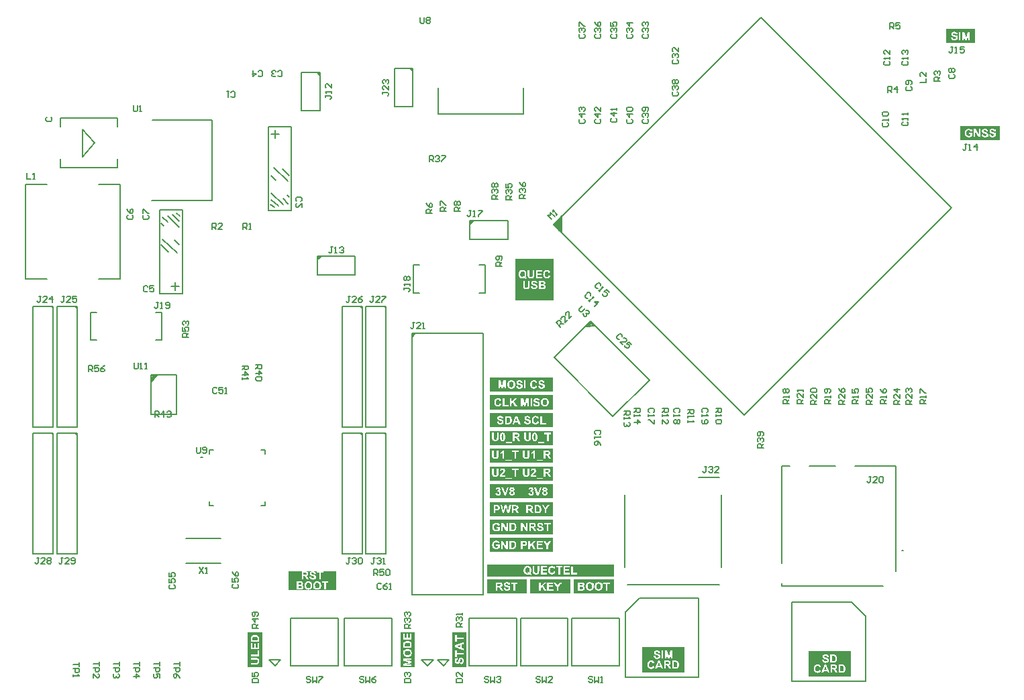
<source format=gto>
G04*
G04 #@! TF.GenerationSoftware,Altium Limited,Altium Designer,24.5.2 (23)*
G04*
G04 Layer_Color=65535*
%FSLAX25Y25*%
%MOIN*%
G70*
G04*
G04 #@! TF.SameCoordinates,87A27F8E-189C-4B0C-BDB5-44B7C51DF011*
G04*
G04*
G04 #@! TF.FilePolarity,Positive*
G04*
G01*
G75*
%ADD10C,0.00787*%
%ADD11C,0.00500*%
%ADD12C,0.00197*%
%ADD13C,0.00800*%
%ADD14C,0.00799*%
G36*
X293307Y48622D02*
X273622D01*
Y55709D01*
X293307D01*
Y48622D01*
D02*
G37*
G36*
X284941Y140157D02*
X253445D01*
Y147244D01*
X284941D01*
Y140157D01*
D02*
G37*
G36*
X506890Y274016D02*
X487205D01*
Y281102D01*
X506890D01*
Y274016D01*
D02*
G37*
G36*
X432790Y14180D02*
Y7402D01*
X411698D01*
Y14180D01*
Y20157D01*
X432790D01*
Y14180D01*
D02*
G37*
G36*
X216142Y12069D02*
X209055D01*
Y29293D01*
X216142D01*
Y12069D01*
D02*
G37*
G36*
X284941Y69291D02*
X253445D01*
Y76378D01*
X284941D01*
Y69291D01*
D02*
G37*
G36*
X284941Y113583D02*
X253445D01*
Y120669D01*
X284941D01*
Y113583D01*
D02*
G37*
G36*
X350113Y16149D02*
Y9371D01*
X329021D01*
Y16149D01*
Y22125D01*
X350113D01*
Y16149D01*
D02*
G37*
G36*
X271654Y48622D02*
X251969D01*
Y55709D01*
X271654D01*
Y48622D01*
D02*
G37*
G36*
X285187Y204959D02*
Y194272D01*
X265994D01*
Y204959D01*
Y215177D01*
X285187D01*
Y204959D01*
D02*
G37*
G36*
X284941Y149016D02*
X253445D01*
Y156102D01*
X284941D01*
Y149016D01*
D02*
G37*
G36*
X284941Y78150D02*
X253445D01*
Y85236D01*
X284941D01*
Y78150D01*
D02*
G37*
G36*
X284941Y122441D02*
X253445D01*
Y129528D01*
X284941D01*
Y122441D01*
D02*
G37*
G36*
X314961Y48622D02*
X295276D01*
Y55709D01*
X314961D01*
Y48622D01*
D02*
G37*
G36*
X284941Y95866D02*
X253445D01*
Y102953D01*
X284941D01*
Y95866D01*
D02*
G37*
G36*
X167118Y57393D02*
Y59707D01*
X177165D01*
Y55522D01*
D01*
Y50529D01*
X153543D01*
Y55522D01*
Y59707D01*
X163836D01*
Y55522D01*
X167118D01*
Y56769D01*
X167112Y56909D01*
X167095Y57032D01*
X167065Y57142D01*
X167036Y57236D01*
X167007Y57311D01*
X166978Y57364D01*
X166961Y57399D01*
X166955Y57411D01*
X166891Y57504D01*
X166815Y57585D01*
X166739Y57655D01*
X166669Y57714D01*
X166605Y57760D01*
X166552Y57795D01*
X166517Y57819D01*
X166512Y57824D01*
X166506D01*
X166447Y57854D01*
X166389Y57883D01*
X166249Y57935D01*
X166103Y57982D01*
X165964Y58028D01*
X165899Y58046D01*
X165835Y58063D01*
X165777Y58081D01*
X165730Y58093D01*
X165690Y58104D01*
X165660Y58110D01*
X165637Y58116D01*
X165631D01*
X165526Y58145D01*
X165433Y58168D01*
X165346Y58192D01*
X165264Y58215D01*
X165200Y58238D01*
X165136Y58262D01*
X165083Y58285D01*
X165037Y58302D01*
X164996Y58320D01*
X164967Y58337D01*
X164937Y58349D01*
X164920Y58361D01*
X164891Y58378D01*
X164885Y58384D01*
X164844Y58425D01*
X164815Y58466D01*
X164798Y58507D01*
X164786Y58547D01*
X164774Y58577D01*
X164768Y58606D01*
Y58623D01*
Y58629D01*
X164774Y58687D01*
X164786Y58734D01*
X164809Y58780D01*
X164832Y58815D01*
X164856Y58845D01*
X164879Y58862D01*
X164891Y58874D01*
X164897Y58880D01*
X164978Y58932D01*
X165066Y58967D01*
X165159Y58996D01*
X165246Y59014D01*
X165322Y59025D01*
X165386Y59031D01*
X165445D01*
X165567Y59025D01*
X165672Y59008D01*
X165760Y58985D01*
X165830Y58961D01*
X165888Y58938D01*
X165929Y58915D01*
X165952Y58897D01*
X165958Y58891D01*
X166016Y58833D01*
X166068Y58763D01*
X166109Y58693D01*
X166139Y58617D01*
X166162Y58553D01*
X166174Y58501D01*
X166185Y58460D01*
Y58454D01*
Y58448D01*
X167001Y58477D01*
X166996Y58582D01*
X166978Y58676D01*
X166955Y58769D01*
X166926Y58851D01*
X166896Y58932D01*
X166861Y59008D01*
X166826Y59072D01*
X166791Y59136D01*
X166751Y59189D01*
X166716Y59235D01*
X166681Y59276D01*
X166651Y59311D01*
X166628Y59334D01*
X166611Y59352D01*
X166599Y59364D01*
X166593Y59369D01*
X166517Y59428D01*
X166436Y59480D01*
X166348Y59527D01*
X166255Y59568D01*
X166162Y59597D01*
X166068Y59626D01*
X165882Y59667D01*
X165795Y59678D01*
X165719Y59690D01*
X165643Y59696D01*
X165579Y59702D01*
X165526Y59707D01*
X167118D01*
Y57393D01*
D02*
G37*
G36*
X165287Y59702D02*
X165136Y59684D01*
X165002Y59661D01*
X164885Y59637D01*
X164832Y59620D01*
X164786Y59608D01*
X164751Y59597D01*
X164716Y59585D01*
X164693Y59573D01*
X164675Y59568D01*
X164664Y59562D01*
X164658D01*
X164541Y59503D01*
X164442Y59439D01*
X164355Y59369D01*
X164285Y59305D01*
X164226Y59247D01*
X164191Y59200D01*
X164162Y59165D01*
X164156Y59159D01*
Y59154D01*
X164098Y59054D01*
X164057Y58950D01*
X164028Y58851D01*
X164011Y58763D01*
X163999Y58687D01*
X163987Y58629D01*
Y58606D01*
Y58588D01*
Y58582D01*
Y58577D01*
X163993Y58489D01*
X164005Y58402D01*
X164022Y58326D01*
X164046Y58250D01*
X164104Y58110D01*
X164174Y57988D01*
X164203Y57935D01*
X164238Y57894D01*
X164267Y57854D01*
X164296Y57819D01*
X164320Y57795D01*
X164337Y57778D01*
X164349Y57766D01*
X164355Y57760D01*
X164407Y57719D01*
X164471Y57679D01*
X164535Y57638D01*
X164611Y57603D01*
X164757Y57533D01*
X164908Y57475D01*
X164984Y57451D01*
X165048Y57428D01*
X165112Y57411D01*
X165165Y57393D01*
X165206Y57381D01*
X165241Y57370D01*
X165264Y57364D01*
X165270D01*
X165363Y57341D01*
X165445Y57317D01*
X165521Y57300D01*
X165591Y57282D01*
X165649Y57265D01*
X165701Y57253D01*
X165748Y57236D01*
X165789Y57224D01*
X165824Y57218D01*
X165853Y57206D01*
X165894Y57195D01*
X165917Y57183D01*
X165923D01*
X165999Y57154D01*
X166057Y57125D01*
X166109Y57096D01*
X166150Y57067D01*
X166179Y57043D01*
X166197Y57026D01*
X166208Y57014D01*
X166214Y57008D01*
X166243Y56967D01*
X166267Y56927D01*
X166278Y56886D01*
X166290Y56851D01*
X166296Y56816D01*
X166302Y56787D01*
Y56769D01*
Y56763D01*
X166296Y56682D01*
X166273Y56612D01*
X166238Y56542D01*
X166203Y56484D01*
X166162Y56437D01*
X166133Y56402D01*
X166109Y56379D01*
X166098Y56373D01*
X166016Y56320D01*
X165923Y56279D01*
X165824Y56250D01*
X165730Y56233D01*
X165643Y56221D01*
X165573Y56209D01*
X165509D01*
X165375Y56215D01*
X165258Y56239D01*
X165159Y56268D01*
X165072Y56303D01*
X165002Y56338D01*
X164955Y56367D01*
X164926Y56390D01*
X164914Y56396D01*
X164838Y56478D01*
X164780Y56565D01*
X164728Y56664D01*
X164693Y56763D01*
X164664Y56851D01*
X164640Y56921D01*
X164634Y56944D01*
Y56967D01*
X164629Y56979D01*
Y56985D01*
X163836Y56909D01*
X163853Y56787D01*
X163876Y56670D01*
X163911Y56559D01*
X163941Y56460D01*
X163981Y56367D01*
X164022Y56279D01*
X164063Y56204D01*
X164104Y56134D01*
X164145Y56075D01*
X164185Y56023D01*
X164220Y55976D01*
X164255Y55936D01*
X164279Y55906D01*
X164302Y55889D01*
X164314Y55877D01*
X164320Y55871D01*
X164401Y55807D01*
X164489Y55755D01*
X164582Y55708D01*
X164681Y55667D01*
X164774Y55638D01*
X164873Y55609D01*
X165066Y55568D01*
X165153Y55551D01*
X165235Y55539D01*
X165305Y55533D01*
X165369Y55527D01*
X165421Y55522D01*
X163836D01*
Y59707D01*
X165456D01*
X165287Y59702D01*
D02*
G37*
G36*
X167118Y55522D02*
X165497D01*
X165684Y55527D01*
X165853Y55545D01*
X166004Y55568D01*
X166068Y55580D01*
X166133Y55597D01*
X166185Y55609D01*
X166232Y55621D01*
X166273Y55632D01*
X166307Y55644D01*
X166337Y55656D01*
X166354Y55661D01*
X166366Y55667D01*
X166372D01*
X166500Y55731D01*
X166605Y55801D01*
X166704Y55871D01*
X166780Y55947D01*
X166838Y56011D01*
X166885Y56070D01*
X166908Y56104D01*
X166920Y56110D01*
Y56116D01*
X166984Y56233D01*
X167036Y56344D01*
X167071Y56454D01*
X167095Y56559D01*
X167106Y56641D01*
X167112Y56682D01*
X167118Y56711D01*
Y55522D01*
D02*
G37*
G36*
X494341Y322244D02*
X480069D01*
Y329331D01*
X494341D01*
Y322244D01*
D02*
G37*
G36*
X284941Y87008D02*
X253445D01*
Y94095D01*
X284941D01*
Y87008D01*
D02*
G37*
G36*
X241850Y12069D02*
X234764D01*
Y29293D01*
X241850D01*
Y12069D01*
D02*
G37*
G36*
X284941Y104724D02*
X253445D01*
Y111811D01*
X284941D01*
Y104724D01*
D02*
G37*
G36*
X314961Y56989D02*
X251969D01*
Y63090D01*
X314961D01*
Y56989D01*
D02*
G37*
G36*
X140354Y12069D02*
X133268D01*
Y29293D01*
X140354D01*
Y12069D01*
D02*
G37*
G36*
X284941Y131299D02*
X253445D01*
Y138386D01*
X284941D01*
Y131299D01*
D02*
G37*
%LPC*%
G36*
X285012Y54182D02*
D01*
Y50830D01*
X282762D01*
Y51926D01*
X284785D01*
Y52608D01*
X282762D01*
Y53500D01*
X284937D01*
Y54182D01*
X281946D01*
Y50148D01*
X285012D01*
Y54182D01*
D02*
G37*
G36*
X289053D02*
D01*
Y50148D01*
X287578D01*
Y51839D01*
X289053Y54182D01*
X288114D01*
X287187Y52585D01*
X286237Y54182D01*
X285286D01*
D01*
X286761Y51845D01*
Y50148D01*
X289053D01*
Y54182D01*
D02*
G37*
G36*
X281520D02*
D01*
Y50148D01*
X279917Y52608D01*
X281445Y54182D01*
X281520D01*
X280348D01*
X278693Y52387D01*
Y54182D01*
X277876D01*
Y50148D01*
X281520D01*
Y54182D01*
D02*
G37*
%LPD*%
G36*
X280465Y50148D02*
X278693D01*
Y51367D01*
X279351Y52043D01*
X280465Y50148D01*
D02*
G37*
%LPC*%
G36*
X276699Y145794D02*
X276629D01*
X276460Y145788D01*
X276308Y145770D01*
X276174Y145747D01*
X276058Y145724D01*
X276005Y145706D01*
X275959Y145695D01*
X275924Y145683D01*
X275889Y145671D01*
X275865Y145660D01*
X275848Y145654D01*
X275836Y145648D01*
X275830D01*
X275714Y145590D01*
X275615Y145526D01*
X275527Y145456D01*
X275457Y145391D01*
X275399Y145333D01*
X275364Y145287D01*
X275335Y145252D01*
X275329Y145246D01*
Y145240D01*
X275271Y145141D01*
X275230Y145036D01*
X275201Y144937D01*
X275183Y144849D01*
X275172Y144773D01*
X275160Y144715D01*
Y144692D01*
Y144674D01*
Y144669D01*
Y144663D01*
X275166Y144575D01*
X275177Y144488D01*
X275195Y144412D01*
X275218Y144336D01*
X275276Y144196D01*
X275346Y144074D01*
X275376Y144021D01*
X275411Y143981D01*
X275440Y143940D01*
X275469Y143905D01*
X275492Y143881D01*
X275510Y143864D01*
X275521Y143852D01*
X275527Y143846D01*
X275580Y143806D01*
X275644Y143765D01*
X275708Y143724D01*
X275784Y143689D01*
X275929Y143619D01*
X276081Y143561D01*
X276157Y143537D01*
X276221Y143514D01*
X276285Y143497D01*
X276338Y143479D01*
X276378Y143468D01*
X276413Y143456D01*
X276437Y143450D01*
X276443D01*
X276536Y143427D01*
X276617Y143403D01*
X276693Y143386D01*
X276763Y143368D01*
X276821Y143351D01*
X276874Y143339D01*
X276921Y143322D01*
X276961Y143310D01*
X276996Y143304D01*
X277026Y143293D01*
X277066Y143281D01*
X277090Y143269D01*
X277096D01*
X277171Y143240D01*
X277230Y143211D01*
X277282Y143182D01*
X277323Y143153D01*
X277352Y143129D01*
X277369Y143112D01*
X277381Y143100D01*
X277387Y143095D01*
X277416Y143054D01*
X277439Y143013D01*
X277451Y142972D01*
X277463Y142937D01*
X277469Y142902D01*
X277474Y142873D01*
Y142855D01*
Y142850D01*
X277469Y142768D01*
X277445Y142698D01*
X277410Y142628D01*
X277375Y142570D01*
X277334Y142523D01*
X277305Y142488D01*
X277282Y142465D01*
X277270Y142459D01*
X277189Y142406D01*
X277096Y142366D01*
X276996Y142337D01*
X276903Y142319D01*
X276816Y142307D01*
X276746Y142296D01*
X276681D01*
X276547Y142302D01*
X276431Y142325D01*
X276332Y142354D01*
X276244Y142389D01*
X276174Y142424D01*
X276128Y142453D01*
X276098Y142476D01*
X276087Y142482D01*
X276011Y142564D01*
X275953Y142651D01*
X275900Y142751D01*
X275865Y142850D01*
X275836Y142937D01*
X275813Y143007D01*
X275807Y143030D01*
Y143054D01*
X275801Y143065D01*
Y143071D01*
X275008Y142995D01*
X275026Y142873D01*
X275049Y142756D01*
X275084Y142646D01*
X275113Y142546D01*
X275154Y142453D01*
X275195Y142366D01*
X275236Y142290D01*
X275276Y142220D01*
X275317Y142162D01*
X275358Y142109D01*
X275393Y142063D01*
X275428Y142022D01*
X275451Y141993D01*
X275475Y141975D01*
X275486Y141963D01*
X275492Y141958D01*
X275574Y141893D01*
X275661Y141841D01*
X275755Y141794D01*
X275854Y141754D01*
X275947Y141724D01*
X276046Y141695D01*
X276238Y141654D01*
X276326Y141637D01*
X276408Y141625D01*
X276478Y141620D01*
X276542Y141614D01*
X276594Y141608D01*
X276670D01*
X276856Y141614D01*
X277026Y141631D01*
X277177Y141654D01*
X277241Y141666D01*
X277305Y141684D01*
X277358Y141695D01*
X277404Y141707D01*
X277445Y141719D01*
X277480Y141730D01*
X277509Y141742D01*
X277527Y141748D01*
X277538Y141754D01*
X277544D01*
X277673Y141818D01*
X277778Y141888D01*
X277877Y141958D01*
X277953Y142033D01*
X278011Y142097D01*
X278057Y142156D01*
X278081Y142191D01*
X278092Y142197D01*
Y142202D01*
X278156Y142319D01*
X278209Y142430D01*
X278244Y142541D01*
X278267Y142646D01*
X278279Y142727D01*
X278285Y142768D01*
X278291Y142797D01*
Y142855D01*
X278285Y142995D01*
X278267Y143118D01*
X278238Y143228D01*
X278209Y143322D01*
X278180Y143398D01*
X278151Y143450D01*
X278133Y143485D01*
X278127Y143497D01*
X278063Y143590D01*
X277988Y143672D01*
X277912Y143742D01*
X277842Y143800D01*
X277778Y143846D01*
X277725Y143881D01*
X277690Y143905D01*
X277684Y143911D01*
X277678D01*
X277620Y143940D01*
X277562Y143969D01*
X277422Y144021D01*
X277276Y144068D01*
X277136Y144115D01*
X277072Y144132D01*
X277008Y144150D01*
X276950Y144167D01*
X276903Y144179D01*
X276862Y144191D01*
X276833Y144196D01*
X276810Y144202D01*
X276804D01*
X276699Y144231D01*
X276606Y144255D01*
X276518Y144278D01*
X276437Y144301D01*
X276373Y144325D01*
X276308Y144348D01*
X276256Y144371D01*
X276209Y144389D01*
X276168Y144406D01*
X276139Y144424D01*
X276110Y144435D01*
X276093Y144447D01*
X276064Y144465D01*
X276058Y144470D01*
X276017Y144511D01*
X275988Y144552D01*
X275970Y144593D01*
X275959Y144634D01*
X275947Y144663D01*
X275941Y144692D01*
Y144709D01*
Y144715D01*
X275947Y144773D01*
X275959Y144820D01*
X275982Y144867D01*
X276005Y144902D01*
X276029Y144931D01*
X276052Y144948D01*
X276064Y144960D01*
X276069Y144966D01*
X276151Y145018D01*
X276238Y145053D01*
X276332Y145082D01*
X276419Y145100D01*
X276495Y145112D01*
X276559Y145117D01*
X276617D01*
X276740Y145112D01*
X276845Y145094D01*
X276932Y145071D01*
X277002Y145047D01*
X277061Y145024D01*
X277101Y145001D01*
X277125Y144983D01*
X277131Y144977D01*
X277189Y144919D01*
X277241Y144849D01*
X277282Y144779D01*
X277311Y144703D01*
X277334Y144639D01*
X277346Y144587D01*
X277358Y144546D01*
Y144540D01*
Y144535D01*
X278174Y144564D01*
X278168Y144669D01*
X278151Y144762D01*
X278127Y144855D01*
X278098Y144937D01*
X278069Y145018D01*
X278034Y145094D01*
X277999Y145158D01*
X277964Y145222D01*
X277923Y145275D01*
X277888Y145322D01*
X277853Y145362D01*
X277824Y145397D01*
X277801Y145421D01*
X277783Y145438D01*
X277772Y145450D01*
X277766Y145456D01*
X277690Y145514D01*
X277608Y145566D01*
X277521Y145613D01*
X277428Y145654D01*
X277334Y145683D01*
X277241Y145712D01*
X277055Y145753D01*
X276967Y145765D01*
X276891Y145776D01*
X276816Y145782D01*
X276751Y145788D01*
X276699Y145794D01*
D02*
G37*
G36*
X257612D02*
X257542D01*
X257390Y145788D01*
X257239Y145770D01*
X257104Y145741D01*
X256970Y145706D01*
X256854Y145666D01*
X256737Y145619D01*
X256638Y145566D01*
X256545Y145514D01*
X256457Y145461D01*
X256387Y145409D01*
X256323Y145362D01*
X256271Y145322D01*
X256230Y145287D01*
X256201Y145257D01*
X256183Y145240D01*
X256177Y145234D01*
X256084Y145123D01*
X256008Y145007D01*
X255938Y144884D01*
X255880Y144756D01*
X255828Y144622D01*
X255787Y144494D01*
X255752Y144365D01*
X255723Y144243D01*
X255699Y144121D01*
X255688Y144016D01*
X255676Y143916D01*
X255664Y143835D01*
Y143765D01*
X255659Y143712D01*
Y143666D01*
X255664Y143491D01*
X255682Y143328D01*
X255705Y143170D01*
X255740Y143030D01*
X255775Y142896D01*
X255822Y142768D01*
X255868Y142657D01*
X255915Y142558D01*
X255962Y142465D01*
X256008Y142383D01*
X256055Y142319D01*
X256090Y142261D01*
X256125Y142220D01*
X256148Y142185D01*
X256166Y142167D01*
X256172Y142162D01*
X256271Y142063D01*
X256376Y141981D01*
X256486Y141905D01*
X256597Y141847D01*
X256708Y141794D01*
X256819Y141748D01*
X256924Y141713D01*
X257023Y141684D01*
X257122Y141660D01*
X257209Y141643D01*
X257291Y141631D01*
X257355Y141625D01*
X257413Y141620D01*
X257454Y141614D01*
X257489D01*
X257612Y141620D01*
X257722Y141625D01*
X257833Y141643D01*
X257932Y141666D01*
X258026Y141689D01*
X258113Y141713D01*
X258195Y141742D01*
X258270Y141777D01*
X258334Y141806D01*
X258393Y141835D01*
X258445Y141858D01*
X258486Y141882D01*
X258521Y141905D01*
X258544Y141923D01*
X258556Y141929D01*
X258562Y141934D01*
X258638Y141998D01*
X258708Y142068D01*
X258836Y142226D01*
X258941Y142389D01*
X259022Y142546D01*
X259057Y142622D01*
X259087Y142692D01*
X259110Y142756D01*
X259133Y142809D01*
X259151Y142855D01*
X259162Y142890D01*
X259168Y142914D01*
Y142920D01*
X258375Y143164D01*
X258329Y143007D01*
X258276Y142873D01*
X258224Y142762D01*
X258166Y142669D01*
X258119Y142599D01*
X258078Y142552D01*
X258049Y142523D01*
X258037Y142511D01*
X257944Y142441D01*
X257851Y142395D01*
X257757Y142360D01*
X257676Y142331D01*
X257600Y142319D01*
X257536Y142313D01*
X257512Y142307D01*
X257483D01*
X257402Y142313D01*
X257326Y142319D01*
X257186Y142360D01*
X257064Y142406D01*
X256964Y142471D01*
X256883Y142529D01*
X256825Y142576D01*
X256801Y142599D01*
X256784Y142616D01*
X256778Y142622D01*
X256772Y142628D01*
X256726Y142692D01*
X256685Y142768D01*
X256644Y142850D01*
X256615Y142937D01*
X256568Y143118D01*
X256533Y143298D01*
X256521Y143386D01*
X256516Y143462D01*
X256504Y143537D01*
Y143602D01*
X256498Y143648D01*
Y143689D01*
Y143718D01*
Y143724D01*
X256504Y143858D01*
X256510Y143981D01*
X256521Y144091D01*
X256539Y144196D01*
X256562Y144290D01*
X256586Y144377D01*
X256609Y144453D01*
X256638Y144523D01*
X256661Y144581D01*
X256685Y144634D01*
X256708Y144674D01*
X256731Y144709D01*
X256749Y144738D01*
X256760Y144756D01*
X256772Y144768D01*
Y144773D01*
X256825Y144832D01*
X256883Y144884D01*
X256941Y144925D01*
X257005Y144960D01*
X257128Y145018D01*
X257244Y145059D01*
X257343Y145082D01*
X257390Y145088D01*
X257425Y145094D01*
X257460Y145100D01*
X257501D01*
X257617Y145094D01*
X257722Y145071D01*
X257816Y145042D01*
X257897Y145007D01*
X257961Y144972D01*
X258008Y144943D01*
X258037Y144919D01*
X258049Y144913D01*
X258125Y144843D01*
X258195Y144762D01*
X258247Y144680D01*
X258288Y144599D01*
X258317Y144529D01*
X258334Y144476D01*
X258346Y144453D01*
Y144435D01*
X258352Y144430D01*
Y144424D01*
X259157Y144616D01*
X259098Y144785D01*
X259034Y144931D01*
X258964Y145059D01*
X258900Y145164D01*
X258836Y145246D01*
X258813Y145281D01*
X258789Y145310D01*
X258772Y145327D01*
X258754Y145345D01*
X258749Y145357D01*
X258743D01*
X258655Y145432D01*
X258556Y145502D01*
X258463Y145561D01*
X258364Y145607D01*
X258259Y145654D01*
X258160Y145689D01*
X258061Y145718D01*
X257967Y145741D01*
X257880Y145759D01*
X257798Y145770D01*
X257728Y145782D01*
X257664Y145788D01*
X257612Y145794D01*
D02*
G37*
G36*
X266887Y145718D02*
X265791D01*
X264135Y143922D01*
Y145718D01*
X263319D01*
Y141684D01*
X264135D01*
Y142902D01*
X264794Y143578D01*
X265908Y141684D01*
X266963D01*
X265360Y144144D01*
X266887Y145718D01*
D02*
G37*
G36*
X272828D02*
X271604D01*
X270886Y142960D01*
X270164Y145718D01*
X268945D01*
Y141684D01*
X269697D01*
Y144855D01*
X270490Y141684D01*
X271277D01*
X272070Y144855D01*
X272076Y141684D01*
X272828D01*
Y145718D01*
D02*
G37*
G36*
X274443D02*
X273627D01*
Y141684D01*
X274443D01*
Y145718D01*
D02*
G37*
G36*
X260707Y145689D02*
X259891D01*
Y141684D01*
X262736D01*
Y142366D01*
X260707D01*
Y145689D01*
D02*
G37*
G36*
X280803Y145794D02*
X280763D01*
X280588Y145788D01*
X280419Y145770D01*
X280273Y145741D01*
X280145Y145712D01*
X280092Y145695D01*
X280040Y145683D01*
X279999Y145671D01*
X279964Y145654D01*
X279935Y145648D01*
X279911Y145636D01*
X279900Y145631D01*
X279894D01*
X279789Y145584D01*
X279690Y145526D01*
X279602Y145461D01*
X279527Y145403D01*
X279462Y145351D01*
X279410Y145304D01*
X279381Y145275D01*
X279375Y145269D01*
X279369Y145263D01*
X279288Y145170D01*
X279212Y145071D01*
X279148Y144983D01*
X279095Y144896D01*
X279054Y144820D01*
X279019Y144762D01*
X279013Y144738D01*
X279002Y144721D01*
X278996Y144715D01*
Y144709D01*
X278938Y144546D01*
X278891Y144371D01*
X278862Y144196D01*
X278839Y144033D01*
X278833Y143957D01*
X278827Y143887D01*
X278821Y143829D01*
Y143777D01*
X278815Y143730D01*
Y143672D01*
X278821Y143497D01*
X278839Y143328D01*
X278862Y143170D01*
X278897Y143025D01*
X278938Y142890D01*
X278984Y142768D01*
X279031Y142651D01*
X279083Y142552D01*
X279130Y142459D01*
X279177Y142383D01*
X279223Y142313D01*
X279264Y142255D01*
X279299Y142214D01*
X279323Y142179D01*
X279340Y142162D01*
X279346Y142156D01*
X279451Y142057D01*
X279562Y141975D01*
X279672Y141899D01*
X279795Y141841D01*
X279911Y141788D01*
X280034Y141742D01*
X280145Y141707D01*
X280261Y141678D01*
X280366Y141654D01*
X280465Y141637D01*
X280553Y141625D01*
X280628Y141620D01*
X280687Y141614D01*
X280733Y141608D01*
X280774D01*
X280937Y141614D01*
X281089Y141631D01*
X281235Y141660D01*
X281369Y141695D01*
X281497Y141736D01*
X281614Y141783D01*
X281719Y141829D01*
X281818Y141882D01*
X281899Y141934D01*
X281975Y141981D01*
X282039Y142028D01*
X282092Y142068D01*
X282138Y142103D01*
X282168Y142132D01*
X282185Y142150D01*
X282191Y142156D01*
X282284Y142267D01*
X282366Y142383D01*
X282442Y142506D01*
X282500Y142628D01*
X282552Y142756D01*
X282599Y142885D01*
X282634Y143013D01*
X282663Y143135D01*
X282681Y143246D01*
X282698Y143357D01*
X282710Y143450D01*
X282721Y143532D01*
Y143602D01*
X282727Y143654D01*
Y143695D01*
X282721Y143876D01*
X282704Y144045D01*
X282681Y144202D01*
X282646Y144354D01*
X282605Y144488D01*
X282558Y144616D01*
X282511Y144733D01*
X282459Y144832D01*
X282407Y144925D01*
X282360Y145007D01*
X282313Y145077D01*
X282273Y145135D01*
X282243Y145176D01*
X282214Y145211D01*
X282197Y145228D01*
X282191Y145234D01*
X282086Y145333D01*
X281975Y145421D01*
X281859Y145496D01*
X281742Y145561D01*
X281620Y145613D01*
X281503Y145660D01*
X281386Y145695D01*
X281276Y145724D01*
X281171Y145747D01*
X281071Y145765D01*
X280984Y145776D01*
X280908Y145788D01*
X280850D01*
X280803Y145794D01*
D02*
G37*
%LPD*%
G36*
X280868Y145094D02*
X280955Y145082D01*
X281036Y145071D01*
X281112Y145047D01*
X281246Y144989D01*
X281311Y144960D01*
X281363Y144931D01*
X281416Y144896D01*
X281456Y144867D01*
X281491Y144838D01*
X281526Y144808D01*
X281550Y144785D01*
X281567Y144773D01*
X281573Y144762D01*
X281579Y144756D01*
X281631Y144686D01*
X281684Y144610D01*
X281725Y144535D01*
X281760Y144447D01*
X281812Y144272D01*
X281847Y144103D01*
X281864Y144027D01*
X281870Y143951D01*
X281876Y143887D01*
X281882Y143829D01*
X281888Y143777D01*
Y143742D01*
Y143718D01*
Y143712D01*
X281882Y143584D01*
X281876Y143462D01*
X281859Y143351D01*
X281841Y143252D01*
X281818Y143153D01*
X281789Y143065D01*
X281760Y142990D01*
X281730Y142920D01*
X281701Y142855D01*
X281672Y142803D01*
X281649Y142756D01*
X281620Y142716D01*
X281602Y142686D01*
X281585Y142669D01*
X281579Y142657D01*
X281573Y142651D01*
X281515Y142587D01*
X281451Y142535D01*
X281381Y142488D01*
X281316Y142447D01*
X281246Y142418D01*
X281182Y142389D01*
X281054Y142348D01*
X280943Y142319D01*
X280897Y142313D01*
X280856Y142307D01*
X280821Y142302D01*
X280774D01*
X280687Y142307D01*
X280599Y142319D01*
X280518Y142337D01*
X280442Y142360D01*
X280302Y142412D01*
X280191Y142482D01*
X280139Y142511D01*
X280098Y142546D01*
X280057Y142576D01*
X280028Y142605D01*
X280005Y142622D01*
X279987Y142640D01*
X279976Y142651D01*
X279970Y142657D01*
X279917Y142727D01*
X279865Y142803D01*
X279824Y142885D01*
X279789Y142972D01*
X279731Y143141D01*
X279696Y143310D01*
X279684Y143392D01*
X279672Y143462D01*
X279666Y143532D01*
X279661Y143590D01*
X279655Y143637D01*
Y143672D01*
Y143695D01*
Y143701D01*
X279661Y143829D01*
X279666Y143946D01*
X279684Y144056D01*
X279701Y144161D01*
X279725Y144255D01*
X279748Y144342D01*
X279777Y144418D01*
X279806Y144488D01*
X279836Y144552D01*
X279865Y144604D01*
X279888Y144645D01*
X279911Y144686D01*
X279929Y144715D01*
X279946Y144733D01*
X279952Y144744D01*
X279958Y144750D01*
X280016Y144814D01*
X280080Y144867D01*
X280150Y144913D01*
X280215Y144954D01*
X280285Y144989D01*
X280354Y145012D01*
X280483Y145059D01*
X280599Y145082D01*
X280646Y145088D01*
X280693Y145094D01*
X280728Y145100D01*
X280774D01*
X280868Y145094D01*
D02*
G37*
%LPC*%
G36*
X504760Y279652D02*
D01*
Y276714D01*
X504754Y276854D01*
X504737Y276976D01*
X504708Y277087D01*
X504679Y277180D01*
X504650Y277256D01*
X504620Y277308D01*
X504603Y277343D01*
X504597Y277355D01*
X504533Y277448D01*
X504457Y277530D01*
X504381Y277600D01*
X504311Y277658D01*
X504247Y277705D01*
X504195Y277740D01*
X504160Y277763D01*
X504154Y277769D01*
X504148D01*
X504090Y277798D01*
X504032Y277827D01*
X503892Y277880D01*
X503746Y277926D01*
X503606Y277973D01*
X503542Y277991D01*
X503478Y278008D01*
X503419Y278026D01*
X503373Y278037D01*
X503332Y278049D01*
X503303Y278055D01*
X503279Y278060D01*
X503274D01*
X503169Y278090D01*
X503076Y278113D01*
X502988Y278136D01*
X502906Y278159D01*
X502842Y278183D01*
X502778Y278206D01*
X502726Y278229D01*
X502679Y278247D01*
X502638Y278264D01*
X502609Y278282D01*
X502580Y278294D01*
X502562Y278305D01*
X502533Y278323D01*
X502527Y278329D01*
X502487Y278369D01*
X502458Y278410D01*
X502440Y278451D01*
X502428Y278492D01*
X502417Y278521D01*
X502411Y278550D01*
Y278568D01*
Y278573D01*
X502417Y278632D01*
X502428Y278678D01*
X502452Y278725D01*
X502475Y278760D01*
X502498Y278789D01*
X502522Y278807D01*
X502533Y278818D01*
X502539Y278824D01*
X502621Y278877D01*
X502708Y278912D01*
X502802Y278941D01*
X502889Y278958D01*
X502965Y278970D01*
X503029Y278976D01*
X503087D01*
X503210Y278970D01*
X503314Y278952D01*
X503402Y278929D01*
X503472Y278906D01*
X503530Y278883D01*
X503571Y278859D01*
X503594Y278842D01*
X503600Y278836D01*
X503658Y278778D01*
X503711Y278708D01*
X503752Y278638D01*
X503781Y278562D01*
X503804Y278498D01*
X503816Y278445D01*
X503827Y278404D01*
Y278399D01*
Y278393D01*
X504644Y278422D01*
X504638Y278527D01*
X504620Y278620D01*
X504597Y278713D01*
X504568Y278795D01*
X504539Y278877D01*
X504504Y278952D01*
X504469Y279017D01*
X504434Y279081D01*
X504393Y279133D01*
X504358Y279180D01*
X504323Y279221D01*
X504294Y279256D01*
X504271Y279279D01*
X504253Y279296D01*
X504242Y279308D01*
X504236Y279314D01*
X504160Y279372D01*
X504078Y279425D01*
X503991Y279471D01*
X503897Y279512D01*
X503804Y279541D01*
X503711Y279570D01*
X503524Y279611D01*
X503437Y279623D01*
X503361Y279634D01*
X503285Y279640D01*
X503221Y279646D01*
X503169Y279652D01*
X504760D01*
X501478D01*
X503099D01*
X502930Y279646D01*
X502778Y279629D01*
X502644Y279605D01*
X502527Y279582D01*
X502475Y279565D01*
X502428Y279553D01*
X502393Y279541D01*
X502358Y279530D01*
X502335Y279518D01*
X502318Y279512D01*
X502306Y279506D01*
X502300D01*
X502183Y279448D01*
X502084Y279384D01*
X501997Y279314D01*
X501927Y279250D01*
X501869Y279191D01*
X501834Y279145D01*
X501804Y279110D01*
X501799Y279104D01*
Y279098D01*
X501740Y278999D01*
X501700Y278894D01*
X501670Y278795D01*
X501653Y278708D01*
X501641Y278632D01*
X501630Y278573D01*
Y278550D01*
Y278533D01*
Y278527D01*
Y278521D01*
X501636Y278434D01*
X501647Y278346D01*
X501665Y278270D01*
X501688Y278194D01*
X501746Y278055D01*
X501816Y277932D01*
X501845Y277880D01*
X501880Y277839D01*
X501909Y277798D01*
X501939Y277763D01*
X501962Y277740D01*
X501979Y277722D01*
X501991Y277711D01*
X501997Y277705D01*
X502049Y277664D01*
X502113Y277623D01*
X502178Y277582D01*
X502253Y277547D01*
X502399Y277477D01*
X502551Y277419D01*
X502627Y277396D01*
X502691Y277373D01*
X502755Y277355D01*
X502807Y277338D01*
X502848Y277326D01*
X502883Y277314D01*
X502906Y277308D01*
X502912D01*
X503006Y277285D01*
X503087Y277262D01*
X503163Y277244D01*
X503233Y277227D01*
X503291Y277209D01*
X503344Y277198D01*
X503390Y277180D01*
X503431Y277168D01*
X503466Y277163D01*
X503495Y277151D01*
X503536Y277139D01*
X503559Y277128D01*
X503565D01*
X503641Y277098D01*
X503699Y277069D01*
X503752Y277040D01*
X503793Y277011D01*
X503822Y276988D01*
X503839Y276970D01*
X503851Y276959D01*
X503857Y276953D01*
X503886Y276912D01*
X503909Y276871D01*
X503921Y276830D01*
X503933Y276795D01*
X503938Y276760D01*
X503944Y276731D01*
Y276714D01*
Y276708D01*
X503938Y276626D01*
X503915Y276556D01*
X503880Y276486D01*
X503845Y276428D01*
X503804Y276381D01*
X503775Y276346D01*
X503752Y276323D01*
X503740Y276317D01*
X503658Y276265D01*
X503565Y276224D01*
X503466Y276195D01*
X503373Y276177D01*
X503285Y276166D01*
X503215Y276154D01*
X503151D01*
X503017Y276160D01*
X502901Y276183D01*
X502802Y276212D01*
X502714Y276247D01*
X502644Y276282D01*
X502597Y276311D01*
X502568Y276335D01*
X502557Y276341D01*
X502481Y276422D01*
X502423Y276510D01*
X502370Y276609D01*
X502335Y276708D01*
X502306Y276795D01*
X502283Y276865D01*
X502277Y276889D01*
Y276912D01*
X502271Y276924D01*
Y276929D01*
X501478Y276854D01*
X501496Y276731D01*
X501519Y276615D01*
X501554Y276504D01*
X501583Y276405D01*
X501624Y276311D01*
X501665Y276224D01*
X501705Y276148D01*
X501746Y276078D01*
X501787Y276020D01*
X501828Y275968D01*
X501863Y275921D01*
X501898Y275880D01*
X501921Y275851D01*
X501944Y275833D01*
X501956Y275822D01*
X501962Y275816D01*
X502043Y275752D01*
X502131Y275699D01*
X502224Y275653D01*
X502323Y275612D01*
X502417Y275583D01*
X502516Y275553D01*
X502708Y275513D01*
X502796Y275495D01*
X502877Y275484D01*
X502947Y275478D01*
X503011Y275472D01*
X503064Y275466D01*
X504760D01*
Y279652D01*
D02*
G37*
G36*
X501000D02*
X497718D01*
D01*
X499338D01*
X499169Y279646D01*
X499018Y279629D01*
X498884Y279605D01*
X498767Y279582D01*
X498715Y279565D01*
X498668Y279553D01*
X498633Y279541D01*
X498598Y279530D01*
X498575Y279518D01*
X498557Y279512D01*
X498546Y279506D01*
X498540D01*
X498423Y279448D01*
X498324Y279384D01*
X498237Y279314D01*
X498167Y279250D01*
X498108Y279191D01*
X498073Y279145D01*
X498044Y279110D01*
X498038Y279104D01*
Y279098D01*
X497980Y278999D01*
X497939Y278894D01*
X497910Y278795D01*
X497893Y278708D01*
X497881Y278632D01*
X497869Y278573D01*
Y278550D01*
Y278533D01*
Y278527D01*
Y278521D01*
X497875Y278434D01*
X497887Y278346D01*
X497904Y278270D01*
X497928Y278194D01*
X497986Y278055D01*
X498056Y277932D01*
X498085Y277880D01*
X498120Y277839D01*
X498149Y277798D01*
X498178Y277763D01*
X498202Y277740D01*
X498219Y277722D01*
X498231Y277711D01*
X498237Y277705D01*
X498289Y277664D01*
X498353Y277623D01*
X498417Y277582D01*
X498493Y277547D01*
X498639Y277477D01*
X498790Y277419D01*
X498866Y277396D01*
X498930Y277373D01*
X498994Y277355D01*
X499047Y277338D01*
X499088Y277326D01*
X499123Y277314D01*
X499146Y277308D01*
X499152D01*
X499245Y277285D01*
X499327Y277262D01*
X499403Y277244D01*
X499473Y277227D01*
X499531Y277209D01*
X499583Y277198D01*
X499630Y277180D01*
X499671Y277168D01*
X499706Y277163D01*
X499735Y277151D01*
X499776Y277139D01*
X499799Y277128D01*
X499805D01*
X499881Y277098D01*
X499939Y277069D01*
X499991Y277040D01*
X500032Y277011D01*
X500061Y276988D01*
X500079Y276970D01*
X500091Y276959D01*
X500096Y276953D01*
X500126Y276912D01*
X500149Y276871D01*
X500161Y276830D01*
X500172Y276795D01*
X500178Y276760D01*
X500184Y276731D01*
Y276714D01*
Y276708D01*
X500178Y276626D01*
X500155Y276556D01*
X500120Y276486D01*
X500085Y276428D01*
X500044Y276381D01*
X500015Y276346D01*
X499991Y276323D01*
X499980Y276317D01*
X499898Y276265D01*
X499805Y276224D01*
X499706Y276195D01*
X499612Y276177D01*
X499525Y276166D01*
X499455Y276154D01*
X499391D01*
X499257Y276160D01*
X499140Y276183D01*
X499041Y276212D01*
X498954Y276247D01*
X498884Y276282D01*
X498837Y276311D01*
X498808Y276335D01*
X498796Y276341D01*
X498720Y276422D01*
X498662Y276510D01*
X498610Y276609D01*
X498575Y276708D01*
X498546Y276795D01*
X498522Y276865D01*
X498516Y276889D01*
Y276912D01*
X498511Y276924D01*
Y276929D01*
X497718Y276854D01*
X497735Y276731D01*
X497758Y276615D01*
X497793Y276504D01*
X497823Y276405D01*
X497863Y276311D01*
X497904Y276224D01*
X497945Y276148D01*
X497986Y276078D01*
X498027Y276020D01*
X498068Y275968D01*
X498103Y275921D01*
X498137Y275880D01*
X498161Y275851D01*
X498184Y275833D01*
X498196Y275822D01*
X498202Y275816D01*
X498283Y275752D01*
X498371Y275699D01*
X498464Y275653D01*
X498563Y275612D01*
X498656Y275583D01*
X498755Y275553D01*
X498948Y275513D01*
X499035Y275495D01*
X499117Y275484D01*
X499187Y275478D01*
X499251Y275472D01*
X499303Y275466D01*
X499379D01*
X499566Y275472D01*
X499735Y275489D01*
X499886Y275513D01*
X499951Y275524D01*
X500015Y275542D01*
X500067Y275553D01*
X500114Y275565D01*
X500155Y275577D01*
X500190Y275588D01*
X500219Y275600D01*
X500236Y275606D01*
X500248Y275612D01*
X500254D01*
X500382Y275676D01*
X500487Y275746D01*
X500586Y275816D01*
X500662Y275892D01*
X500720Y275956D01*
X500767Y276014D01*
X500790Y276049D01*
X500802Y276055D01*
Y276061D01*
X500866Y276177D01*
X500918Y276288D01*
X500953Y276399D01*
X500977Y276504D01*
X500988Y276585D01*
X500994Y276626D01*
X501000Y276655D01*
Y275682D01*
Y276714D01*
D01*
X500994Y276854D01*
X500977Y276976D01*
X500948Y277087D01*
X500918Y277180D01*
X500889Y277256D01*
X500860Y277308D01*
X500843Y277343D01*
X500837Y277355D01*
X500773Y277448D01*
X500697Y277530D01*
X500621Y277600D01*
X500551Y277658D01*
X500487Y277705D01*
X500434Y277740D01*
X500399Y277763D01*
X500394Y277769D01*
X500388D01*
X500329Y277798D01*
X500271Y277827D01*
X500131Y277880D01*
X499986Y277926D01*
X499846Y277973D01*
X499782Y277991D01*
X499717Y278008D01*
X499659Y278026D01*
X499612Y278037D01*
X499572Y278049D01*
X499543Y278055D01*
X499519Y278060D01*
X499513D01*
X499408Y278090D01*
X499315Y278113D01*
X499228Y278136D01*
X499146Y278159D01*
X499082Y278183D01*
X499018Y278206D01*
X498965Y278229D01*
X498919Y278247D01*
X498878Y278264D01*
X498849Y278282D01*
X498820Y278294D01*
X498802Y278305D01*
X498773Y278323D01*
X498767Y278329D01*
X498726Y278369D01*
X498697Y278410D01*
X498680Y278451D01*
X498668Y278492D01*
X498656Y278521D01*
X498651Y278550D01*
Y278568D01*
Y278573D01*
X498656Y278632D01*
X498668Y278678D01*
X498691Y278725D01*
X498715Y278760D01*
X498738Y278789D01*
X498761Y278807D01*
X498773Y278818D01*
X498779Y278824D01*
X498860Y278877D01*
X498948Y278912D01*
X499041Y278941D01*
X499128Y278958D01*
X499204Y278970D01*
X499268Y278976D01*
X499327D01*
X499449Y278970D01*
X499554Y278952D01*
X499642Y278929D01*
X499712Y278906D01*
X499770Y278883D01*
X499811Y278859D01*
X499834Y278842D01*
X499840Y278836D01*
X499898Y278778D01*
X499951Y278708D01*
X499991Y278638D01*
X500021Y278562D01*
X500044Y278498D01*
X500056Y278445D01*
X500067Y278404D01*
Y278399D01*
Y278393D01*
X500883Y278422D01*
X500878Y278527D01*
X500860Y278620D01*
X500837Y278713D01*
X500808Y278795D01*
X500778Y278877D01*
X500743Y278952D01*
X500708Y279017D01*
X500673Y279081D01*
X500633Y279133D01*
X500598Y279180D01*
X500563Y279221D01*
X500534Y279256D01*
X500510Y279279D01*
X500493Y279296D01*
X500481Y279308D01*
X500475Y279314D01*
X500399Y279372D01*
X500318Y279425D01*
X500230Y279471D01*
X500137Y279512D01*
X500044Y279541D01*
X499951Y279570D01*
X499764Y279611D01*
X499677Y279623D01*
X499601Y279634D01*
X499525Y279640D01*
X499461Y279646D01*
X499408Y279652D01*
X501000D01*
D02*
G37*
G36*
X493106D02*
D01*
Y277705D01*
X491351D01*
Y277023D01*
X492284D01*
Y276504D01*
X492214Y276451D01*
X492138Y276405D01*
X492063Y276364D01*
X491993Y276329D01*
X491934Y276300D01*
X491882Y276276D01*
X491853Y276265D01*
X491847Y276259D01*
X491841D01*
X491748Y276224D01*
X491654Y276201D01*
X491567Y276183D01*
X491491Y276171D01*
X491421Y276166D01*
X491375Y276160D01*
X491328D01*
X491235Y276166D01*
X491141Y276177D01*
X491060Y276195D01*
X490978Y276218D01*
X490833Y276276D01*
X490774Y276306D01*
X490716Y276341D01*
X490663Y276376D01*
X490617Y276405D01*
X490582Y276440D01*
X490547Y276463D01*
X490523Y276486D01*
X490506Y276504D01*
X490494Y276516D01*
X490488Y276521D01*
X490436Y276591D01*
X490384Y276673D01*
X490343Y276754D01*
X490308Y276842D01*
X490249Y277023D01*
X490214Y277198D01*
X490203Y277279D01*
X490191Y277361D01*
X490185Y277425D01*
X490179Y277489D01*
X490174Y277536D01*
Y277576D01*
Y277600D01*
Y277606D01*
X490179Y277728D01*
X490185Y277839D01*
X490203Y277950D01*
X490220Y278049D01*
X490244Y278136D01*
X490273Y278218D01*
X490302Y278294D01*
X490331Y278364D01*
X490354Y278422D01*
X490384Y278474D01*
X490413Y278515D01*
X490436Y278550D01*
X490453Y278579D01*
X490471Y278597D01*
X490477Y278608D01*
X490483Y278614D01*
X490547Y278673D01*
X490611Y278731D01*
X490681Y278772D01*
X490751Y278813D01*
X490821Y278848D01*
X490891Y278877D01*
X491025Y278918D01*
X491089Y278929D01*
X491147Y278941D01*
X491200Y278947D01*
X491246Y278952D01*
X491281Y278958D01*
X491334D01*
X491462Y278952D01*
X491573Y278929D01*
X491672Y278906D01*
X491759Y278871D01*
X491824Y278842D01*
X491876Y278813D01*
X491905Y278789D01*
X491917Y278783D01*
X491998Y278713D01*
X492068Y278638D01*
X492127Y278562D01*
X492168Y278486D01*
X492203Y278416D01*
X492226Y278364D01*
X492238Y278329D01*
X492243Y278323D01*
Y278317D01*
X493054Y278468D01*
X493030Y278568D01*
X492995Y278667D01*
X492960Y278754D01*
X492914Y278836D01*
X492873Y278918D01*
X492826Y278987D01*
X492780Y279051D01*
X492733Y279110D01*
X492686Y279162D01*
X492646Y279209D01*
X492611Y279250D01*
X492576Y279279D01*
X492547Y279302D01*
X492523Y279326D01*
X492512Y279331D01*
X492506Y279337D01*
X492424Y279396D01*
X492337Y279442D01*
X492243Y279483D01*
X492144Y279518D01*
X491952Y279576D01*
X491765Y279611D01*
X491678Y279629D01*
X491596Y279634D01*
X491520Y279640D01*
X491456Y279646D01*
X491404Y279652D01*
X493106D01*
X489334D01*
D01*
X491334D01*
X491124Y279646D01*
X490937Y279623D01*
X490856Y279605D01*
X490774Y279588D01*
X490698Y279570D01*
X490634Y279553D01*
X490576Y279530D01*
X490518Y279512D01*
X490477Y279495D01*
X490436Y279483D01*
X490407Y279466D01*
X490384Y279460D01*
X490372Y279448D01*
X490366D01*
X490185Y279343D01*
X490109Y279279D01*
X490034Y279221D01*
X489964Y279156D01*
X489900Y279092D01*
X489841Y279028D01*
X489789Y278970D01*
X489748Y278912D01*
X489707Y278859D01*
X489672Y278813D01*
X489643Y278772D01*
X489626Y278737D01*
X489608Y278713D01*
X489602Y278696D01*
X489597Y278690D01*
X489550Y278597D01*
X489509Y278503D01*
X489445Y278311D01*
X489398Y278119D01*
X489369Y277950D01*
X489358Y277868D01*
X489346Y277798D01*
X489340Y277734D01*
Y277676D01*
X489334Y277635D01*
Y277571D01*
X489346Y277355D01*
X489369Y277157D01*
X489410Y276976D01*
X489427Y276889D01*
X489451Y276813D01*
X489474Y276743D01*
X489492Y276679D01*
X489515Y276626D01*
X489532Y276580D01*
X489544Y276545D01*
X489556Y276516D01*
X489567Y276498D01*
Y276492D01*
X489667Y276317D01*
X489777Y276166D01*
X489894Y276032D01*
X490010Y275927D01*
X490063Y275880D01*
X490115Y275839D01*
X490156Y275804D01*
X490197Y275781D01*
X490226Y275758D01*
X490255Y275740D01*
X490267Y275734D01*
X490273Y275728D01*
X490366Y275682D01*
X490453Y275641D01*
X490646Y275577D01*
X490833Y275530D01*
X491002Y275501D01*
X491083Y275489D01*
X491153Y275478D01*
X491217Y275472D01*
X491276D01*
X491316Y275466D01*
X491381D01*
X491567Y275472D01*
X491742Y275495D01*
X491911Y275524D01*
X492057Y275559D01*
X492121Y275577D01*
X492179Y275594D01*
X492232Y275612D01*
X492278Y275623D01*
X492313Y275635D01*
X492337Y275647D01*
X492354Y275653D01*
X492360D01*
X492535Y275723D01*
X492681Y275798D01*
X492809Y275874D01*
X492920Y275938D01*
X493001Y275997D01*
X493030Y276020D01*
X493059Y276043D01*
X493077Y276061D01*
X493094Y276072D01*
X493106Y276084D01*
Y279652D01*
D02*
G37*
G36*
X501000D02*
D01*
Y277664D01*
Y279652D01*
D02*
G37*
G36*
X497071Y279576D02*
X493864D01*
Y275542D01*
X494616D01*
Y278200D01*
X496254Y275542D01*
X497071D01*
Y279576D01*
D02*
G37*
%LPD*%
G36*
X504760Y275466D02*
X503140D01*
X503326Y275472D01*
X503495Y275489D01*
X503647Y275513D01*
X503711Y275524D01*
X503775Y275542D01*
X503827Y275553D01*
X503874Y275565D01*
X503915Y275577D01*
X503950Y275588D01*
X503979Y275600D01*
X503997Y275606D01*
X504008Y275612D01*
X504014D01*
X504142Y275676D01*
X504247Y275746D01*
X504346Y275816D01*
X504422Y275892D01*
X504481Y275956D01*
X504527Y276014D01*
X504551Y276049D01*
X504562Y276055D01*
Y276061D01*
X504626Y276177D01*
X504679Y276288D01*
X504714Y276399D01*
X504737Y276504D01*
X504749Y276585D01*
X504754Y276626D01*
X504760Y276655D01*
Y275466D01*
D02*
G37*
G36*
X496318Y276859D02*
X494651Y279576D01*
X496318D01*
Y276859D01*
D02*
G37*
%LPC*%
G36*
X420259Y18366D02*
X420189D01*
X420020Y18360D01*
X419868Y18343D01*
X419734Y18319D01*
X419618Y18296D01*
X419565Y18279D01*
X419519Y18267D01*
X419484Y18255D01*
X419449Y18244D01*
X419425Y18232D01*
X419408Y18226D01*
X419396Y18220D01*
X419390D01*
X419274Y18162D01*
X419175Y18098D01*
X419087Y18028D01*
X419017Y17964D01*
X418959Y17905D01*
X418924Y17859D01*
X418895Y17824D01*
X418889Y17818D01*
Y17812D01*
X418831Y17713D01*
X418790Y17608D01*
X418761Y17509D01*
X418743Y17422D01*
X418731Y17346D01*
X418720Y17288D01*
Y17264D01*
Y17247D01*
Y17241D01*
Y17235D01*
X418726Y17147D01*
X418737Y17060D01*
X418755Y16984D01*
X418778Y16908D01*
X418836Y16769D01*
X418906Y16646D01*
X418936Y16594D01*
X418971Y16553D01*
X419000Y16512D01*
X419029Y16477D01*
X419052Y16454D01*
X419070Y16436D01*
X419081Y16425D01*
X419087Y16419D01*
X419140Y16378D01*
X419204Y16337D01*
X419268Y16296D01*
X419344Y16261D01*
X419489Y16191D01*
X419641Y16133D01*
X419717Y16110D01*
X419781Y16086D01*
X419845Y16069D01*
X419898Y16051D01*
X419938Y16040D01*
X419973Y16028D01*
X419997Y16022D01*
X420003D01*
X420096Y15999D01*
X420177Y15976D01*
X420253Y15958D01*
X420323Y15941D01*
X420381Y15923D01*
X420434Y15912D01*
X420480Y15894D01*
X420521Y15882D01*
X420556Y15877D01*
X420585Y15865D01*
X420626Y15853D01*
X420650Y15842D01*
X420655D01*
X420731Y15812D01*
X420789Y15783D01*
X420842Y15754D01*
X420883Y15725D01*
X420912Y15702D01*
X420929Y15684D01*
X420941Y15673D01*
X420947Y15667D01*
X420976Y15626D01*
X420999Y15585D01*
X421011Y15544D01*
X421023Y15509D01*
X421029Y15474D01*
X421034Y15445D01*
Y15428D01*
Y15422D01*
X421029Y15340D01*
X421005Y15270D01*
X420970Y15200D01*
X420935Y15142D01*
X420894Y15095D01*
X420865Y15060D01*
X420842Y15037D01*
X420830Y15031D01*
X420749Y14979D01*
X420655Y14938D01*
X420556Y14909D01*
X420463Y14891D01*
X420376Y14880D01*
X420306Y14868D01*
X420241D01*
X420107Y14874D01*
X419991Y14897D01*
X419892Y14926D01*
X419804Y14961D01*
X419734Y14996D01*
X419688Y15025D01*
X419659Y15049D01*
X419647Y15055D01*
X419571Y15136D01*
X419513Y15224D01*
X419460Y15323D01*
X419425Y15422D01*
X419396Y15509D01*
X419373Y15579D01*
X419367Y15603D01*
Y15626D01*
X419361Y15638D01*
Y15643D01*
X418568Y15568D01*
X418586Y15445D01*
X418609Y15329D01*
X418644Y15218D01*
X418673Y15119D01*
X418714Y15025D01*
X418755Y14938D01*
X418796Y14862D01*
X418836Y14792D01*
X418877Y14734D01*
X418918Y14681D01*
X418953Y14635D01*
X418988Y14594D01*
X419011Y14565D01*
X419035Y14547D01*
X419046Y14536D01*
X419052Y14530D01*
X419134Y14466D01*
X419221Y14413D01*
X419314Y14367D01*
X419414Y14326D01*
X419507Y14297D01*
X419606Y14267D01*
X419798Y14227D01*
X419886Y14209D01*
X419968Y14198D01*
X420037Y14192D01*
X420102Y14186D01*
X420154Y14180D01*
X420230D01*
X420416Y14186D01*
X420585Y14203D01*
X420737Y14227D01*
X420801Y14238D01*
X420865Y14256D01*
X420918Y14267D01*
X420964Y14279D01*
X421005Y14291D01*
X421040Y14302D01*
X421069Y14314D01*
X421087Y14320D01*
X421099Y14326D01*
X421104D01*
X421233Y14390D01*
X421338Y14460D01*
X421437Y14530D01*
X421512Y14606D01*
X421571Y14670D01*
X421617Y14728D01*
X421641Y14763D01*
X421652Y14769D01*
Y14775D01*
X421716Y14891D01*
X421769Y15002D01*
X421804Y15113D01*
X421827Y15218D01*
X421839Y15299D01*
X421845Y15340D01*
X421851Y15369D01*
Y15428D01*
X421845Y15568D01*
X421827Y15690D01*
X421798Y15801D01*
X421769Y15894D01*
X421740Y15970D01*
X421711Y16022D01*
X421693Y16057D01*
X421687Y16069D01*
X421623Y16162D01*
X421547Y16244D01*
X421472Y16314D01*
X421402Y16372D01*
X421338Y16419D01*
X421285Y16454D01*
X421250Y16477D01*
X421244Y16483D01*
X421238D01*
X421180Y16512D01*
X421122Y16541D01*
X420982Y16594D01*
X420836Y16640D01*
X420696Y16687D01*
X420632Y16704D01*
X420568Y16722D01*
X420510Y16739D01*
X420463Y16751D01*
X420422Y16763D01*
X420393Y16769D01*
X420370Y16774D01*
X420364D01*
X420259Y16804D01*
X420166Y16827D01*
X420078Y16850D01*
X419997Y16873D01*
X419933Y16897D01*
X419868Y16920D01*
X419816Y16943D01*
X419769Y16961D01*
X419728Y16978D01*
X419699Y16996D01*
X419670Y17008D01*
X419653Y17019D01*
X419624Y17037D01*
X419618Y17043D01*
X419577Y17083D01*
X419548Y17124D01*
X419530Y17165D01*
X419519Y17206D01*
X419507Y17235D01*
X419501Y17264D01*
Y17282D01*
Y17288D01*
X419507Y17346D01*
X419519Y17392D01*
X419542Y17439D01*
X419565Y17474D01*
X419589Y17503D01*
X419612Y17521D01*
X419624Y17532D01*
X419629Y17538D01*
X419711Y17591D01*
X419798Y17626D01*
X419892Y17655D01*
X419979Y17672D01*
X420055Y17684D01*
X420119Y17690D01*
X420177D01*
X420300Y17684D01*
X420405Y17666D01*
X420492Y17643D01*
X420562Y17620D01*
X420620Y17596D01*
X420661Y17573D01*
X420685Y17556D01*
X420690Y17550D01*
X420749Y17492D01*
X420801Y17422D01*
X420842Y17352D01*
X420871Y17276D01*
X420894Y17212D01*
X420906Y17159D01*
X420918Y17118D01*
Y17112D01*
Y17107D01*
X421734Y17136D01*
X421728Y17241D01*
X421711Y17334D01*
X421687Y17427D01*
X421658Y17509D01*
X421629Y17591D01*
X421594Y17666D01*
X421559Y17730D01*
X421524Y17795D01*
X421483Y17847D01*
X421448Y17894D01*
X421413Y17935D01*
X421384Y17970D01*
X421361Y17993D01*
X421343Y18010D01*
X421332Y18022D01*
X421326Y18028D01*
X421250Y18086D01*
X421169Y18139D01*
X421081Y18185D01*
X420988Y18226D01*
X420894Y18255D01*
X420801Y18284D01*
X420615Y18325D01*
X420527Y18337D01*
X420451Y18349D01*
X420376Y18354D01*
X420311Y18360D01*
X420259Y18366D01*
D02*
G37*
G36*
X424153Y18290D02*
X422544D01*
Y14256D01*
X424072D01*
X424229Y14262D01*
X424375Y14267D01*
X424497Y14279D01*
X424597Y14297D01*
X424678Y14314D01*
X424742Y14326D01*
X424760Y14332D01*
X424777D01*
X424783Y14337D01*
X424789D01*
X424917Y14384D01*
X425034Y14437D01*
X425127Y14489D01*
X425209Y14541D01*
X425273Y14588D01*
X425319Y14623D01*
X425349Y14647D01*
X425360Y14658D01*
X425459Y14769D01*
X425547Y14886D01*
X425623Y15008D01*
X425681Y15119D01*
X425728Y15224D01*
X425751Y15264D01*
X425763Y15299D01*
X425774Y15334D01*
X425786Y15358D01*
X425792Y15369D01*
Y15375D01*
X425833Y15515D01*
X425867Y15661D01*
X425891Y15801D01*
X425902Y15935D01*
X425908Y15999D01*
X425914Y16057D01*
Y16104D01*
X425920Y16151D01*
Y16232D01*
X425914Y16436D01*
X425897Y16617D01*
X425891Y16704D01*
X425879Y16780D01*
X425867Y16856D01*
X425856Y16920D01*
X425838Y16978D01*
X425827Y17031D01*
X425815Y17078D01*
X425809Y17112D01*
X425798Y17142D01*
X425792Y17165D01*
X425786Y17177D01*
Y17183D01*
X425733Y17322D01*
X425669Y17451D01*
X425605Y17561D01*
X425541Y17655D01*
X425489Y17730D01*
X425442Y17789D01*
X425413Y17824D01*
X425407Y17835D01*
X425401D01*
X425302Y17929D01*
X425203Y18004D01*
X425098Y18069D01*
X425005Y18121D01*
X424923Y18162D01*
X424853Y18191D01*
X424830Y18197D01*
X424812Y18203D01*
X424801Y18209D01*
X424795D01*
X424684Y18238D01*
X424562Y18255D01*
X424433Y18273D01*
X424311Y18279D01*
X424200Y18284D01*
X424153Y18290D01*
D02*
G37*
G36*
X416332Y13373D02*
X416262D01*
X416111Y13367D01*
X415959Y13350D01*
X415825Y13321D01*
X415691Y13286D01*
X415575Y13245D01*
X415458Y13198D01*
X415359Y13146D01*
X415266Y13093D01*
X415178Y13041D01*
X415108Y12988D01*
X415044Y12942D01*
X414992Y12901D01*
X414951Y12866D01*
X414922Y12837D01*
X414904Y12819D01*
X414898Y12813D01*
X414805Y12703D01*
X414729Y12586D01*
X414659Y12464D01*
X414601Y12336D01*
X414548Y12201D01*
X414508Y12073D01*
X414473Y11945D01*
X414443Y11822D01*
X414420Y11700D01*
X414409Y11595D01*
X414397Y11496D01*
X414385Y11414D01*
Y11344D01*
X414379Y11292D01*
Y11245D01*
X414385Y11070D01*
X414403Y10907D01*
X414426Y10750D01*
X414461Y10610D01*
X414496Y10476D01*
X414543Y10347D01*
X414589Y10237D01*
X414636Y10137D01*
X414683Y10044D01*
X414729Y9963D01*
X414776Y9899D01*
X414811Y9840D01*
X414846Y9799D01*
X414869Y9764D01*
X414887Y9747D01*
X414892Y9741D01*
X414992Y9642D01*
X415097Y9560D01*
X415207Y9485D01*
X415318Y9426D01*
X415429Y9374D01*
X415540Y9327D01*
X415645Y9292D01*
X415744Y9263D01*
X415843Y9240D01*
X415930Y9222D01*
X416012Y9211D01*
X416076Y9205D01*
X416134Y9199D01*
X416175Y9193D01*
X416210D01*
X416332Y9199D01*
X416443Y9205D01*
X416554Y9222D01*
X416653Y9246D01*
X416746Y9269D01*
X416834Y9292D01*
X416916Y9321D01*
X416991Y9356D01*
X417055Y9386D01*
X417114Y9415D01*
X417166Y9438D01*
X417207Y9461D01*
X417242Y9485D01*
X417265Y9502D01*
X417277Y9508D01*
X417283Y9514D01*
X417359Y9578D01*
X417428Y9648D01*
X417557Y9805D01*
X417662Y9968D01*
X417743Y10126D01*
X417778Y10202D01*
X417807Y10272D01*
X417831Y10336D01*
X417854Y10388D01*
X417872Y10435D01*
X417883Y10470D01*
X417889Y10493D01*
Y10499D01*
X417096Y10744D01*
X417050Y10587D01*
X416997Y10452D01*
X416945Y10342D01*
X416886Y10248D01*
X416840Y10178D01*
X416799Y10132D01*
X416770Y10103D01*
X416758Y10091D01*
X416665Y10021D01*
X416572Y9974D01*
X416478Y9939D01*
X416397Y9910D01*
X416321Y9899D01*
X416257Y9893D01*
X416233Y9887D01*
X416204D01*
X416123Y9893D01*
X416047Y9899D01*
X415907Y9939D01*
X415785Y9986D01*
X415685Y10050D01*
X415604Y10108D01*
X415545Y10155D01*
X415522Y10178D01*
X415505Y10196D01*
X415499Y10202D01*
X415493Y10208D01*
X415446Y10272D01*
X415406Y10347D01*
X415365Y10429D01*
X415336Y10516D01*
X415289Y10697D01*
X415254Y10878D01*
X415242Y10965D01*
X415236Y11041D01*
X415225Y11117D01*
Y11181D01*
X415219Y11228D01*
Y11269D01*
Y11298D01*
Y11304D01*
X415225Y11438D01*
X415231Y11560D01*
X415242Y11671D01*
X415260Y11776D01*
X415283Y11869D01*
X415306Y11957D01*
X415330Y12032D01*
X415359Y12102D01*
X415382Y12161D01*
X415406Y12213D01*
X415429Y12254D01*
X415452Y12289D01*
X415470Y12318D01*
X415481Y12336D01*
X415493Y12347D01*
Y12353D01*
X415545Y12411D01*
X415604Y12464D01*
X415662Y12505D01*
X415726Y12539D01*
X415849Y12598D01*
X415965Y12639D01*
X416064Y12662D01*
X416111Y12668D01*
X416146Y12674D01*
X416181Y12679D01*
X416222D01*
X416338Y12674D01*
X416443Y12650D01*
X416537Y12621D01*
X416618Y12586D01*
X416682Y12551D01*
X416729Y12522D01*
X416758Y12499D01*
X416770Y12493D01*
X416846Y12423D01*
X416916Y12341D01*
X416968Y12260D01*
X417009Y12178D01*
X417038Y12108D01*
X417055Y12056D01*
X417067Y12032D01*
Y12015D01*
X417073Y12009D01*
Y12003D01*
X417877Y12195D01*
X417819Y12365D01*
X417755Y12510D01*
X417685Y12639D01*
X417621Y12744D01*
X417557Y12825D01*
X417533Y12860D01*
X417510Y12889D01*
X417493Y12907D01*
X417475Y12924D01*
X417469Y12936D01*
X417463D01*
X417376Y13012D01*
X417277Y13082D01*
X417184Y13140D01*
X417085Y13187D01*
X416980Y13233D01*
X416881Y13268D01*
X416781Y13297D01*
X416688Y13321D01*
X416601Y13338D01*
X416519Y13350D01*
X416449Y13362D01*
X416385Y13367D01*
X416332Y13373D01*
D02*
G37*
G36*
X428342Y13297D02*
X426733D01*
Y9263D01*
X428261D01*
X428418Y9269D01*
X428564Y9275D01*
X428686Y9286D01*
X428785Y9304D01*
X428867Y9321D01*
X428931Y9333D01*
X428949Y9339D01*
X428966D01*
X428972Y9345D01*
X428978D01*
X429106Y9391D01*
X429223Y9444D01*
X429316Y9496D01*
X429397Y9549D01*
X429462Y9595D01*
X429508Y9630D01*
X429537Y9654D01*
X429549Y9665D01*
X429648Y9776D01*
X429736Y9893D01*
X429811Y10015D01*
X429870Y10126D01*
X429916Y10231D01*
X429940Y10272D01*
X429951Y10307D01*
X429963Y10342D01*
X429975Y10365D01*
X429981Y10377D01*
Y10382D01*
X430021Y10522D01*
X430056Y10668D01*
X430080Y10808D01*
X430091Y10942D01*
X430097Y11006D01*
X430103Y11065D01*
Y11111D01*
X430109Y11158D01*
Y11239D01*
X430103Y11444D01*
X430085Y11624D01*
X430080Y11712D01*
X430068Y11787D01*
X430056Y11863D01*
X430045Y11927D01*
X430027Y11986D01*
X430016Y12038D01*
X430004Y12085D01*
X429998Y12120D01*
X429986Y12149D01*
X429981Y12172D01*
X429975Y12184D01*
Y12190D01*
X429922Y12330D01*
X429858Y12458D01*
X429794Y12569D01*
X429730Y12662D01*
X429677Y12738D01*
X429631Y12796D01*
X429602Y12831D01*
X429596Y12843D01*
X429590D01*
X429491Y12936D01*
X429392Y13012D01*
X429287Y13076D01*
X429193Y13128D01*
X429112Y13169D01*
X429042Y13198D01*
X429018Y13204D01*
X429001Y13210D01*
X428989Y13216D01*
X428984D01*
X428873Y13245D01*
X428750Y13262D01*
X428622Y13280D01*
X428500Y13286D01*
X428389Y13292D01*
X428342Y13297D01*
D02*
G37*
G36*
X424483D02*
X422664D01*
Y9263D01*
X423480D01*
Y10948D01*
X423742D01*
X423824Y10942D01*
X423894Y10936D01*
X423952Y10925D01*
X423999Y10919D01*
X424028Y10907D01*
X424046Y10901D01*
X424051D01*
X424098Y10878D01*
X424145Y10855D01*
X424186Y10825D01*
X424226Y10802D01*
X424255Y10773D01*
X424279Y10750D01*
X424290Y10738D01*
X424296Y10732D01*
X424320Y10703D01*
X424349Y10674D01*
X424413Y10587D01*
X424483Y10493D01*
X424559Y10388D01*
X424623Y10295D01*
X424652Y10248D01*
X424675Y10213D01*
X424698Y10184D01*
X424716Y10161D01*
X424722Y10143D01*
X424728Y10137D01*
X425311Y9263D01*
X426290D01*
X425795Y10050D01*
X425742Y10132D01*
X425690Y10213D01*
X425643Y10283D01*
X425596Y10347D01*
X425556Y10406D01*
X425521Y10464D01*
X425451Y10552D01*
X425398Y10621D01*
X425363Y10668D01*
X425334Y10697D01*
X425328Y10703D01*
X425264Y10773D01*
X425188Y10837D01*
X425118Y10890D01*
X425048Y10942D01*
X424990Y10983D01*
X424943Y11012D01*
X424908Y11035D01*
X424903Y11041D01*
X424897D01*
X424996Y11059D01*
X425083Y11082D01*
X425165Y11105D01*
X425246Y11135D01*
X425316Y11164D01*
X425381Y11193D01*
X425445Y11222D01*
X425497Y11257D01*
X425544Y11286D01*
X425585Y11315D01*
X425620Y11344D01*
X425643Y11368D01*
X425666Y11385D01*
X425684Y11403D01*
X425690Y11408D01*
X425695Y11414D01*
X425742Y11473D01*
X425783Y11531D01*
X425853Y11659D01*
X425900Y11782D01*
X425929Y11904D01*
X425952Y12009D01*
X425958Y12050D01*
Y12091D01*
X425964Y12120D01*
Y12149D01*
Y12161D01*
Y12166D01*
X425958Y12295D01*
X425935Y12417D01*
X425905Y12522D01*
X425876Y12615D01*
X425841Y12691D01*
X425812Y12749D01*
X425800Y12767D01*
X425789Y12784D01*
X425783Y12790D01*
Y12796D01*
X425713Y12895D01*
X425637Y12977D01*
X425561Y13041D01*
X425486Y13099D01*
X425416Y13134D01*
X425363Y13163D01*
X425328Y13181D01*
X425322Y13187D01*
X425316D01*
X425258Y13204D01*
X425194Y13222D01*
X425048Y13251D01*
X424891Y13268D01*
X424739Y13286D01*
X424663D01*
X424599Y13292D01*
X424535D01*
X424483Y13297D01*
D02*
G37*
G36*
X420606D02*
X419743D01*
X418181Y9263D01*
X419043D01*
X419376Y10178D01*
X420997D01*
X421346Y9263D01*
X422227D01*
X420606Y13297D01*
D02*
G37*
%LPD*%
G36*
X423967Y17602D02*
X424037D01*
X424095Y17596D01*
X424148D01*
X424200Y17591D01*
X424241D01*
X424305Y17579D01*
X424352Y17573D01*
X424381Y17567D01*
X424387D01*
X424468Y17544D01*
X424538Y17515D01*
X424602Y17486D01*
X424661Y17451D01*
X424701Y17422D01*
X424736Y17398D01*
X424754Y17381D01*
X424760Y17375D01*
X424812Y17317D01*
X424859Y17253D01*
X424900Y17188D01*
X424935Y17130D01*
X424958Y17072D01*
X424975Y17025D01*
X424987Y16996D01*
X424993Y16990D01*
Y16984D01*
X425022Y16879D01*
X425045Y16769D01*
X425057Y16646D01*
X425069Y16530D01*
X425075Y16430D01*
X425080Y16384D01*
Y16343D01*
Y16314D01*
Y16290D01*
Y16273D01*
Y16267D01*
X425075Y16104D01*
X425069Y15952D01*
X425051Y15830D01*
X425040Y15725D01*
X425022Y15638D01*
X425016Y15603D01*
X425005Y15579D01*
X424999Y15556D01*
Y15539D01*
X424993Y15533D01*
Y15527D01*
X424958Y15434D01*
X424929Y15352D01*
X424888Y15288D01*
X424859Y15235D01*
X424830Y15194D01*
X424806Y15165D01*
X424789Y15148D01*
X424783Y15142D01*
X424731Y15101D01*
X424678Y15066D01*
X424626Y15037D01*
X424573Y15014D01*
X424527Y14996D01*
X424492Y14985D01*
X424468Y14973D01*
X424457D01*
X424393Y14961D01*
X424317Y14955D01*
X424235Y14944D01*
X424153D01*
X424078Y14938D01*
X423360D01*
Y17608D01*
X423891D01*
X423967Y17602D01*
D02*
G37*
G36*
X428156Y12609D02*
X428226D01*
X428284Y12604D01*
X428336D01*
X428389Y12598D01*
X428430D01*
X428494Y12586D01*
X428541Y12580D01*
X428570Y12574D01*
X428576D01*
X428657Y12551D01*
X428727Y12522D01*
X428791Y12493D01*
X428850Y12458D01*
X428890Y12429D01*
X428925Y12405D01*
X428943Y12388D01*
X428949Y12382D01*
X429001Y12324D01*
X429048Y12260D01*
X429088Y12195D01*
X429123Y12137D01*
X429147Y12079D01*
X429164Y12032D01*
X429176Y12003D01*
X429182Y11997D01*
Y11992D01*
X429211Y11886D01*
X429234Y11776D01*
X429246Y11653D01*
X429258Y11537D01*
X429263Y11438D01*
X429269Y11391D01*
Y11350D01*
Y11321D01*
Y11298D01*
Y11280D01*
Y11274D01*
X429263Y11111D01*
X429258Y10960D01*
X429240Y10837D01*
X429228Y10732D01*
X429211Y10645D01*
X429205Y10610D01*
X429193Y10587D01*
X429188Y10563D01*
Y10546D01*
X429182Y10540D01*
Y10534D01*
X429147Y10441D01*
X429118Y10359D01*
X429077Y10295D01*
X429048Y10243D01*
X429018Y10202D01*
X428995Y10172D01*
X428978Y10155D01*
X428972Y10149D01*
X428919Y10108D01*
X428867Y10073D01*
X428815Y10044D01*
X428762Y10021D01*
X428715Y10003D01*
X428680Y9992D01*
X428657Y9980D01*
X428645D01*
X428581Y9968D01*
X428506Y9963D01*
X428424Y9951D01*
X428342D01*
X428266Y9945D01*
X427549D01*
Y12615D01*
X428080D01*
X428156Y12609D01*
D02*
G37*
G36*
X424465D02*
X424594D01*
X424646Y12604D01*
X424681D01*
X424698Y12598D01*
X424704D01*
X424774Y12580D01*
X424838Y12557D01*
X424891Y12534D01*
X424932Y12505D01*
X424967Y12475D01*
X424996Y12458D01*
X425007Y12440D01*
X425013Y12435D01*
X425048Y12388D01*
X425077Y12330D01*
X425095Y12277D01*
X425112Y12225D01*
X425118Y12178D01*
X425124Y12143D01*
Y12120D01*
Y12108D01*
X425118Y12044D01*
X425112Y11986D01*
X425095Y11933D01*
X425083Y11886D01*
X425066Y11852D01*
X425048Y11828D01*
X425042Y11811D01*
X425037Y11805D01*
X425002Y11764D01*
X424967Y11729D01*
X424891Y11677D01*
X424862Y11659D01*
X424833Y11648D01*
X424815Y11636D01*
X424809D01*
X424780Y11630D01*
X424733Y11618D01*
X424687Y11613D01*
X424634Y11607D01*
X424512Y11601D01*
X424390Y11595D01*
X424273Y11589D01*
X423480D01*
Y12615D01*
X424413D01*
X424465Y12609D01*
D02*
G37*
G36*
X420734Y10860D02*
X419621D01*
X420169Y12359D01*
X420734Y10860D01*
D02*
G37*
%LPC*%
G36*
X214616Y28796D02*
X213933D01*
Y26546D01*
X212838D01*
Y28569D01*
X212155D01*
Y26546D01*
X211263D01*
Y28721D01*
X210581D01*
Y28796D01*
Y25730D01*
X214616D01*
Y28796D01*
D02*
G37*
G36*
X212721Y25036D02*
X212639D01*
X212435Y25030D01*
X212255Y25013D01*
X212167Y25007D01*
X212091Y24995D01*
X212016Y24984D01*
X211951Y24972D01*
X211893Y24954D01*
X211841Y24943D01*
X211794Y24931D01*
X211759Y24925D01*
X211730Y24914D01*
X211706Y24908D01*
X211695Y24902D01*
X211689D01*
X211549Y24849D01*
X211421Y24785D01*
X211310Y24721D01*
X211217Y24657D01*
X211141Y24605D01*
X211083Y24558D01*
X211048Y24529D01*
X211036Y24523D01*
Y24517D01*
X210943Y24418D01*
X210867Y24319D01*
X210803Y24214D01*
X210750Y24121D01*
X210710Y24039D01*
X210680Y23969D01*
X210675Y23946D01*
X210669Y23928D01*
X210663Y23917D01*
Y23911D01*
X210634Y23800D01*
X210616Y23678D01*
X210599Y23550D01*
X210593Y23427D01*
X210587Y23316D01*
X210581Y23270D01*
Y25036D01*
D01*
Y21660D01*
X214616D01*
Y23188D01*
X214610Y23345D01*
X214604Y23491D01*
X214592Y23614D01*
X214575Y23713D01*
X214557Y23794D01*
X214546Y23858D01*
X214540Y23876D01*
Y23893D01*
X214534Y23899D01*
Y23905D01*
X214487Y24033D01*
X214435Y24150D01*
X214382Y24243D01*
X214330Y24325D01*
X214283Y24389D01*
X214248Y24436D01*
X214225Y24465D01*
X214213Y24476D01*
X214103Y24576D01*
X213986Y24663D01*
X213864Y24739D01*
X213753Y24797D01*
X213648Y24844D01*
X213607Y24867D01*
X213572Y24879D01*
X213537Y24890D01*
X213514Y24902D01*
X213502Y24908D01*
X213496D01*
X213356Y24949D01*
X213211Y24984D01*
X213071Y25007D01*
X212937Y25019D01*
X212873Y25024D01*
X212814Y25030D01*
X212768D01*
X212721Y25036D01*
D02*
G37*
G36*
X212645Y21019D02*
X212604D01*
X212424Y21013D01*
X212255Y20996D01*
X212097Y20973D01*
X211946Y20938D01*
X211811Y20897D01*
X211683Y20850D01*
X211567Y20804D01*
X211467Y20751D01*
X211374Y20699D01*
X211293Y20652D01*
X211223Y20605D01*
X211164Y20564D01*
X211123Y20535D01*
X211088Y20506D01*
X211071Y20489D01*
X211065Y20483D01*
X210966Y20378D01*
X210879Y20267D01*
X210803Y20151D01*
X210739Y20034D01*
X210686Y19911D01*
X210640Y19795D01*
X210605Y19678D01*
X210576Y19568D01*
X210552Y19463D01*
X210535Y19364D01*
X210523Y19276D01*
X210511Y19200D01*
Y19142D01*
X210506Y19095D01*
Y21019D01*
Y19054D01*
X210511Y18880D01*
X210529Y18711D01*
X210558Y18565D01*
X210587Y18437D01*
X210605Y18384D01*
X210616Y18332D01*
X210628Y18291D01*
X210645Y18256D01*
X210651Y18227D01*
X210663Y18203D01*
X210669Y18192D01*
Y18186D01*
X210715Y18081D01*
X210774Y17982D01*
X210838Y17894D01*
X210896Y17819D01*
X210949Y17754D01*
X210995Y17702D01*
X211024Y17673D01*
X211030Y17667D01*
X211036Y17661D01*
X211129Y17580D01*
X211228Y17504D01*
X211316Y17440D01*
X211403Y17387D01*
X211479Y17346D01*
X211537Y17311D01*
X211561Y17305D01*
X211578Y17294D01*
X211584Y17288D01*
X211590D01*
X211753Y17230D01*
X211928Y17183D01*
X212103Y17154D01*
X212266Y17131D01*
X212342Y17125D01*
X212412Y17119D01*
X212470Y17113D01*
X212523D01*
X212569Y17107D01*
X210506D01*
D01*
X214691D01*
D01*
X212628D01*
X212803Y17113D01*
X212972Y17131D01*
X213129Y17154D01*
X213275Y17189D01*
X213409Y17230D01*
X213531Y17276D01*
X213648Y17323D01*
X213747Y17376D01*
X213840Y17422D01*
X213916Y17469D01*
X213986Y17515D01*
X214044Y17556D01*
X214085Y17591D01*
X214120Y17615D01*
X214138Y17632D01*
X214143Y17638D01*
X214243Y17743D01*
X214324Y17854D01*
X214400Y17964D01*
X214458Y18087D01*
X214511Y18203D01*
X214557Y18326D01*
X214592Y18437D01*
X214621Y18553D01*
X214645Y18658D01*
X214662Y18757D01*
X214674Y18845D01*
X214680Y18920D01*
X214686Y18979D01*
X214691Y19025D01*
Y19066D01*
X214686Y19229D01*
X214668Y19381D01*
X214639Y19527D01*
X214604Y19661D01*
X214563Y19789D01*
X214516Y19906D01*
X214470Y20011D01*
X214417Y20110D01*
X214365Y20191D01*
X214318Y20267D01*
X214272Y20331D01*
X214231Y20384D01*
X214196Y20430D01*
X214167Y20460D01*
X214149Y20477D01*
X214143Y20483D01*
X214033Y20576D01*
X213916Y20658D01*
X213794Y20734D01*
X213671Y20792D01*
X213543Y20844D01*
X213415Y20891D01*
X213286Y20926D01*
X213164Y20955D01*
X213053Y20973D01*
X212942Y20990D01*
X212849Y21002D01*
X212768Y21013D01*
X212698D01*
X212645Y21019D01*
D02*
G37*
G36*
X214616Y16448D02*
X210581D01*
Y13784D01*
Y15224D01*
X213339Y14507D01*
X210581Y13784D01*
Y12566D01*
X214616D01*
Y13318D01*
X211444D01*
X214616Y14111D01*
Y14898D01*
X211444Y15691D01*
X214616Y15696D01*
Y16448D01*
D02*
G37*
%LPD*%
G36*
X212768Y24191D02*
X212919Y24185D01*
X213041Y24167D01*
X213146Y24156D01*
X213234Y24138D01*
X213269Y24133D01*
X213292Y24121D01*
X213316Y24115D01*
X213333D01*
X213339Y24109D01*
X213345D01*
X213438Y24074D01*
X213520Y24045D01*
X213584Y24004D01*
X213636Y23975D01*
X213677Y23946D01*
X213706Y23923D01*
X213724Y23905D01*
X213730Y23899D01*
X213770Y23847D01*
X213805Y23794D01*
X213834Y23742D01*
X213858Y23689D01*
X213875Y23643D01*
X213887Y23608D01*
X213898Y23584D01*
Y23573D01*
X213910Y23509D01*
X213916Y23433D01*
X213928Y23351D01*
Y23270D01*
X213933Y23194D01*
Y22477D01*
X211263D01*
Y23007D01*
X211269Y23083D01*
Y23153D01*
X211275Y23211D01*
Y23264D01*
X211281Y23316D01*
Y23357D01*
X211293Y23421D01*
X211298Y23468D01*
X211304Y23497D01*
Y23503D01*
X211328Y23584D01*
X211357Y23654D01*
X211386Y23719D01*
X211421Y23777D01*
X211450Y23818D01*
X211473Y23853D01*
X211491Y23870D01*
X211497Y23876D01*
X211555Y23928D01*
X211619Y23975D01*
X211683Y24016D01*
X211741Y24051D01*
X211800Y24074D01*
X211846Y24092D01*
X211876Y24103D01*
X211881Y24109D01*
X211887D01*
X211992Y24138D01*
X212103Y24162D01*
X212225Y24173D01*
X212342Y24185D01*
X212441Y24191D01*
X212488Y24197D01*
X212528D01*
X212558D01*
X212581D01*
X212598D01*
X212604D01*
X212768Y24191D01*
D02*
G37*
G36*
X212715Y20174D02*
X212838Y20168D01*
X212948Y20151D01*
X213047Y20133D01*
X213146Y20110D01*
X213234Y20081D01*
X213310Y20052D01*
X213380Y20022D01*
X213444Y19993D01*
X213496Y19964D01*
X213543Y19941D01*
X213584Y19911D01*
X213613Y19894D01*
X213630Y19877D01*
X213642Y19871D01*
X213648Y19865D01*
X213712Y19807D01*
X213765Y19742D01*
X213811Y19672D01*
X213852Y19608D01*
X213881Y19538D01*
X213910Y19474D01*
X213951Y19346D01*
X213980Y19235D01*
X213986Y19189D01*
X213992Y19148D01*
X213998Y19113D01*
Y19066D01*
X213992Y18979D01*
X213980Y18891D01*
X213963Y18810D01*
X213939Y18734D01*
X213887Y18594D01*
X213817Y18483D01*
X213788Y18431D01*
X213753Y18390D01*
X213724Y18349D01*
X213695Y18320D01*
X213677Y18297D01*
X213660Y18279D01*
X213648Y18268D01*
X213642Y18262D01*
X213572Y18209D01*
X213496Y18157D01*
X213415Y18116D01*
X213327Y18081D01*
X213158Y18023D01*
X212989Y17988D01*
X212908Y17976D01*
X212838Y17964D01*
X212768Y17958D01*
X212709Y17953D01*
X212663Y17947D01*
X212628D01*
X212604D01*
X212598D01*
X212470Y17953D01*
X212354Y17958D01*
X212243Y17976D01*
X212138Y17993D01*
X212045Y18017D01*
X211957Y18040D01*
X211881Y18069D01*
X211811Y18098D01*
X211747Y18128D01*
X211695Y18157D01*
X211654Y18180D01*
X211613Y18203D01*
X211584Y18221D01*
X211567Y18238D01*
X211555Y18244D01*
X211549Y18250D01*
X211485Y18308D01*
X211433Y18372D01*
X211386Y18442D01*
X211345Y18507D01*
X211310Y18576D01*
X211287Y18646D01*
X211240Y18775D01*
X211217Y18891D01*
X211211Y18938D01*
X211205Y18985D01*
X211199Y19020D01*
Y19066D01*
X211205Y19160D01*
X211217Y19247D01*
X211228Y19329D01*
X211252Y19404D01*
X211310Y19538D01*
X211339Y19602D01*
X211368Y19655D01*
X211403Y19707D01*
X211433Y19748D01*
X211462Y19783D01*
X211491Y19818D01*
X211514Y19842D01*
X211526Y19859D01*
X211537Y19865D01*
X211543Y19871D01*
X211613Y19923D01*
X211689Y19976D01*
X211765Y20017D01*
X211852Y20052D01*
X212027Y20104D01*
X212196Y20139D01*
X212272Y20156D01*
X212348Y20162D01*
X212412Y20168D01*
X212470Y20174D01*
X212523Y20180D01*
X212558D01*
X212581D01*
X212587D01*
X212715Y20174D01*
D02*
G37*
%LPC*%
G36*
X256676Y74928D02*
X256606D01*
X256396Y74922D01*
X256209Y74898D01*
X256128Y74881D01*
X256046Y74863D01*
X255971Y74846D01*
X255906Y74828D01*
X255848Y74805D01*
X255790Y74788D01*
X255749Y74770D01*
X255708Y74758D01*
X255679Y74741D01*
X255656Y74735D01*
X255644Y74724D01*
X255638D01*
X255457Y74619D01*
X255382Y74555D01*
X255306Y74496D01*
X255236Y74432D01*
X255172Y74368D01*
X255114Y74304D01*
X255061Y74246D01*
X255020Y74187D01*
X254979Y74135D01*
X254944Y74088D01*
X254915Y74047D01*
X254898Y74012D01*
X254880Y73989D01*
X254874Y73971D01*
X254869Y73966D01*
X254822Y73872D01*
X254781Y73779D01*
X254717Y73587D01*
X254670Y73394D01*
X254641Y73225D01*
X254630Y73144D01*
X254618Y73074D01*
X254612Y73010D01*
Y72951D01*
X254606Y72910D01*
Y72846D01*
X254618Y72631D01*
X254641Y72432D01*
X254682Y72252D01*
X254699Y72164D01*
X254723Y72088D01*
X254746Y72018D01*
X254764Y71954D01*
X254787Y71902D01*
X254804Y71855D01*
X254816Y71820D01*
X254828Y71791D01*
X254839Y71774D01*
Y71768D01*
X254939Y71593D01*
X255049Y71441D01*
X255166Y71307D01*
X255282Y71202D01*
X255335Y71156D01*
X255387Y71115D01*
X255428Y71080D01*
X255469Y71056D01*
X255498Y71033D01*
X255527Y71016D01*
X255539Y71010D01*
X255545Y71004D01*
X255638Y70957D01*
X255726Y70917D01*
X255918Y70852D01*
X256105Y70806D01*
X256274Y70777D01*
X256355Y70765D01*
X256425Y70753D01*
X256489Y70748D01*
X256548D01*
X256589Y70742D01*
X256653D01*
X256839Y70748D01*
X257014Y70771D01*
X257183Y70800D01*
X257329Y70835D01*
X257393Y70852D01*
X257451Y70870D01*
X257504Y70887D01*
X257550Y70899D01*
X257585Y70911D01*
X257609Y70922D01*
X257626Y70928D01*
X257632D01*
X257807Y70998D01*
X257953Y71074D01*
X258081Y71150D01*
X258192Y71214D01*
X258273Y71272D01*
X258302Y71295D01*
X258332Y71319D01*
X258349Y71336D01*
X258367Y71348D01*
X258378Y71360D01*
Y72980D01*
X256623D01*
Y72298D01*
X257556D01*
Y71779D01*
X257486Y71727D01*
X257411Y71680D01*
X257335Y71640D01*
X257265Y71605D01*
X257206Y71575D01*
X257154Y71552D01*
X257125Y71540D01*
X257119Y71535D01*
X257113D01*
X257020Y71500D01*
X256927Y71476D01*
X256839Y71459D01*
X256763Y71447D01*
X256693Y71441D01*
X256647Y71435D01*
X256600D01*
X256507Y71441D01*
X256414Y71453D01*
X256332Y71470D01*
X256250Y71494D01*
X256105Y71552D01*
X256046Y71581D01*
X255988Y71616D01*
X255936Y71651D01*
X255889Y71680D01*
X255854Y71715D01*
X255819Y71739D01*
X255796Y71762D01*
X255778Y71779D01*
X255766Y71791D01*
X255761Y71797D01*
X255708Y71867D01*
X255656Y71948D01*
X255615Y72030D01*
X255580Y72118D01*
X255522Y72298D01*
X255487Y72473D01*
X255475Y72555D01*
X255463Y72636D01*
X255457Y72701D01*
X255452Y72765D01*
X255446Y72811D01*
Y72852D01*
Y72875D01*
Y72881D01*
X255452Y73004D01*
X255457Y73115D01*
X255475Y73225D01*
X255492Y73324D01*
X255516Y73412D01*
X255545Y73493D01*
X255574Y73569D01*
X255603Y73639D01*
X255627Y73698D01*
X255656Y73750D01*
X255685Y73791D01*
X255708Y73826D01*
X255726Y73855D01*
X255743Y73872D01*
X255749Y73884D01*
X255755Y73890D01*
X255819Y73948D01*
X255883Y74006D01*
X255953Y74047D01*
X256023Y74088D01*
X256093Y74123D01*
X256163Y74152D01*
X256297Y74193D01*
X256361Y74205D01*
X256419Y74216D01*
X256472Y74222D01*
X256519Y74228D01*
X256554Y74234D01*
X256606D01*
X256734Y74228D01*
X256845Y74205D01*
X256944Y74181D01*
X257031Y74146D01*
X257096Y74117D01*
X257148Y74088D01*
X257177Y74065D01*
X257189Y74059D01*
X257271Y73989D01*
X257341Y73913D01*
X257399Y73837D01*
X257440Y73762D01*
X257475Y73692D01*
X257498Y73639D01*
X257510Y73604D01*
X257515Y73598D01*
Y73593D01*
X258326Y73744D01*
X258302Y73843D01*
X258267Y73942D01*
X258232Y74030D01*
X258186Y74111D01*
X258145Y74193D01*
X258098Y74263D01*
X258052Y74327D01*
X258005Y74385D01*
X257959Y74438D01*
X257918Y74484D01*
X257883Y74525D01*
X257848Y74555D01*
X257819Y74578D01*
X257795Y74601D01*
X257784Y74607D01*
X257778Y74613D01*
X257696Y74671D01*
X257609Y74718D01*
X257515Y74758D01*
X257416Y74793D01*
X257224Y74852D01*
X257037Y74887D01*
X256950Y74904D01*
X256868Y74910D01*
X256792Y74916D01*
X256728Y74922D01*
X256676Y74928D01*
D02*
G37*
G36*
X283780Y74852D02*
X282841D01*
X281914Y73254D01*
X280964Y74852D01*
X280013D01*
X281488Y72514D01*
Y70818D01*
X282305D01*
Y72508D01*
X283780Y74852D01*
D02*
G37*
G36*
X276171D02*
X275075D01*
X273420Y73056D01*
Y74852D01*
X272604D01*
Y70818D01*
X273420D01*
Y72036D01*
X274078Y72712D01*
X275192Y70818D01*
X276247D01*
X274644Y73278D01*
X276171Y74852D01*
D02*
G37*
G36*
X262343D02*
X261591D01*
Y72135D01*
X259923Y74852D01*
X259136D01*
Y70818D01*
X259888D01*
Y73476D01*
X261526Y70818D01*
X262343D01*
Y74852D01*
D02*
G37*
G36*
X279664D02*
X276673D01*
Y70818D01*
X279739D01*
Y71500D01*
X277489D01*
Y72596D01*
X279512D01*
Y73278D01*
X277489D01*
Y74170D01*
X279664D01*
Y74852D01*
D02*
G37*
G36*
X270330D02*
X268843D01*
Y70818D01*
X269659D01*
Y72339D01*
X270382D01*
X270470Y72345D01*
X270551D01*
X270627Y72351D01*
X270697Y72357D01*
X270761Y72362D01*
X270814Y72368D01*
X270866D01*
X270907Y72374D01*
X270948Y72380D01*
X270977Y72386D01*
X271000D01*
X271018Y72392D01*
X271029D01*
X271111Y72415D01*
X271187Y72444D01*
X271257Y72473D01*
X271321Y72508D01*
X271373Y72537D01*
X271414Y72561D01*
X271438Y72578D01*
X271449Y72584D01*
X271525Y72642D01*
X271589Y72706D01*
X271653Y72776D01*
X271700Y72835D01*
X271741Y72893D01*
X271770Y72940D01*
X271787Y72969D01*
X271793Y72980D01*
X271840Y73080D01*
X271875Y73184D01*
X271898Y73295D01*
X271916Y73394D01*
X271927Y73476D01*
Y73517D01*
X271933Y73546D01*
Y73610D01*
X271921Y73779D01*
X271898Y73936D01*
X271857Y74065D01*
X271816Y74181D01*
X271793Y74228D01*
X271770Y74269D01*
X271752Y74304D01*
X271729Y74339D01*
X271717Y74362D01*
X271706Y74380D01*
X271694Y74385D01*
Y74391D01*
X271601Y74496D01*
X271507Y74584D01*
X271408Y74654D01*
X271321Y74706D01*
X271239Y74741D01*
X271175Y74770D01*
X271152Y74776D01*
X271134Y74782D01*
X271123Y74788D01*
X271117D01*
X271070Y74799D01*
X271012Y74811D01*
X270942Y74817D01*
X270872Y74823D01*
X270709Y74834D01*
X270546Y74846D01*
X270394D01*
X270330Y74852D01*
D02*
G37*
G36*
X264815D02*
X263206D01*
Y70818D01*
X264733D01*
X264890Y70823D01*
X265036Y70829D01*
X265159Y70841D01*
X265258Y70858D01*
X265339Y70876D01*
X265403Y70887D01*
X265421Y70893D01*
X265438D01*
X265444Y70899D01*
X265450D01*
X265578Y70946D01*
X265695Y70998D01*
X265788Y71051D01*
X265870Y71103D01*
X265934Y71150D01*
X265981Y71185D01*
X266010Y71208D01*
X266021Y71220D01*
X266121Y71330D01*
X266208Y71447D01*
X266284Y71570D01*
X266342Y71680D01*
X266389Y71785D01*
X266412Y71826D01*
X266424Y71861D01*
X266435Y71896D01*
X266447Y71919D01*
X266453Y71931D01*
Y71937D01*
X266494Y72077D01*
X266529Y72223D01*
X266552Y72362D01*
X266564Y72496D01*
X266569Y72561D01*
X266575Y72619D01*
Y72666D01*
X266581Y72712D01*
Y72794D01*
X266575Y72998D01*
X266558Y73179D01*
X266552Y73266D01*
X266540Y73342D01*
X266529Y73418D01*
X266517Y73482D01*
X266499Y73540D01*
X266488Y73593D01*
X266476Y73639D01*
X266470Y73674D01*
X266459Y73703D01*
X266453Y73727D01*
X266447Y73738D01*
Y73744D01*
X266394Y73884D01*
X266330Y74012D01*
X266266Y74123D01*
X266202Y74216D01*
X266150Y74292D01*
X266103Y74350D01*
X266074Y74385D01*
X266068Y74397D01*
X266062D01*
X265963Y74490D01*
X265864Y74566D01*
X265759Y74630D01*
X265666Y74683D01*
X265584Y74724D01*
X265514Y74753D01*
X265491Y74758D01*
X265473Y74764D01*
X265462Y74770D01*
X265456D01*
X265345Y74799D01*
X265223Y74817D01*
X265094Y74834D01*
X264972Y74840D01*
X264861Y74846D01*
X264815Y74852D01*
D02*
G37*
%LPD*%
G36*
X270324Y74164D02*
X270376D01*
X270429Y74158D01*
X270505D01*
X270563Y74152D01*
X270604Y74146D01*
X270627Y74141D01*
X270633D01*
X270703Y74123D01*
X270767Y74100D01*
X270825Y74071D01*
X270872Y74036D01*
X270907Y74006D01*
X270936Y73983D01*
X270954Y73966D01*
X270959Y73960D01*
X271006Y73901D01*
X271035Y73843D01*
X271059Y73779D01*
X271076Y73721D01*
X271088Y73668D01*
X271094Y73628D01*
Y73604D01*
Y73593D01*
X271088Y73528D01*
X271082Y73470D01*
X271064Y73418D01*
X271047Y73371D01*
X271029Y73330D01*
X271018Y73301D01*
X271006Y73284D01*
X271000Y73278D01*
X270965Y73231D01*
X270919Y73190D01*
X270878Y73155D01*
X270837Y73126D01*
X270802Y73109D01*
X270773Y73091D01*
X270749Y73085D01*
X270744Y73080D01*
X270709Y73068D01*
X270668Y73062D01*
X270575Y73045D01*
X270470Y73033D01*
X270365Y73027D01*
X270260D01*
X270219Y73021D01*
X269659D01*
Y74170D01*
X270266D01*
X270324Y74164D01*
D02*
G37*
G36*
X264628D02*
X264698D01*
X264756Y74158D01*
X264809D01*
X264861Y74152D01*
X264902D01*
X264966Y74141D01*
X265013Y74135D01*
X265042Y74129D01*
X265048D01*
X265129Y74106D01*
X265199Y74076D01*
X265264Y74047D01*
X265322Y74012D01*
X265363Y73983D01*
X265398Y73960D01*
X265415Y73942D01*
X265421Y73936D01*
X265473Y73878D01*
X265520Y73814D01*
X265561Y73750D01*
X265596Y73692D01*
X265619Y73633D01*
X265637Y73587D01*
X265648Y73558D01*
X265654Y73552D01*
Y73546D01*
X265683Y73441D01*
X265707Y73330D01*
X265718Y73208D01*
X265730Y73091D01*
X265736Y72992D01*
X265742Y72945D01*
Y72905D01*
Y72875D01*
Y72852D01*
Y72835D01*
Y72829D01*
X265736Y72666D01*
X265730Y72514D01*
X265712Y72392D01*
X265701Y72287D01*
X265683Y72199D01*
X265677Y72164D01*
X265666Y72141D01*
X265660Y72118D01*
Y72100D01*
X265654Y72094D01*
Y72088D01*
X265619Y71995D01*
X265590Y71913D01*
X265549Y71849D01*
X265520Y71797D01*
X265491Y71756D01*
X265468Y71727D01*
X265450Y71710D01*
X265444Y71704D01*
X265392Y71663D01*
X265339Y71628D01*
X265287Y71599D01*
X265234Y71575D01*
X265188Y71558D01*
X265153Y71546D01*
X265129Y71535D01*
X265118D01*
X265054Y71523D01*
X264978Y71517D01*
X264896Y71505D01*
X264815D01*
X264739Y71500D01*
X264022D01*
Y74170D01*
X264552D01*
X264628Y74164D01*
D02*
G37*
%LPC*%
G36*
X273099Y119688D02*
X272283D01*
Y117449D01*
Y117362D01*
Y117280D01*
X272277Y117205D01*
Y117135D01*
X272271Y117076D01*
Y117018D01*
X272265Y116966D01*
Y116919D01*
X272254Y116849D01*
X272248Y116797D01*
X272242Y116767D01*
Y116756D01*
X272224Y116680D01*
X272195Y116616D01*
X272160Y116558D01*
X272125Y116505D01*
X272090Y116464D01*
X272061Y116435D01*
X272038Y116418D01*
X272032Y116412D01*
X271962Y116365D01*
X271875Y116330D01*
X271793Y116307D01*
X271706Y116289D01*
X271630Y116278D01*
X271571Y116272D01*
X271513D01*
X271391Y116278D01*
X271286Y116295D01*
X271193Y116319D01*
X271111Y116348D01*
X271053Y116371D01*
X271006Y116394D01*
X270983Y116412D01*
X270971Y116418D01*
X270907Y116476D01*
X270854Y116546D01*
X270808Y116610D01*
X270779Y116674D01*
X270755Y116733D01*
X270738Y116779D01*
X270726Y116808D01*
Y116820D01*
X270720Y116855D01*
X270714Y116890D01*
Y116937D01*
X270709Y116989D01*
X270703Y117100D01*
Y117216D01*
X270697Y117321D01*
Y117368D01*
Y117415D01*
Y117449D01*
Y117473D01*
Y117490D01*
Y117496D01*
Y119688D01*
X269881D01*
Y117409D01*
X269887Y117292D01*
Y117181D01*
X269893Y117082D01*
X269898Y116989D01*
X269904Y116907D01*
X269910Y116832D01*
X269922Y116762D01*
X269928Y116703D01*
X269933Y116651D01*
X269939Y116604D01*
X269945Y116569D01*
X269951Y116540D01*
Y116523D01*
X269957Y116511D01*
Y116505D01*
X269986Y116418D01*
X270015Y116336D01*
X270056Y116260D01*
X270091Y116196D01*
X270126Y116138D01*
X270155Y116091D01*
X270178Y116068D01*
X270184Y116056D01*
X270254Y115980D01*
X270330Y115910D01*
X270411Y115852D01*
X270487Y115800D01*
X270551Y115759D01*
X270610Y115730D01*
X270645Y115712D01*
X270650Y115706D01*
X270656D01*
X270714Y115683D01*
X270779Y115666D01*
X270924Y115631D01*
X271070Y115607D01*
X271210Y115596D01*
X271274Y115590D01*
X271338Y115584D01*
X271391D01*
X271443Y115578D01*
X271537D01*
X271706Y115584D01*
X271857Y115596D01*
X271991Y115619D01*
X272102Y115642D01*
X272149Y115648D01*
X272195Y115660D01*
X272230Y115671D01*
X272259Y115683D01*
X272283Y115689D01*
X272300Y115695D01*
X272306Y115700D01*
X272312D01*
X272417Y115747D01*
X272510Y115805D01*
X272592Y115858D01*
X272662Y115910D01*
X272714Y115957D01*
X272755Y115992D01*
X272778Y116015D01*
X272784Y116027D01*
X272848Y116109D01*
X272901Y116196D01*
X272942Y116278D01*
X272977Y116359D01*
X273000Y116429D01*
X273017Y116488D01*
X273023Y116505D01*
Y116523D01*
X273029Y116528D01*
Y116534D01*
X273041Y116598D01*
X273052Y116668D01*
X273064Y116744D01*
X273070Y116820D01*
X273081Y116995D01*
X273093Y117164D01*
Y117240D01*
Y117315D01*
X273099Y117385D01*
Y119688D01*
D02*
G37*
G36*
X257743D02*
X256927D01*
Y117449D01*
Y117362D01*
Y117280D01*
X256921Y117205D01*
Y117135D01*
X256915Y117076D01*
Y117018D01*
X256909Y116966D01*
Y116919D01*
X256897Y116849D01*
X256892Y116797D01*
X256886Y116767D01*
Y116756D01*
X256868Y116680D01*
X256839Y116616D01*
X256804Y116558D01*
X256769Y116505D01*
X256734Y116464D01*
X256705Y116435D01*
X256682Y116418D01*
X256676Y116412D01*
X256606Y116365D01*
X256519Y116330D01*
X256437Y116307D01*
X256349Y116289D01*
X256274Y116278D01*
X256215Y116272D01*
X256157D01*
X256035Y116278D01*
X255930Y116295D01*
X255836Y116319D01*
X255755Y116348D01*
X255697Y116371D01*
X255650Y116394D01*
X255627Y116412D01*
X255615Y116418D01*
X255551Y116476D01*
X255498Y116546D01*
X255452Y116610D01*
X255422Y116674D01*
X255399Y116733D01*
X255382Y116779D01*
X255370Y116808D01*
Y116820D01*
X255364Y116855D01*
X255358Y116890D01*
Y116937D01*
X255352Y116989D01*
X255347Y117100D01*
Y117216D01*
X255341Y117321D01*
Y117368D01*
Y117415D01*
Y117449D01*
Y117473D01*
Y117490D01*
Y117496D01*
Y119688D01*
X254525D01*
Y117409D01*
X254531Y117292D01*
Y117181D01*
X254536Y117082D01*
X254542Y116989D01*
X254548Y116907D01*
X254554Y116832D01*
X254565Y116762D01*
X254571Y116703D01*
X254577Y116651D01*
X254583Y116604D01*
X254589Y116569D01*
X254595Y116540D01*
Y116523D01*
X254600Y116511D01*
Y116505D01*
X254630Y116418D01*
X254659Y116336D01*
X254699Y116260D01*
X254734Y116196D01*
X254769Y116138D01*
X254799Y116091D01*
X254822Y116068D01*
X254828Y116056D01*
X254898Y115980D01*
X254974Y115910D01*
X255055Y115852D01*
X255131Y115800D01*
X255195Y115759D01*
X255253Y115730D01*
X255288Y115712D01*
X255294Y115706D01*
X255300D01*
X255358Y115683D01*
X255422Y115666D01*
X255568Y115631D01*
X255714Y115607D01*
X255854Y115596D01*
X255918Y115590D01*
X255982Y115584D01*
X256035D01*
X256087Y115578D01*
X256180D01*
X256349Y115584D01*
X256501Y115596D01*
X256635Y115619D01*
X256746Y115642D01*
X256792Y115648D01*
X256839Y115660D01*
X256874Y115671D01*
X256903Y115683D01*
X256927Y115689D01*
X256944Y115695D01*
X256950Y115700D01*
X256956D01*
X257061Y115747D01*
X257154Y115805D01*
X257236Y115858D01*
X257306Y115910D01*
X257358Y115957D01*
X257399Y115992D01*
X257422Y116015D01*
X257428Y116027D01*
X257492Y116109D01*
X257545Y116196D01*
X257585Y116278D01*
X257620Y116359D01*
X257644Y116429D01*
X257661Y116488D01*
X257667Y116505D01*
Y116523D01*
X257673Y116528D01*
Y116534D01*
X257684Y116598D01*
X257696Y116668D01*
X257708Y116744D01*
X257714Y116820D01*
X257725Y116995D01*
X257737Y117164D01*
Y117240D01*
Y117315D01*
X257743Y117385D01*
Y119688D01*
D02*
G37*
G36*
X282054D02*
X280235D01*
Y115654D01*
X281051D01*
Y117339D01*
X281313D01*
X281395Y117333D01*
X281465Y117327D01*
X281523Y117315D01*
X281570Y117310D01*
X281599Y117298D01*
X281617Y117292D01*
X281623D01*
X281669Y117269D01*
X281716Y117245D01*
X281757Y117216D01*
X281797Y117193D01*
X281826Y117164D01*
X281850Y117141D01*
X281861Y117129D01*
X281867Y117123D01*
X281891Y117094D01*
X281920Y117065D01*
X281984Y116977D01*
X282054Y116884D01*
X282130Y116779D01*
X282194Y116686D01*
X282223Y116639D01*
X282246Y116604D01*
X282270Y116575D01*
X282287Y116552D01*
X282293Y116534D01*
X282299Y116528D01*
X282882Y115654D01*
X283861D01*
X283366Y116441D01*
X283313Y116523D01*
X283261Y116604D01*
X283214Y116674D01*
X283167Y116738D01*
X283127Y116797D01*
X283092Y116855D01*
X283022Y116942D01*
X282969Y117012D01*
X282934Y117059D01*
X282905Y117088D01*
X282899Y117094D01*
X282835Y117164D01*
X282759Y117228D01*
X282689Y117280D01*
X282619Y117333D01*
X282561Y117374D01*
X282514Y117403D01*
X282480Y117426D01*
X282474Y117432D01*
X282468D01*
X282567Y117449D01*
X282654Y117473D01*
X282736Y117496D01*
X282818Y117525D01*
X282888Y117554D01*
X282952Y117584D01*
X283016Y117613D01*
X283068Y117648D01*
X283115Y117677D01*
X283156Y117706D01*
X283191Y117735D01*
X283214Y117759D01*
X283237Y117776D01*
X283255Y117794D01*
X283261Y117799D01*
X283266Y117805D01*
X283313Y117864D01*
X283354Y117922D01*
X283424Y118050D01*
X283471Y118173D01*
X283500Y118295D01*
X283523Y118400D01*
X283529Y118441D01*
Y118482D01*
X283535Y118511D01*
Y118540D01*
Y118551D01*
Y118557D01*
X283529Y118685D01*
X283506Y118808D01*
X283476Y118913D01*
X283447Y119006D01*
X283412Y119082D01*
X283383Y119140D01*
X283371Y119158D01*
X283360Y119175D01*
X283354Y119181D01*
Y119187D01*
X283284Y119286D01*
X283208Y119368D01*
X283132Y119432D01*
X283057Y119490D01*
X282987Y119525D01*
X282934Y119554D01*
X282899Y119572D01*
X282893Y119578D01*
X282888D01*
X282829Y119595D01*
X282765Y119613D01*
X282619Y119642D01*
X282462Y119659D01*
X282310Y119677D01*
X282235D01*
X282171Y119682D01*
X282106D01*
X282054Y119688D01*
D02*
G37*
G36*
X275763Y119712D02*
X275134D01*
X275075Y119578D01*
X275000Y119455D01*
X274918Y119339D01*
X274836Y119245D01*
X274766Y119169D01*
X274702Y119111D01*
X274679Y119088D01*
X274661Y119070D01*
X274650Y119064D01*
X274644Y119059D01*
X274516Y118965D01*
X274393Y118884D01*
X274283Y118820D01*
X274183Y118773D01*
X274102Y118738D01*
X274043Y118709D01*
X274020Y118703D01*
X274003Y118697D01*
X273997Y118691D01*
X273991D01*
Y117992D01*
X274201Y118073D01*
X274387Y118161D01*
X274475Y118207D01*
X274556Y118260D01*
X274632Y118307D01*
X274702Y118353D01*
X274766Y118400D01*
X274825Y118441D01*
X274871Y118476D01*
X274912Y118511D01*
X274947Y118540D01*
X274970Y118557D01*
X274982Y118569D01*
X274988Y118575D01*
Y115654D01*
X275763D01*
Y119712D01*
D02*
G37*
G36*
X267794Y119688D02*
X264593D01*
Y119006D01*
X265788D01*
Y115654D01*
X266604D01*
Y119006D01*
X267794D01*
Y119688D01*
D02*
G37*
G36*
X260407Y119712D02*
X259777D01*
X259719Y119578D01*
X259643Y119455D01*
X259562Y119339D01*
X259480Y119245D01*
X259410Y119169D01*
X259346Y119111D01*
X259323Y119088D01*
X259305Y119070D01*
X259294Y119064D01*
X259288Y119059D01*
X259159Y118965D01*
X259037Y118884D01*
X258926Y118820D01*
X258827Y118773D01*
X258746Y118738D01*
X258687Y118709D01*
X258664Y118703D01*
X258646Y118697D01*
X258641Y118691D01*
X258635D01*
Y117992D01*
X258845Y118073D01*
X259031Y118161D01*
X259119Y118207D01*
X259200Y118260D01*
X259276Y118307D01*
X259346Y118353D01*
X259410Y118400D01*
X259469Y118441D01*
X259515Y118476D01*
X259556Y118511D01*
X259591Y118540D01*
X259614Y118557D01*
X259626Y118569D01*
X259632Y118575D01*
Y115654D01*
X260407D01*
Y119712D01*
D02*
G37*
G36*
X279850Y115042D02*
X276632D01*
Y114540D01*
X279850D01*
Y115042D01*
D02*
G37*
G36*
X264494D02*
X261276D01*
Y114540D01*
X264494D01*
Y115042D01*
D02*
G37*
%LPD*%
G36*
X282036Y119000D02*
X282165D01*
X282217Y118994D01*
X282252D01*
X282270Y118989D01*
X282275D01*
X282345Y118971D01*
X282410Y118948D01*
X282462Y118924D01*
X282503Y118895D01*
X282538Y118866D01*
X282567Y118849D01*
X282579Y118831D01*
X282584Y118825D01*
X282619Y118779D01*
X282648Y118720D01*
X282666Y118668D01*
X282683Y118616D01*
X282689Y118569D01*
X282695Y118534D01*
Y118511D01*
Y118499D01*
X282689Y118435D01*
X282683Y118377D01*
X282666Y118324D01*
X282654Y118277D01*
X282637Y118242D01*
X282619Y118219D01*
X282614Y118202D01*
X282608Y118196D01*
X282573Y118155D01*
X282538Y118120D01*
X282462Y118068D01*
X282433Y118050D01*
X282404Y118038D01*
X282386Y118027D01*
X282380D01*
X282351Y118021D01*
X282305Y118009D01*
X282258Y118003D01*
X282206Y117998D01*
X282083Y117992D01*
X281961Y117986D01*
X281844Y117980D01*
X281051D01*
Y119006D01*
X281984D01*
X282036Y119000D01*
D02*
G37*
%LPC*%
G36*
X336550Y20335D02*
X336480D01*
X336311Y20329D01*
X336159Y20311D01*
X336025Y20288D01*
X335909Y20265D01*
X335856Y20247D01*
X335809Y20235D01*
X335774Y20224D01*
X335740Y20212D01*
X335716Y20200D01*
X335699Y20195D01*
X335687Y20189D01*
X335681D01*
X335565Y20131D01*
X335466Y20066D01*
X335378Y19996D01*
X335308Y19932D01*
X335250Y19874D01*
X335215Y19827D01*
X335186Y19792D01*
X335180Y19786D01*
Y19781D01*
X335122Y19681D01*
X335081Y19577D01*
X335052Y19478D01*
X335034Y19390D01*
X335022Y19314D01*
X335011Y19256D01*
Y19233D01*
Y19215D01*
Y19209D01*
Y19204D01*
X335017Y19116D01*
X335028Y19029D01*
X335046Y18953D01*
X335069Y18877D01*
X335127Y18737D01*
X335197Y18615D01*
X335226Y18562D01*
X335262Y18521D01*
X335291Y18481D01*
X335320Y18446D01*
X335343Y18422D01*
X335361Y18405D01*
X335372Y18393D01*
X335378Y18387D01*
X335431Y18347D01*
X335495Y18306D01*
X335559Y18265D01*
X335635Y18230D01*
X335780Y18160D01*
X335932Y18102D01*
X336008Y18078D01*
X336072Y18055D01*
X336136Y18037D01*
X336189Y18020D01*
X336229Y18008D01*
X336264Y17997D01*
X336288Y17991D01*
X336293D01*
X336387Y17967D01*
X336468Y17944D01*
X336544Y17927D01*
X336614Y17909D01*
X336672Y17892D01*
X336725Y17880D01*
X336771Y17863D01*
X336812Y17851D01*
X336847Y17845D01*
X336876Y17833D01*
X336917Y17822D01*
X336941Y17810D01*
X336946D01*
X337022Y17781D01*
X337081Y17752D01*
X337133Y17723D01*
X337174Y17694D01*
X337203Y17670D01*
X337220Y17653D01*
X337232Y17641D01*
X337238Y17635D01*
X337267Y17594D01*
X337290Y17554D01*
X337302Y17513D01*
X337314Y17478D01*
X337319Y17443D01*
X337325Y17414D01*
Y17396D01*
Y17390D01*
X337319Y17309D01*
X337296Y17239D01*
X337261Y17169D01*
X337226Y17110D01*
X337185Y17064D01*
X337156Y17029D01*
X337133Y17006D01*
X337121Y17000D01*
X337040Y16947D01*
X336946Y16906D01*
X336847Y16877D01*
X336754Y16860D01*
X336666Y16848D01*
X336597Y16837D01*
X336532D01*
X336398Y16842D01*
X336282Y16866D01*
X336183Y16895D01*
X336095Y16930D01*
X336025Y16965D01*
X335979Y16994D01*
X335949Y17017D01*
X335938Y17023D01*
X335862Y17105D01*
X335804Y17192D01*
X335751Y17291D01*
X335716Y17390D01*
X335687Y17478D01*
X335664Y17548D01*
X335658Y17571D01*
Y17594D01*
X335652Y17606D01*
Y17612D01*
X334859Y17536D01*
X334877Y17414D01*
X334900Y17297D01*
X334935Y17186D01*
X334964Y17087D01*
X335005Y16994D01*
X335046Y16906D01*
X335087Y16831D01*
X335127Y16761D01*
X335168Y16702D01*
X335209Y16650D01*
X335244Y16603D01*
X335279Y16563D01*
X335302Y16533D01*
X335326Y16516D01*
X335337Y16504D01*
X335343Y16498D01*
X335425Y16434D01*
X335512Y16382D01*
X335606Y16335D01*
X335705Y16294D01*
X335798Y16265D01*
X335897Y16236D01*
X336089Y16195D01*
X336177Y16178D01*
X336258Y16166D01*
X336328Y16160D01*
X336392Y16154D01*
X336445Y16149D01*
X336521D01*
X336707Y16154D01*
X336876Y16172D01*
X337028Y16195D01*
X337092Y16207D01*
X337156Y16224D01*
X337209Y16236D01*
X337255Y16248D01*
X337296Y16259D01*
X337331Y16271D01*
X337360Y16283D01*
X337378Y16288D01*
X337389Y16294D01*
X337395D01*
X337524Y16358D01*
X337629Y16428D01*
X337728Y16498D01*
X337803Y16574D01*
X337862Y16638D01*
X337908Y16697D01*
X337932Y16732D01*
X337943Y16737D01*
Y16743D01*
X338007Y16860D01*
X338060Y16971D01*
X338095Y17081D01*
X338118Y17186D01*
X338130Y17268D01*
X338136Y17309D01*
X338141Y17338D01*
Y17396D01*
X338136Y17536D01*
X338118Y17659D01*
X338089Y17769D01*
X338060Y17863D01*
X338031Y17938D01*
X338002Y17991D01*
X337984Y18026D01*
X337978Y18037D01*
X337914Y18131D01*
X337838Y18212D01*
X337763Y18282D01*
X337693Y18341D01*
X337629Y18387D01*
X337576Y18422D01*
X337541Y18446D01*
X337535Y18451D01*
X337529D01*
X337471Y18481D01*
X337413Y18510D01*
X337273Y18562D01*
X337127Y18609D01*
X336987Y18655D01*
X336923Y18673D01*
X336859Y18690D01*
X336801Y18708D01*
X336754Y18720D01*
X336713Y18731D01*
X336684Y18737D01*
X336661Y18743D01*
X336655D01*
X336550Y18772D01*
X336457Y18795D01*
X336369Y18819D01*
X336288Y18842D01*
X336223Y18865D01*
X336159Y18889D01*
X336107Y18912D01*
X336060Y18929D01*
X336019Y18947D01*
X335990Y18965D01*
X335961Y18976D01*
X335944Y18988D01*
X335914Y19005D01*
X335909Y19011D01*
X335868Y19052D01*
X335839Y19093D01*
X335821Y19133D01*
X335809Y19174D01*
X335798Y19204D01*
X335792Y19233D01*
Y19250D01*
Y19256D01*
X335798Y19314D01*
X335809Y19361D01*
X335833Y19408D01*
X335856Y19443D01*
X335879Y19472D01*
X335903Y19489D01*
X335914Y19501D01*
X335920Y19507D01*
X336002Y19559D01*
X336089Y19594D01*
X336183Y19623D01*
X336270Y19641D01*
X336346Y19652D01*
X336410Y19658D01*
X336468D01*
X336591Y19652D01*
X336696Y19635D01*
X336783Y19612D01*
X336853Y19588D01*
X336911Y19565D01*
X336952Y19542D01*
X336976Y19524D01*
X336981Y19518D01*
X337040Y19460D01*
X337092Y19390D01*
X337133Y19320D01*
X337162Y19244D01*
X337185Y19180D01*
X337197Y19128D01*
X337209Y19087D01*
Y19081D01*
Y19075D01*
X338025Y19104D01*
X338019Y19209D01*
X338002Y19303D01*
X337978Y19396D01*
X337949Y19478D01*
X337920Y19559D01*
X337885Y19635D01*
X337850Y19699D01*
X337815Y19763D01*
X337774Y19816D01*
X337739Y19862D01*
X337704Y19903D01*
X337675Y19938D01*
X337652Y19961D01*
X337634Y19979D01*
X337623Y19990D01*
X337617Y19996D01*
X337541Y20055D01*
X337459Y20107D01*
X337372Y20154D01*
X337279Y20195D01*
X337185Y20224D01*
X337092Y20253D01*
X336906Y20294D01*
X336818Y20305D01*
X336742Y20317D01*
X336666Y20323D01*
X336602Y20329D01*
X336550Y20335D01*
D02*
G37*
G36*
X344275Y20259D02*
X343050D01*
X342333Y17501D01*
X341610Y20259D01*
X340392D01*
Y16224D01*
X341144D01*
Y19396D01*
X341937Y16224D01*
X342724D01*
X343517Y19396D01*
X343523Y16224D01*
X344275D01*
Y20259D01*
D02*
G37*
G36*
X339622D02*
X338806D01*
Y16224D01*
X339622D01*
Y20259D01*
D02*
G37*
G36*
X333655Y15342D02*
X333585D01*
X333434Y15336D01*
X333282Y15318D01*
X333148Y15289D01*
X333014Y15254D01*
X332897Y15213D01*
X332781Y15167D01*
X332682Y15114D01*
X332588Y15062D01*
X332501Y15009D01*
X332431Y14957D01*
X332367Y14910D01*
X332314Y14870D01*
X332274Y14834D01*
X332244Y14805D01*
X332227Y14788D01*
X332221Y14782D01*
X332128Y14671D01*
X332052Y14555D01*
X331982Y14432D01*
X331924Y14304D01*
X331871Y14170D01*
X331831Y14042D01*
X331796Y13913D01*
X331766Y13791D01*
X331743Y13668D01*
X331731Y13564D01*
X331720Y13464D01*
X331708Y13383D01*
Y13313D01*
X331702Y13260D01*
Y13214D01*
X331708Y13039D01*
X331726Y12876D01*
X331749Y12718D01*
X331784Y12578D01*
X331819Y12444D01*
X331866Y12316D01*
X331912Y12205D01*
X331959Y12106D01*
X332005Y12013D01*
X332052Y11931D01*
X332099Y11867D01*
X332134Y11809D01*
X332169Y11768D01*
X332192Y11733D01*
X332209Y11715D01*
X332215Y11710D01*
X332314Y11610D01*
X332419Y11529D01*
X332530Y11453D01*
X332641Y11395D01*
X332752Y11342D01*
X332862Y11296D01*
X332967Y11261D01*
X333067Y11232D01*
X333166Y11208D01*
X333253Y11191D01*
X333335Y11179D01*
X333399Y11173D01*
X333457Y11167D01*
X333498Y11162D01*
X333533D01*
X333655Y11167D01*
X333766Y11173D01*
X333877Y11191D01*
X333976Y11214D01*
X334069Y11237D01*
X334157Y11261D01*
X334238Y11290D01*
X334314Y11325D01*
X334378Y11354D01*
X334436Y11383D01*
X334489Y11406D01*
X334530Y11430D01*
X334565Y11453D01*
X334588Y11471D01*
X334600Y11476D01*
X334606Y11482D01*
X334681Y11546D01*
X334751Y11616D01*
X334880Y11774D01*
X334985Y11937D01*
X335066Y12094D01*
X335101Y12170D01*
X335130Y12240D01*
X335154Y12304D01*
X335177Y12357D01*
X335194Y12403D01*
X335206Y12438D01*
X335212Y12462D01*
Y12467D01*
X334419Y12712D01*
X334372Y12555D01*
X334320Y12421D01*
X334267Y12310D01*
X334209Y12217D01*
X334162Y12147D01*
X334122Y12100D01*
X334093Y12071D01*
X334081Y12059D01*
X333988Y11989D01*
X333894Y11943D01*
X333801Y11908D01*
X333719Y11879D01*
X333644Y11867D01*
X333579Y11861D01*
X333556Y11855D01*
X333527D01*
X333445Y11861D01*
X333370Y11867D01*
X333230Y11908D01*
X333107Y11954D01*
X333008Y12019D01*
X332927Y12077D01*
X332868Y12123D01*
X332845Y12147D01*
X332827Y12164D01*
X332822Y12170D01*
X332816Y12176D01*
X332769Y12240D01*
X332728Y12316D01*
X332687Y12398D01*
X332658Y12485D01*
X332612Y12666D01*
X332577Y12846D01*
X332565Y12934D01*
X332559Y13010D01*
X332548Y13085D01*
Y13150D01*
X332542Y13196D01*
Y13237D01*
Y13266D01*
Y13272D01*
X332548Y13406D01*
X332554Y13529D01*
X332565Y13639D01*
X332583Y13744D01*
X332606Y13838D01*
X332629Y13925D01*
X332653Y14001D01*
X332682Y14071D01*
X332705Y14129D01*
X332728Y14182D01*
X332752Y14222D01*
X332775Y14257D01*
X332792Y14287D01*
X332804Y14304D01*
X332816Y14316D01*
Y14321D01*
X332868Y14380D01*
X332927Y14432D01*
X332985Y14473D01*
X333049Y14508D01*
X333171Y14566D01*
X333288Y14607D01*
X333387Y14630D01*
X333434Y14636D01*
X333469Y14642D01*
X333504Y14648D01*
X333544D01*
X333661Y14642D01*
X333766Y14619D01*
X333859Y14590D01*
X333941Y14555D01*
X334005Y14520D01*
X334052Y14491D01*
X334081Y14467D01*
X334093Y14461D01*
X334168Y14391D01*
X334238Y14310D01*
X334291Y14228D01*
X334332Y14146D01*
X334361Y14077D01*
X334378Y14024D01*
X334390Y14001D01*
Y13983D01*
X334396Y13977D01*
Y13972D01*
X335200Y14164D01*
X335142Y14333D01*
X335078Y14479D01*
X335008Y14607D01*
X334944Y14712D01*
X334880Y14794D01*
X334856Y14829D01*
X334833Y14858D01*
X334816Y14875D01*
X334798Y14893D01*
X334792Y14904D01*
X334786D01*
X334699Y14980D01*
X334600Y15050D01*
X334507Y15109D01*
X334407Y15155D01*
X334302Y15202D01*
X334203Y15237D01*
X334104Y15266D01*
X334011Y15289D01*
X333924Y15307D01*
X333842Y15318D01*
X333772Y15330D01*
X333708Y15336D01*
X333655Y15342D01*
D02*
G37*
G36*
X345665Y15266D02*
X344056D01*
Y11232D01*
X345584D01*
X345741Y11237D01*
X345887Y11243D01*
X346009Y11255D01*
X346108Y11272D01*
X346190Y11290D01*
X346254Y11302D01*
X346271Y11307D01*
X346289D01*
X346295Y11313D01*
X346301D01*
X346429Y11360D01*
X346545Y11412D01*
X346639Y11465D01*
X346720Y11517D01*
X346784Y11564D01*
X346831Y11599D01*
X346860Y11622D01*
X346872Y11634D01*
X346971Y11745D01*
X347059Y11861D01*
X347134Y11984D01*
X347193Y12094D01*
X347239Y12199D01*
X347263Y12240D01*
X347274Y12275D01*
X347286Y12310D01*
X347298Y12333D01*
X347303Y12345D01*
Y12351D01*
X347344Y12491D01*
X347379Y12637D01*
X347403Y12776D01*
X347414Y12911D01*
X347420Y12975D01*
X347426Y13033D01*
Y13080D01*
X347432Y13126D01*
Y13208D01*
X347426Y13412D01*
X347408Y13593D01*
X347403Y13680D01*
X347391Y13756D01*
X347379Y13832D01*
X347368Y13896D01*
X347350Y13954D01*
X347338Y14007D01*
X347327Y14053D01*
X347321Y14088D01*
X347309Y14117D01*
X347303Y14141D01*
X347298Y14152D01*
Y14158D01*
X347245Y14298D01*
X347181Y14426D01*
X347117Y14537D01*
X347053Y14630D01*
X347000Y14706D01*
X346954Y14764D01*
X346924Y14799D01*
X346919Y14811D01*
X346913D01*
X346814Y14904D01*
X346714Y14980D01*
X346610Y15044D01*
X346516Y15097D01*
X346435Y15138D01*
X346365Y15167D01*
X346341Y15173D01*
X346324Y15179D01*
X346312Y15184D01*
X346306D01*
X346196Y15213D01*
X346073Y15231D01*
X345945Y15248D01*
X345823Y15254D01*
X345712Y15260D01*
X345665Y15266D01*
D02*
G37*
G36*
X341806D02*
X339987D01*
Y11232D01*
X340803D01*
Y12916D01*
X341065D01*
X341147Y12911D01*
X341217Y12905D01*
X341275Y12893D01*
X341322Y12887D01*
X341351Y12876D01*
X341368Y12870D01*
X341374D01*
X341421Y12846D01*
X341467Y12823D01*
X341508Y12794D01*
X341549Y12771D01*
X341578Y12742D01*
X341602Y12718D01*
X341613Y12707D01*
X341619Y12701D01*
X341642Y12672D01*
X341672Y12642D01*
X341736Y12555D01*
X341806Y12462D01*
X341881Y12357D01*
X341946Y12263D01*
X341975Y12217D01*
X341998Y12182D01*
X342021Y12153D01*
X342039Y12129D01*
X342045Y12112D01*
X342051Y12106D01*
X342634Y11232D01*
X343613D01*
X343117Y12019D01*
X343065Y12100D01*
X343012Y12182D01*
X342966Y12252D01*
X342919Y12316D01*
X342878Y12374D01*
X342843Y12432D01*
X342773Y12520D01*
X342721Y12590D01*
X342686Y12637D01*
X342657Y12666D01*
X342651Y12672D01*
X342587Y12742D01*
X342511Y12806D01*
X342441Y12858D01*
X342371Y12911D01*
X342313Y12951D01*
X342266Y12980D01*
X342231Y13004D01*
X342225Y13010D01*
X342220D01*
X342319Y13027D01*
X342406Y13050D01*
X342488Y13074D01*
X342569Y13103D01*
X342639Y13132D01*
X342704Y13161D01*
X342768Y13190D01*
X342820Y13225D01*
X342867Y13255D01*
X342908Y13284D01*
X342943Y13313D01*
X342966Y13336D01*
X342989Y13354D01*
X343007Y13371D01*
X343012Y13377D01*
X343018Y13383D01*
X343065Y13441D01*
X343106Y13499D01*
X343176Y13628D01*
X343222Y13750D01*
X343251Y13872D01*
X343275Y13977D01*
X343281Y14018D01*
Y14059D01*
X343286Y14088D01*
Y14117D01*
Y14129D01*
Y14135D01*
X343281Y14263D01*
X343257Y14386D01*
X343228Y14491D01*
X343199Y14584D01*
X343164Y14660D01*
X343135Y14718D01*
X343123Y14735D01*
X343112Y14753D01*
X343106Y14759D01*
Y14764D01*
X343036Y14864D01*
X342960Y14945D01*
X342884Y15009D01*
X342808Y15068D01*
X342739Y15103D01*
X342686Y15132D01*
X342651Y15149D01*
X342645Y15155D01*
X342639D01*
X342581Y15173D01*
X342517Y15190D01*
X342371Y15219D01*
X342214Y15237D01*
X342062Y15254D01*
X341986D01*
X341922Y15260D01*
X341858D01*
X341806Y15266D01*
D02*
G37*
G36*
X337929D02*
X337066D01*
X335503Y11232D01*
X336366D01*
X336699Y12147D01*
X338319D01*
X338669Y11232D01*
X339549D01*
X337929Y15266D01*
D02*
G37*
%LPD*%
G36*
X345479Y14578D02*
X345549D01*
X345607Y14572D01*
X345659D01*
X345712Y14566D01*
X345753D01*
X345817Y14555D01*
X345863Y14549D01*
X345893Y14543D01*
X345898D01*
X345980Y14520D01*
X346050Y14491D01*
X346114Y14461D01*
X346172Y14426D01*
X346213Y14397D01*
X346248Y14374D01*
X346266Y14356D01*
X346271Y14351D01*
X346324Y14292D01*
X346371Y14228D01*
X346411Y14164D01*
X346446Y14106D01*
X346470Y14047D01*
X346487Y14001D01*
X346499Y13972D01*
X346505Y13966D01*
Y13960D01*
X346534Y13855D01*
X346557Y13744D01*
X346569Y13622D01*
X346580Y13505D01*
X346586Y13406D01*
X346592Y13360D01*
Y13319D01*
Y13289D01*
Y13266D01*
Y13249D01*
Y13243D01*
X346586Y13080D01*
X346580Y12928D01*
X346563Y12806D01*
X346551Y12701D01*
X346534Y12613D01*
X346528Y12578D01*
X346516Y12555D01*
X346511Y12532D01*
Y12514D01*
X346505Y12508D01*
Y12503D01*
X346470Y12409D01*
X346441Y12328D01*
X346400Y12263D01*
X346371Y12211D01*
X346341Y12170D01*
X346318Y12141D01*
X346301Y12123D01*
X346295Y12118D01*
X346242Y12077D01*
X346190Y12042D01*
X346137Y12013D01*
X346085Y11989D01*
X346038Y11972D01*
X346003Y11960D01*
X345980Y11949D01*
X345968D01*
X345904Y11937D01*
X345828Y11931D01*
X345747Y11919D01*
X345665D01*
X345589Y11914D01*
X344872D01*
Y14584D01*
X345403D01*
X345479Y14578D01*
D02*
G37*
G36*
X341788D02*
X341916D01*
X341969Y14572D01*
X342004D01*
X342021Y14566D01*
X342027D01*
X342097Y14549D01*
X342161Y14525D01*
X342214Y14502D01*
X342255Y14473D01*
X342290Y14444D01*
X342319Y14426D01*
X342330Y14409D01*
X342336Y14403D01*
X342371Y14356D01*
X342400Y14298D01*
X342418Y14246D01*
X342435Y14193D01*
X342441Y14146D01*
X342447Y14112D01*
Y14088D01*
Y14077D01*
X342441Y14013D01*
X342435Y13954D01*
X342418Y13902D01*
X342406Y13855D01*
X342389Y13820D01*
X342371Y13797D01*
X342365Y13779D01*
X342359Y13773D01*
X342324Y13733D01*
X342290Y13698D01*
X342214Y13645D01*
X342185Y13628D01*
X342156Y13616D01*
X342138Y13604D01*
X342132D01*
X342103Y13599D01*
X342056Y13587D01*
X342010Y13581D01*
X341957Y13575D01*
X341835Y13569D01*
X341712Y13564D01*
X341596Y13558D01*
X340803D01*
Y14584D01*
X341736D01*
X341788Y14578D01*
D02*
G37*
G36*
X338057Y12829D02*
X336943D01*
X337491Y14327D01*
X338057Y12829D01*
D02*
G37*
%LPC*%
G36*
X263575Y54258D02*
D01*
Y51320D01*
X263569Y51460D01*
X263551Y51582D01*
X263522Y51693D01*
X263493Y51786D01*
X263464Y51862D01*
X263435Y51915D01*
X263417Y51950D01*
X263411Y51961D01*
X263347Y52055D01*
X263271Y52136D01*
X263196Y52206D01*
X263126Y52264D01*
X263062Y52311D01*
X263009Y52346D01*
X262974Y52369D01*
X262968Y52375D01*
X262962D01*
X262904Y52404D01*
X262846Y52434D01*
X262706Y52486D01*
X262560Y52533D01*
X262420Y52579D01*
X262356Y52597D01*
X262292Y52614D01*
X262234Y52632D01*
X262187Y52643D01*
X262146Y52655D01*
X262117Y52661D01*
X262094Y52667D01*
X262088D01*
X261983Y52696D01*
X261890Y52719D01*
X261802Y52742D01*
X261721Y52766D01*
X261656Y52789D01*
X261592Y52812D01*
X261540Y52836D01*
X261493Y52853D01*
X261453Y52871D01*
X261423Y52888D01*
X261394Y52900D01*
X261377Y52912D01*
X261348Y52929D01*
X261342Y52935D01*
X261301Y52976D01*
X261272Y53017D01*
X261254Y53057D01*
X261243Y53098D01*
X261231Y53127D01*
X261225Y53156D01*
Y53174D01*
Y53180D01*
X261231Y53238D01*
X261243Y53285D01*
X261266Y53331D01*
X261289Y53366D01*
X261313Y53395D01*
X261336Y53413D01*
X261348Y53425D01*
X261353Y53430D01*
X261435Y53483D01*
X261522Y53518D01*
X261616Y53547D01*
X261703Y53565D01*
X261779Y53576D01*
X261843Y53582D01*
X261901D01*
X262024Y53576D01*
X262129Y53559D01*
X262216Y53535D01*
X262286Y53512D01*
X262345Y53489D01*
X262385Y53465D01*
X262409Y53448D01*
X262414Y53442D01*
X262473Y53384D01*
X262525Y53314D01*
X262566Y53244D01*
X262595Y53168D01*
X262618Y53104D01*
X262630Y53052D01*
X262642Y53011D01*
Y53005D01*
Y52999D01*
X263458Y53028D01*
X263452Y53133D01*
X263435Y53226D01*
X263411Y53320D01*
X263382Y53401D01*
X263353Y53483D01*
X263318Y53559D01*
X263283Y53623D01*
X263248Y53687D01*
X263207Y53739D01*
X263172Y53786D01*
X263137Y53827D01*
X263108Y53862D01*
X263085Y53885D01*
X263067Y53903D01*
X263056Y53914D01*
X263050Y53920D01*
X262974Y53979D01*
X262893Y54031D01*
X262805Y54078D01*
X262712Y54118D01*
X262618Y54148D01*
X262525Y54177D01*
X262339Y54217D01*
X262251Y54229D01*
X262175Y54241D01*
X262100Y54247D01*
X262035Y54252D01*
X261983Y54258D01*
X261913D01*
X261744Y54252D01*
X261592Y54235D01*
X261458Y54212D01*
X261342Y54188D01*
X261289Y54171D01*
X261243Y54159D01*
X261208Y54148D01*
X261173Y54136D01*
X261149Y54124D01*
X261132Y54118D01*
X261120Y54113D01*
X261114D01*
X260998Y54054D01*
X260899Y53990D01*
X260811Y53920D01*
X260741Y53856D01*
X260683Y53798D01*
X260648Y53751D01*
X260619Y53716D01*
X260613Y53710D01*
Y53705D01*
X260555Y53605D01*
X260514Y53500D01*
X260485Y53401D01*
X260467Y53314D01*
X260455Y53238D01*
X260444Y53180D01*
Y53156D01*
Y53139D01*
Y53133D01*
Y53127D01*
X260450Y53040D01*
X260461Y52952D01*
X260479Y52877D01*
X260502Y52801D01*
X260560Y52661D01*
X260630Y52539D01*
X260660Y52486D01*
X260695Y52445D01*
X260724Y52404D01*
X260753Y52369D01*
X260776Y52346D01*
X260794Y52329D01*
X260805Y52317D01*
X260811Y52311D01*
X260864Y52270D01*
X260928Y52229D01*
X260992Y52189D01*
X261068Y52154D01*
X261213Y52084D01*
X261365Y52025D01*
X261441Y52002D01*
X261505Y51979D01*
X261569Y51961D01*
X261621Y51944D01*
X261662Y51932D01*
X261697Y51920D01*
X261721Y51915D01*
X261726D01*
X261820Y51891D01*
X261901Y51868D01*
X261977Y51850D01*
X262047Y51833D01*
X262105Y51815D01*
X262158Y51804D01*
X262205Y51786D01*
X262245Y51775D01*
X262280Y51769D01*
X262310Y51757D01*
X262350Y51746D01*
X262374Y51734D01*
X262379D01*
X262455Y51705D01*
X262513Y51676D01*
X262566Y51647D01*
X262607Y51617D01*
X262636Y51594D01*
X262653Y51577D01*
X262665Y51565D01*
X262671Y51559D01*
X262700Y51518D01*
X262723Y51477D01*
X262735Y51437D01*
X262747Y51402D01*
X262753Y51367D01*
X262758Y51337D01*
Y51320D01*
Y51314D01*
X262753Y51233D01*
X262729Y51163D01*
X262694Y51093D01*
X262659Y51034D01*
X262618Y50988D01*
X262589Y50953D01*
X262566Y50929D01*
X262554Y50924D01*
X262473Y50871D01*
X262379Y50830D01*
X262280Y50801D01*
X262187Y50784D01*
X262100Y50772D01*
X262030Y50760D01*
X261965D01*
X261831Y50766D01*
X261715Y50789D01*
X261616Y50819D01*
X261528Y50854D01*
X261458Y50889D01*
X261412Y50918D01*
X261383Y50941D01*
X261371Y50947D01*
X261295Y51029D01*
X261237Y51116D01*
X261184Y51215D01*
X261149Y51314D01*
X261120Y51402D01*
X261097Y51472D01*
X261091Y51495D01*
Y51518D01*
X261085Y51530D01*
Y51536D01*
X260292Y51460D01*
X260310Y51337D01*
X260333Y51221D01*
X260368Y51110D01*
X260397Y51011D01*
X260438Y50918D01*
X260479Y50830D01*
X260520Y50754D01*
X260560Y50684D01*
X260601Y50626D01*
X260642Y50574D01*
X260677Y50527D01*
X260712Y50486D01*
X260735Y50457D01*
X260759Y50440D01*
X260770Y50428D01*
X260776Y50422D01*
X260858Y50358D01*
X260945Y50306D01*
X261038Y50259D01*
X261138Y50218D01*
X261231Y50189D01*
X261330Y50160D01*
X261522Y50119D01*
X261610Y50102D01*
X261691Y50090D01*
X261761Y50084D01*
X261826Y50078D01*
X261878Y50072D01*
X260292D01*
D01*
X263575D01*
Y54258D01*
D02*
G37*
G36*
X267183Y54182D02*
X263983D01*
Y53500D01*
X265178D01*
Y50148D01*
X263983D01*
D01*
X267183D01*
Y54182D01*
D02*
G37*
G36*
X258258D02*
X256439D01*
Y50148D01*
X260065D01*
D01*
X259569Y50935D01*
X259517Y51017D01*
X259464Y51099D01*
X259418Y51168D01*
X259371Y51233D01*
X259330Y51291D01*
X259295Y51349D01*
X259225Y51437D01*
X259173Y51507D01*
X259138Y51553D01*
X259109Y51582D01*
X259103Y51588D01*
X259039Y51658D01*
X258963Y51722D01*
X258893Y51775D01*
X258823Y51827D01*
X258765Y51868D01*
X258718Y51897D01*
X258683Y51920D01*
X258677Y51926D01*
X258672D01*
X258771Y51944D01*
X258858Y51967D01*
X258940Y51990D01*
X259021Y52020D01*
X259091Y52049D01*
X259156Y52078D01*
X259220Y52107D01*
X259272Y52142D01*
X259319Y52171D01*
X259360Y52200D01*
X259395Y52229D01*
X259418Y52253D01*
X259441Y52270D01*
X259459Y52288D01*
X259464Y52294D01*
X259470Y52299D01*
X259517Y52358D01*
X259558Y52416D01*
X259628Y52544D01*
X259674Y52667D01*
X259703Y52789D01*
X259727Y52894D01*
X259733Y52935D01*
Y52976D01*
X259738Y53005D01*
Y53034D01*
Y53046D01*
Y53052D01*
X259733Y53180D01*
X259709Y53302D01*
X259680Y53407D01*
X259651Y53500D01*
X259616Y53576D01*
X259587Y53635D01*
X259575Y53652D01*
X259564Y53670D01*
X259558Y53675D01*
Y53681D01*
X259488Y53780D01*
X259412Y53862D01*
X259336Y53926D01*
X259260Y53984D01*
X259190Y54019D01*
X259138Y54048D01*
X259103Y54066D01*
X259097Y54072D01*
X259091D01*
X259033Y54089D01*
X258969Y54107D01*
X258823Y54136D01*
X258666Y54153D01*
X258514Y54171D01*
X258438D01*
X258374Y54177D01*
X258310D01*
X258258Y54182D01*
D02*
G37*
%LPD*%
G36*
X263575Y50072D02*
X261954D01*
X262140Y50078D01*
X262310Y50096D01*
X262461Y50119D01*
X262525Y50131D01*
X262589Y50148D01*
X262642Y50160D01*
X262688Y50172D01*
X262729Y50183D01*
X262764Y50195D01*
X262793Y50207D01*
X262811Y50212D01*
X262823Y50218D01*
X262828D01*
X262957Y50282D01*
X263062Y50352D01*
X263161Y50422D01*
X263236Y50498D01*
X263295Y50562D01*
X263341Y50620D01*
X263365Y50655D01*
X263376Y50661D01*
Y50667D01*
X263440Y50784D01*
X263493Y50894D01*
X263528Y51005D01*
X263551Y51110D01*
X263563Y51192D01*
X263569Y51233D01*
X263575Y51262D01*
Y50072D01*
D02*
G37*
G36*
X267183Y50148D02*
X265994D01*
Y53500D01*
X267183D01*
Y50148D01*
D02*
G37*
G36*
X258240Y53495D02*
X258368D01*
X258421Y53489D01*
X258456D01*
X258473Y53483D01*
X258479D01*
X258549Y53465D01*
X258613Y53442D01*
X258666Y53419D01*
X258707Y53390D01*
X258741Y53360D01*
X258771Y53343D01*
X258782Y53325D01*
X258788Y53320D01*
X258823Y53273D01*
X258852Y53215D01*
X258870Y53162D01*
X258887Y53110D01*
X258893Y53063D01*
X258899Y53028D01*
Y53005D01*
Y52993D01*
X258893Y52929D01*
X258887Y52871D01*
X258870Y52818D01*
X258858Y52772D01*
X258841Y52737D01*
X258823Y52713D01*
X258817Y52696D01*
X258811Y52690D01*
X258776Y52649D01*
X258741Y52614D01*
X258666Y52562D01*
X258637Y52544D01*
X258607Y52533D01*
X258590Y52521D01*
X258584D01*
X258555Y52515D01*
X258508Y52504D01*
X258462Y52498D01*
X258409Y52492D01*
X258287Y52486D01*
X258164Y52480D01*
X258048Y52474D01*
X257255D01*
Y53500D01*
X258188D01*
X258240Y53495D01*
D02*
G37*
G36*
X257599Y51827D02*
X257669Y51821D01*
X257727Y51810D01*
X257774Y51804D01*
X257803Y51792D01*
X257820Y51786D01*
X257826D01*
X257873Y51763D01*
X257920Y51740D01*
X257960Y51711D01*
X258001Y51687D01*
X258030Y51658D01*
X258054Y51635D01*
X258065Y51623D01*
X258071Y51617D01*
X258094Y51588D01*
X258123Y51559D01*
X258188Y51472D01*
X258258Y51378D01*
X258333Y51273D01*
X258398Y51180D01*
X258427Y51133D01*
X258450Y51099D01*
X258473Y51069D01*
X258491Y51046D01*
X258497Y51029D01*
X258503Y51023D01*
X259085Y50148D01*
X257255D01*
Y51833D01*
X257517D01*
X257599Y51827D01*
D02*
G37*
%LPC*%
G36*
X281907Y209483D02*
X281837D01*
X281686Y209477D01*
X281534Y209459D01*
X281400Y209430D01*
X281266Y209395D01*
X281150Y209355D01*
X281033Y209308D01*
X280934Y209256D01*
X280840Y209203D01*
X280753Y209151D01*
X280683Y209098D01*
X280619Y209051D01*
X280567Y209011D01*
X280526Y208976D01*
X280497Y208946D01*
X280479Y208929D01*
X280473Y208923D01*
X280380Y208812D01*
X280304Y208696D01*
X280234Y208573D01*
X280176Y208445D01*
X280123Y208311D01*
X280083Y208183D01*
X280048Y208054D01*
X280018Y207932D01*
X279995Y207810D01*
X279983Y207705D01*
X279972Y207606D01*
X279960Y207524D01*
Y207454D01*
X279954Y207401D01*
Y207355D01*
X279960Y207180D01*
X279978Y207017D01*
X280001Y206859D01*
X280036Y206719D01*
X280071Y206585D01*
X280118Y206457D01*
X280164Y206346D01*
X280211Y206247D01*
X280258Y206154D01*
X280304Y206072D01*
X280351Y206008D01*
X280386Y205950D01*
X280421Y205909D01*
X280444Y205874D01*
X280462Y205857D01*
X280467Y205851D01*
X280567Y205752D01*
X280671Y205670D01*
X280782Y205594D01*
X280893Y205536D01*
X281004Y205484D01*
X281115Y205437D01*
X281219Y205402D01*
X281318Y205373D01*
X281418Y205349D01*
X281505Y205332D01*
X281587Y205320D01*
X281651Y205314D01*
X281709Y205309D01*
X281750Y205303D01*
X281785D01*
X281907Y205309D01*
X282018Y205314D01*
X282129Y205332D01*
X282228Y205355D01*
X282321Y205379D01*
X282409Y205402D01*
X282490Y205431D01*
X282566Y205466D01*
X282630Y205495D01*
X282689Y205524D01*
X282741Y205548D01*
X282782Y205571D01*
X282817Y205594D01*
X282840Y205612D01*
X282852Y205618D01*
X282858Y205623D01*
X282933Y205687D01*
X283003Y205757D01*
X283132Y205915D01*
X283237Y206078D01*
X283318Y206236D01*
X283353Y206311D01*
X283382Y206381D01*
X283406Y206445D01*
X283429Y206498D01*
X283447Y206544D01*
X283458Y206579D01*
X283464Y206603D01*
Y206609D01*
X282671Y206854D01*
X282624Y206696D01*
X282572Y206562D01*
X282520Y206451D01*
X282461Y206358D01*
X282415Y206288D01*
X282374Y206241D01*
X282345Y206212D01*
X282333Y206201D01*
X282240Y206131D01*
X282146Y206084D01*
X282053Y206049D01*
X281972Y206020D01*
X281896Y206008D01*
X281832Y206002D01*
X281808Y205996D01*
X281779D01*
X281698Y206002D01*
X281622Y206008D01*
X281482Y206049D01*
X281359Y206096D01*
X281260Y206160D01*
X281179Y206218D01*
X281120Y206265D01*
X281097Y206288D01*
X281080Y206306D01*
X281074Y206311D01*
X281068Y206317D01*
X281021Y206381D01*
X280980Y206457D01*
X280940Y206539D01*
X280910Y206626D01*
X280864Y206807D01*
X280829Y206988D01*
X280817Y207075D01*
X280811Y207151D01*
X280800Y207227D01*
Y207291D01*
X280794Y207337D01*
Y207378D01*
Y207407D01*
Y207413D01*
X280800Y207547D01*
X280805Y207670D01*
X280817Y207781D01*
X280835Y207885D01*
X280858Y207979D01*
X280881Y208066D01*
X280905Y208142D01*
X280934Y208212D01*
X280957Y208270D01*
X280980Y208323D01*
X281004Y208364D01*
X281027Y208399D01*
X281045Y208428D01*
X281056Y208445D01*
X281068Y208457D01*
Y208463D01*
X281120Y208521D01*
X281179Y208573D01*
X281237Y208614D01*
X281301Y208649D01*
X281423Y208707D01*
X281540Y208748D01*
X281639Y208772D01*
X281686Y208777D01*
X281721Y208783D01*
X281756Y208789D01*
X281797D01*
X281913Y208783D01*
X282018Y208760D01*
X282111Y208731D01*
X282193Y208696D01*
X282257Y208661D01*
X282304Y208632D01*
X282333Y208608D01*
X282345Y208602D01*
X282420Y208533D01*
X282490Y208451D01*
X282543Y208369D01*
X282584Y208288D01*
X282613Y208218D01*
X282630Y208165D01*
X282642Y208142D01*
Y208124D01*
X282648Y208119D01*
Y208113D01*
X283452Y208305D01*
X283394Y208474D01*
X283330Y208620D01*
X283260Y208748D01*
X283196Y208853D01*
X283132Y208935D01*
X283108Y208970D01*
X283085Y208999D01*
X283067Y209016D01*
X283050Y209034D01*
X283044Y209046D01*
X283038D01*
X282951Y209121D01*
X282852Y209191D01*
X282758Y209250D01*
X282659Y209296D01*
X282555Y209343D01*
X282455Y209378D01*
X282356Y209407D01*
X282263Y209430D01*
X282175Y209448D01*
X282094Y209459D01*
X282024Y209471D01*
X281960Y209477D01*
X281907Y209483D01*
D02*
G37*
G36*
X275477Y209407D02*
X274661D01*
Y207168D01*
Y207081D01*
Y206999D01*
X274655Y206924D01*
Y206854D01*
X274649Y206795D01*
Y206737D01*
X274643Y206684D01*
Y206638D01*
X274632Y206568D01*
X274626Y206515D01*
X274620Y206486D01*
Y206475D01*
X274602Y206399D01*
X274573Y206335D01*
X274538Y206276D01*
X274503Y206224D01*
X274468Y206183D01*
X274439Y206154D01*
X274416Y206136D01*
X274410Y206131D01*
X274340Y206084D01*
X274253Y206049D01*
X274171Y206026D01*
X274083Y206008D01*
X274008Y205996D01*
X273949Y205991D01*
X273891D01*
X273769Y205996D01*
X273664Y206014D01*
X273570Y206037D01*
X273489Y206066D01*
X273430Y206090D01*
X273384Y206113D01*
X273361Y206131D01*
X273349Y206136D01*
X273285Y206195D01*
X273232Y206265D01*
X273186Y206329D01*
X273156Y206393D01*
X273133Y206451D01*
X273116Y206498D01*
X273104Y206527D01*
Y206539D01*
X273098Y206574D01*
X273092Y206609D01*
Y206655D01*
X273087Y206708D01*
X273081Y206819D01*
Y206935D01*
X273075Y207040D01*
Y207087D01*
Y207133D01*
Y207168D01*
Y207192D01*
Y207209D01*
Y207215D01*
Y209407D01*
X272259D01*
Y207127D01*
X272265Y207011D01*
Y206900D01*
X272270Y206801D01*
X272276Y206708D01*
X272282Y206626D01*
X272288Y206550D01*
X272300Y206480D01*
X272305Y206422D01*
X272311Y206370D01*
X272317Y206323D01*
X272323Y206288D01*
X272329Y206259D01*
Y206241D01*
X272335Y206230D01*
Y206224D01*
X272364Y206136D01*
X272393Y206055D01*
X272434Y205979D01*
X272469Y205915D01*
X272504Y205857D01*
X272533Y205810D01*
X272556Y205787D01*
X272562Y205775D01*
X272632Y205699D01*
X272708Y205629D01*
X272789Y205571D01*
X272865Y205519D01*
X272929Y205478D01*
X272988Y205449D01*
X273022Y205431D01*
X273028Y205425D01*
X273034D01*
X273092Y205402D01*
X273156Y205384D01*
X273302Y205349D01*
X273448Y205326D01*
X273588Y205314D01*
X273652Y205309D01*
X273716Y205303D01*
X273769D01*
X273821Y205297D01*
X273914D01*
X274083Y205303D01*
X274235Y205314D01*
X274369Y205338D01*
X274480Y205361D01*
X274527Y205367D01*
X274573Y205379D01*
X274608Y205390D01*
X274637Y205402D01*
X274661Y205408D01*
X274678Y205414D01*
X274684Y205419D01*
X274690D01*
X274795Y205466D01*
X274888Y205524D01*
X274970Y205577D01*
X275040Y205629D01*
X275092Y205676D01*
X275133Y205711D01*
X275156Y205734D01*
X275162Y205746D01*
X275226Y205827D01*
X275279Y205915D01*
X275320Y205996D01*
X275354Y206078D01*
X275378Y206148D01*
X275395Y206206D01*
X275401Y206224D01*
Y206241D01*
X275407Y206247D01*
Y206253D01*
X275419Y206317D01*
X275430Y206387D01*
X275442Y206463D01*
X275448Y206539D01*
X275459Y206714D01*
X275471Y206883D01*
Y206959D01*
Y207034D01*
X275477Y207104D01*
Y209407D01*
D02*
G37*
G36*
X279330D02*
X276340D01*
Y205373D01*
X279406D01*
Y206055D01*
X277156D01*
Y207151D01*
X279179D01*
Y207833D01*
X277156D01*
Y208725D01*
X279330D01*
Y209407D01*
D02*
G37*
G36*
X269717Y209483D02*
X269676D01*
X269513Y209477D01*
X269355Y209459D01*
X269210Y209430D01*
X269070Y209395D01*
X268941Y209355D01*
X268825Y209308D01*
X268720Y209256D01*
X268621Y209209D01*
X268533Y209156D01*
X268458Y209104D01*
X268393Y209057D01*
X268341Y209016D01*
X268294Y208981D01*
X268265Y208952D01*
X268248Y208935D01*
X268242Y208929D01*
X268149Y208824D01*
X268067Y208707D01*
X267997Y208585D01*
X267939Y208457D01*
X267886Y208329D01*
X267845Y208200D01*
X267810Y208078D01*
X267781Y207955D01*
X267764Y207839D01*
X267746Y207734D01*
X267735Y207635D01*
X267723Y207553D01*
Y207483D01*
X267717Y207436D01*
Y207390D01*
X267723Y207209D01*
X267741Y207040D01*
X267764Y206877D01*
X267799Y206725D01*
X267840Y206591D01*
X267886Y206463D01*
X267933Y206346D01*
X267980Y206241D01*
X268026Y206154D01*
X268079Y206072D01*
X268119Y206002D01*
X268160Y205944D01*
X268195Y205903D01*
X268218Y205868D01*
X268236Y205851D01*
X268242Y205845D01*
X268347Y205746D01*
X268458Y205664D01*
X268574Y205588D01*
X268691Y205530D01*
X268813Y205478D01*
X268936Y205431D01*
X269052Y205396D01*
X269169Y205367D01*
X269274Y205344D01*
X269379Y205326D01*
X269466Y205314D01*
X269548Y205309D01*
X269612Y205303D01*
X269658Y205297D01*
X269699D01*
X269874Y205303D01*
X270038Y205326D01*
X270189Y205349D01*
X270317Y205384D01*
X270376Y205396D01*
X270422Y205414D01*
X270469Y205425D01*
X270504Y205443D01*
X270533Y205449D01*
X270556Y205460D01*
X270568Y205466D01*
X270574D01*
X270661Y205408D01*
X270743Y205355D01*
X270813Y205309D01*
X270871Y205274D01*
X270924Y205239D01*
X270970Y205209D01*
X271005Y205186D01*
X271034Y205169D01*
X271058Y205151D01*
X271081Y205139D01*
X271104Y205122D01*
X271116Y205116D01*
X271244Y205052D01*
X271308Y205023D01*
X271361Y205000D01*
X271408Y204982D01*
X271448Y204970D01*
X271472Y204959D01*
X271478D01*
X271781Y205542D01*
X271652Y205594D01*
X271530Y205647D01*
X271419Y205705D01*
X271320Y205757D01*
X271238Y205804D01*
X271180Y205845D01*
X271157Y205857D01*
X271139Y205868D01*
X271133Y205880D01*
X271128D01*
X271209Y205985D01*
X271285Y206090D01*
X271343Y206195D01*
X271390Y206282D01*
X271431Y206358D01*
X271454Y206416D01*
X271466Y206440D01*
X271472Y206457D01*
X271478Y206463D01*
Y206469D01*
X271530Y206620D01*
X271565Y206778D01*
X271594Y206935D01*
X271612Y207081D01*
X271617Y207145D01*
X271623Y207203D01*
Y207256D01*
X271629Y207302D01*
Y207337D01*
Y207367D01*
Y207384D01*
Y207390D01*
X271623Y207571D01*
X271606Y207740D01*
X271582Y207903D01*
X271547Y208049D01*
X271507Y208189D01*
X271460Y208311D01*
X271413Y208428D01*
X271367Y208533D01*
X271314Y208626D01*
X271268Y208702D01*
X271221Y208772D01*
X271180Y208830D01*
X271145Y208871D01*
X271122Y208906D01*
X271104Y208923D01*
X271098Y208929D01*
X270994Y209028D01*
X270889Y209110D01*
X270772Y209186D01*
X270655Y209250D01*
X270539Y209302D01*
X270416Y209349D01*
X270300Y209384D01*
X270189Y209413D01*
X270084Y209436D01*
X269991Y209454D01*
X269898Y209465D01*
X269828Y209477D01*
X269763D01*
X269717Y209483D01*
D02*
G37*
G36*
X275538Y204152D02*
X275468D01*
X275299Y204146D01*
X275148Y204129D01*
X275013Y204105D01*
X274897Y204082D01*
X274844Y204064D01*
X274798Y204053D01*
X274763Y204041D01*
X274728Y204029D01*
X274704Y204018D01*
X274687Y204012D01*
X274675Y204006D01*
X274669D01*
X274553Y203948D01*
X274454Y203884D01*
X274366Y203814D01*
X274296Y203750D01*
X274238Y203691D01*
X274203Y203645D01*
X274174Y203610D01*
X274168Y203604D01*
Y203598D01*
X274110Y203499D01*
X274069Y203394D01*
X274040Y203295D01*
X274022Y203207D01*
X274011Y203132D01*
X273999Y203073D01*
Y203050D01*
Y203032D01*
Y203027D01*
Y203021D01*
X274005Y202933D01*
X274016Y202846D01*
X274034Y202770D01*
X274057Y202694D01*
X274116Y202554D01*
X274185Y202432D01*
X274215Y202380D01*
X274250Y202339D01*
X274279Y202298D01*
X274308Y202263D01*
X274331Y202240D01*
X274349Y202222D01*
X274360Y202210D01*
X274366Y202205D01*
X274419Y202164D01*
X274483Y202123D01*
X274547Y202082D01*
X274623Y202047D01*
X274768Y201977D01*
X274920Y201919D01*
X274996Y201896D01*
X275060Y201872D01*
X275124Y201855D01*
X275177Y201837D01*
X275217Y201826D01*
X275252Y201814D01*
X275276Y201808D01*
X275282D01*
X275375Y201785D01*
X275457Y201762D01*
X275532Y201744D01*
X275602Y201727D01*
X275660Y201709D01*
X275713Y201697D01*
X275760Y201680D01*
X275800Y201668D01*
X275835Y201662D01*
X275865Y201651D01*
X275905Y201639D01*
X275929Y201627D01*
X275935D01*
X276010Y201598D01*
X276069Y201569D01*
X276121Y201540D01*
X276162Y201511D01*
X276191Y201488D01*
X276208Y201470D01*
X276220Y201458D01*
X276226Y201453D01*
X276255Y201412D01*
X276278Y201371D01*
X276290Y201330D01*
X276302Y201295D01*
X276308Y201260D01*
X276313Y201231D01*
Y201214D01*
Y201208D01*
X276308Y201126D01*
X276284Y201056D01*
X276249Y200986D01*
X276214Y200928D01*
X276173Y200881D01*
X276144Y200846D01*
X276121Y200823D01*
X276109Y200817D01*
X276028Y200765D01*
X275935Y200724D01*
X275835Y200695D01*
X275742Y200677D01*
X275655Y200666D01*
X275585Y200654D01*
X275521D01*
X275387Y200660D01*
X275270Y200683D01*
X275171Y200712D01*
X275083Y200747D01*
X275013Y200782D01*
X274967Y200811D01*
X274938Y200835D01*
X274926Y200840D01*
X274850Y200922D01*
X274792Y201009D01*
X274739Y201109D01*
X274704Y201208D01*
X274675Y201295D01*
X274652Y201365D01*
X274646Y201389D01*
Y201412D01*
X274640Y201424D01*
Y201429D01*
X273847Y201354D01*
X273865Y201231D01*
X273888Y201115D01*
X273923Y201004D01*
X273952Y200905D01*
X273993Y200811D01*
X274034Y200724D01*
X274075Y200648D01*
X274116Y200578D01*
X274156Y200520D01*
X274197Y200467D01*
X274232Y200421D01*
X274267Y200380D01*
X274290Y200351D01*
X274314Y200333D01*
X274325Y200322D01*
X274331Y200316D01*
X274413Y200252D01*
X274500Y200199D01*
X274594Y200152D01*
X274693Y200112D01*
X274786Y200083D01*
X274885Y200053D01*
X275078Y200013D01*
X275165Y199995D01*
X275247Y199984D01*
X275317Y199978D01*
X275381Y199972D01*
X275433Y199966D01*
X275509D01*
X275695Y199972D01*
X275865Y199989D01*
X276016Y200013D01*
X276080Y200024D01*
X276144Y200042D01*
X276197Y200053D01*
X276243Y200065D01*
X276284Y200077D01*
X276319Y200088D01*
X276348Y200100D01*
X276366Y200106D01*
X276378Y200112D01*
X276383D01*
X276512Y200176D01*
X276617Y200246D01*
X276716Y200316D01*
X276792Y200392D01*
X276850Y200456D01*
X276897Y200514D01*
X276920Y200549D01*
X276931Y200555D01*
Y200561D01*
X276996Y200677D01*
X277048Y200788D01*
X277083Y200899D01*
X277106Y201004D01*
X277118Y201085D01*
X277124Y201126D01*
X277130Y201155D01*
Y201214D01*
X277124Y201354D01*
X277106Y201476D01*
X277077Y201587D01*
X277048Y201680D01*
X277019Y201756D01*
X276990Y201808D01*
X276972Y201843D01*
X276966Y201855D01*
X276902Y201948D01*
X276827Y202030D01*
X276751Y202100D01*
X276681Y202158D01*
X276617Y202205D01*
X276564Y202240D01*
X276529Y202263D01*
X276523Y202269D01*
X276518D01*
X276459Y202298D01*
X276401Y202327D01*
X276261Y202380D01*
X276115Y202426D01*
X275975Y202473D01*
X275911Y202490D01*
X275847Y202508D01*
X275789Y202525D01*
X275742Y202537D01*
X275701Y202549D01*
X275672Y202554D01*
X275649Y202560D01*
X275643D01*
X275538Y202590D01*
X275445Y202613D01*
X275357Y202636D01*
X275276Y202659D01*
X275212Y202683D01*
X275148Y202706D01*
X275095Y202729D01*
X275048Y202747D01*
X275008Y202764D01*
X274978Y202782D01*
X274949Y202794D01*
X274932Y202805D01*
X274903Y202823D01*
X274897Y202829D01*
X274856Y202869D01*
X274827Y202910D01*
X274809Y202951D01*
X274798Y202992D01*
X274786Y203021D01*
X274780Y203050D01*
Y203067D01*
Y203073D01*
X274786Y203132D01*
X274798Y203178D01*
X274821Y203225D01*
X274844Y203260D01*
X274868Y203289D01*
X274891Y203307D01*
X274903Y203318D01*
X274908Y203324D01*
X274990Y203377D01*
X275078Y203412D01*
X275171Y203441D01*
X275258Y203458D01*
X275334Y203470D01*
X275398Y203476D01*
X275457D01*
X275579Y203470D01*
X275684Y203452D01*
X275771Y203429D01*
X275841Y203406D01*
X275900Y203382D01*
X275940Y203359D01*
X275964Y203342D01*
X275970Y203336D01*
X276028Y203277D01*
X276080Y203207D01*
X276121Y203137D01*
X276150Y203062D01*
X276173Y202998D01*
X276185Y202945D01*
X276197Y202904D01*
Y202899D01*
Y202893D01*
X277013Y202922D01*
X277007Y203027D01*
X276990Y203120D01*
X276966Y203213D01*
X276937Y203295D01*
X276908Y203377D01*
X276873Y203452D01*
X276838Y203516D01*
X276803Y203581D01*
X276762Y203633D01*
X276727Y203680D01*
X276692Y203720D01*
X276663Y203755D01*
X276640Y203779D01*
X276623Y203796D01*
X276611Y203808D01*
X276605Y203814D01*
X276529Y203872D01*
X276448Y203924D01*
X276360Y203971D01*
X276267Y204012D01*
X276173Y204041D01*
X276080Y204070D01*
X275894Y204111D01*
X275806Y204123D01*
X275730Y204134D01*
X275655Y204140D01*
X275590Y204146D01*
X275538Y204152D01*
D02*
G37*
G36*
X273200Y204076D02*
X272384D01*
Y201837D01*
Y201750D01*
Y201668D01*
X272378Y201592D01*
Y201523D01*
X272372Y201464D01*
Y201406D01*
X272367Y201354D01*
Y201307D01*
X272355Y201237D01*
X272349Y201184D01*
X272343Y201155D01*
Y201144D01*
X272326Y201068D01*
X272297Y201004D01*
X272262Y200945D01*
X272227Y200893D01*
X272192Y200852D01*
X272163Y200823D01*
X272139Y200805D01*
X272133Y200800D01*
X272063Y200753D01*
X271976Y200718D01*
X271894Y200695D01*
X271807Y200677D01*
X271731Y200666D01*
X271673Y200660D01*
X271615D01*
X271492Y200666D01*
X271387Y200683D01*
X271294Y200706D01*
X271212Y200735D01*
X271154Y200759D01*
X271107Y200782D01*
X271084Y200800D01*
X271072Y200805D01*
X271008Y200864D01*
X270956Y200934D01*
X270909Y200998D01*
X270880Y201062D01*
X270857Y201120D01*
X270839Y201167D01*
X270827Y201196D01*
Y201208D01*
X270822Y201243D01*
X270816Y201278D01*
Y201324D01*
X270810Y201377D01*
X270804Y201488D01*
Y201604D01*
X270798Y201709D01*
Y201756D01*
Y201802D01*
Y201837D01*
Y201861D01*
Y201878D01*
Y201884D01*
Y204076D01*
X269982D01*
Y201797D01*
X269988Y201680D01*
Y201569D01*
X269994Y201470D01*
X270000Y201377D01*
X270005Y201295D01*
X270011Y201219D01*
X270023Y201150D01*
X270029Y201091D01*
X270035Y201039D01*
X270040Y200992D01*
X270046Y200957D01*
X270052Y200928D01*
Y200910D01*
X270058Y200899D01*
Y200893D01*
X270087Y200805D01*
X270116Y200724D01*
X270157Y200648D01*
X270192Y200584D01*
X270227Y200526D01*
X270256Y200479D01*
X270279Y200456D01*
X270285Y200444D01*
X270355Y200368D01*
X270431Y200298D01*
X270513Y200240D01*
X270588Y200187D01*
X270653Y200147D01*
X270711Y200118D01*
X270746Y200100D01*
X270752Y200094D01*
X270758D01*
X270816Y200071D01*
X270880Y200053D01*
X271026Y200018D01*
X271171Y199995D01*
X271311Y199984D01*
X271375Y199978D01*
X271440Y199972D01*
X271492D01*
X271545Y199966D01*
X271638D01*
X271807Y199972D01*
X271958Y199984D01*
X272093Y200007D01*
X272203Y200030D01*
X272250Y200036D01*
X272297Y200048D01*
X272332Y200059D01*
X272361Y200071D01*
X272384Y200077D01*
X272401Y200083D01*
X272407Y200088D01*
X272413D01*
X272518Y200135D01*
X272611Y200193D01*
X272693Y200246D01*
X272763Y200298D01*
X272815Y200345D01*
X272856Y200380D01*
X272880Y200403D01*
X272885Y200415D01*
X272950Y200497D01*
X273002Y200584D01*
X273043Y200666D01*
X273078Y200747D01*
X273101Y200817D01*
X273119Y200875D01*
X273125Y200893D01*
Y200910D01*
X273130Y200916D01*
Y200922D01*
X273142Y200986D01*
X273154Y201056D01*
X273165Y201132D01*
X273171Y201208D01*
X273183Y201383D01*
X273194Y201552D01*
Y201627D01*
Y201703D01*
X273200Y201773D01*
Y204076D01*
D02*
G37*
G36*
X279596D02*
X277823D01*
Y200042D01*
X279572D01*
X279672Y200048D01*
X279847D01*
X279916Y200053D01*
X280027D01*
X280068Y200059D01*
X280126D01*
X280150Y200065D01*
X280173D01*
X280290Y200083D01*
X280395Y200112D01*
X280488Y200141D01*
X280569Y200176D01*
X280633Y200205D01*
X280680Y200234D01*
X280709Y200252D01*
X280721Y200257D01*
X280803Y200322D01*
X280867Y200392D01*
X280931Y200456D01*
X280978Y200526D01*
X281018Y200584D01*
X281047Y200631D01*
X281065Y200660D01*
X281071Y200671D01*
X281112Y200770D01*
X281147Y200864D01*
X281170Y200957D01*
X281182Y201039D01*
X281193Y201109D01*
X281199Y201161D01*
Y201208D01*
X281193Y201336D01*
X281170Y201453D01*
X281135Y201552D01*
X281100Y201645D01*
X281065Y201715D01*
X281030Y201767D01*
X281007Y201802D01*
X281001Y201814D01*
X280919Y201907D01*
X280832Y201983D01*
X280733Y202047D01*
X280645Y202094D01*
X280563Y202135D01*
X280494Y202164D01*
X280470Y202170D01*
X280453Y202175D01*
X280441Y202181D01*
X280435D01*
X280529Y202234D01*
X280610Y202286D01*
X280680Y202350D01*
X280738Y202403D01*
X280779Y202455D01*
X280814Y202496D01*
X280838Y202525D01*
X280843Y202537D01*
X280896Y202630D01*
X280937Y202718D01*
X280960Y202805D01*
X280983Y202887D01*
X280995Y202957D01*
X281001Y203009D01*
Y203044D01*
Y203050D01*
Y203056D01*
X280995Y203149D01*
X280983Y203242D01*
X280960Y203318D01*
X280937Y203388D01*
X280913Y203447D01*
X280890Y203493D01*
X280878Y203516D01*
X280873Y203528D01*
X280826Y203604D01*
X280773Y203668D01*
X280721Y203726D01*
X280674Y203779D01*
X280628Y203814D01*
X280593Y203843D01*
X280569Y203860D01*
X280563Y203866D01*
X280494Y203913D01*
X280418Y203948D01*
X280348Y203977D01*
X280284Y204000D01*
X280225Y204018D01*
X280185Y204029D01*
X280155Y204035D01*
X280144D01*
X280045Y204047D01*
X279934Y204059D01*
X279817Y204064D01*
X279701Y204070D01*
X279596Y204076D01*
D02*
G37*
%LPD*%
G36*
X269763Y208783D02*
X269851Y208772D01*
X269933Y208754D01*
X270008Y208737D01*
X270148Y208678D01*
X270207Y208649D01*
X270265Y208614D01*
X270311Y208579D01*
X270358Y208550D01*
X270393Y208521D01*
X270422Y208492D01*
X270451Y208474D01*
X270469Y208457D01*
X270475Y208445D01*
X270481Y208439D01*
X270533Y208369D01*
X270585Y208294D01*
X270626Y208212D01*
X270661Y208130D01*
X270714Y207955D01*
X270749Y207786D01*
X270766Y207705D01*
X270772Y207629D01*
X270778Y207565D01*
X270784Y207506D01*
X270790Y207460D01*
Y207419D01*
Y207396D01*
Y207390D01*
X270784Y207267D01*
X270778Y207151D01*
X270766Y207046D01*
X270749Y206959D01*
X270731Y206883D01*
X270720Y206830D01*
X270714Y206795D01*
X270708Y206789D01*
Y206784D01*
X270673Y206690D01*
X270638Y206603D01*
X270597Y206527D01*
X270556Y206463D01*
X270521Y206410D01*
X270492Y206370D01*
X270475Y206341D01*
X270469Y206335D01*
X270335Y206434D01*
X270195Y206521D01*
X270067Y206591D01*
X269950Y206649D01*
X269851Y206696D01*
X269810Y206714D01*
X269775Y206731D01*
X269746Y206743D01*
X269723Y206749D01*
X269711Y206754D01*
X269705D01*
X269478Y206282D01*
X269571Y206247D01*
X269664Y206201D01*
X269746Y206160D01*
X269822Y206119D01*
X269886Y206084D01*
X269938Y206055D01*
X269968Y206031D01*
X269979Y206026D01*
X269863Y205996D01*
X269804Y205985D01*
X269752Y205979D01*
X269711D01*
X269676Y205973D01*
X269647D01*
X269559Y205979D01*
X269478Y205991D01*
X269402Y206008D01*
X269326Y206026D01*
X269192Y206084D01*
X269081Y206148D01*
X269029Y206183D01*
X268988Y206212D01*
X268953Y206241D01*
X268924Y206271D01*
X268895Y206288D01*
X268877Y206306D01*
X268871Y206317D01*
X268866Y206323D01*
X268813Y206393D01*
X268766Y206469D01*
X268720Y206556D01*
X268685Y206638D01*
X268633Y206819D01*
X268598Y206988D01*
X268580Y207069D01*
X268574Y207145D01*
X268568Y207215D01*
X268563Y207273D01*
X268557Y207320D01*
Y207361D01*
Y207384D01*
Y207390D01*
X268563Y207518D01*
X268568Y207635D01*
X268586Y207746D01*
X268603Y207851D01*
X268627Y207944D01*
X268656Y208031D01*
X268685Y208107D01*
X268714Y208177D01*
X268737Y208241D01*
X268766Y208294D01*
X268796Y208334D01*
X268819Y208375D01*
X268836Y208404D01*
X268854Y208422D01*
X268860Y208434D01*
X268866Y208439D01*
X268924Y208503D01*
X268988Y208556D01*
X269052Y208602D01*
X269122Y208643D01*
X269192Y208678D01*
X269256Y208702D01*
X269385Y208748D01*
X269495Y208772D01*
X269548Y208777D01*
X269589Y208783D01*
X269623Y208789D01*
X269670D01*
X269763Y208783D01*
D02*
G37*
G36*
X279514Y203400D02*
X279666D01*
X279701Y203394D01*
X279765D01*
X279788Y203388D01*
X279794D01*
X279864Y203377D01*
X279928Y203359D01*
X279980Y203336D01*
X280027Y203312D01*
X280056Y203289D01*
X280085Y203266D01*
X280097Y203254D01*
X280103Y203248D01*
X280138Y203202D01*
X280161Y203149D01*
X280185Y203102D01*
X280196Y203056D01*
X280202Y203009D01*
X280208Y202974D01*
Y202951D01*
Y202945D01*
X280202Y202875D01*
X280190Y202811D01*
X280167Y202759D01*
X280150Y202712D01*
X280126Y202671D01*
X280103Y202648D01*
X280091Y202630D01*
X280085Y202625D01*
X280039Y202584D01*
X279986Y202554D01*
X279934Y202531D01*
X279881Y202514D01*
X279829Y202496D01*
X279794Y202490D01*
X279771Y202484D01*
X279736D01*
X279701Y202479D01*
X279520D01*
X279421Y202473D01*
X278640D01*
Y203406D01*
X279450D01*
X279514Y203400D01*
D02*
G37*
G36*
X279567Y201797D02*
X279637Y201791D01*
X279707D01*
X279765Y201785D01*
X279817Y201779D01*
X279858Y201773D01*
X279899Y201767D01*
X279928Y201762D01*
X279975Y201756D01*
X280004Y201744D01*
X280010D01*
X280068Y201721D01*
X280120Y201692D01*
X280167Y201662D01*
X280202Y201627D01*
X280231Y201604D01*
X280249Y201581D01*
X280260Y201563D01*
X280266Y201558D01*
X280295Y201505D01*
X280319Y201453D01*
X280336Y201406D01*
X280348Y201354D01*
X280354Y201313D01*
X280360Y201278D01*
Y201254D01*
Y201249D01*
X280354Y201173D01*
X280342Y201103D01*
X280325Y201045D01*
X280301Y200998D01*
X280278Y200957D01*
X280260Y200928D01*
X280249Y200910D01*
X280243Y200905D01*
X280196Y200864D01*
X280150Y200829D01*
X280097Y200800D01*
X280050Y200776D01*
X280010Y200765D01*
X279975Y200753D01*
X279951Y200747D01*
X279946D01*
X279922Y200741D01*
X279887D01*
X279812Y200735D01*
X279718Y200730D01*
X279625D01*
X279538Y200724D01*
X278640D01*
Y201802D01*
X279485D01*
X279567Y201797D01*
D02*
G37*
%LPC*%
G36*
X279165Y154652D02*
X279095D01*
X278926Y154646D01*
X278774Y154629D01*
X278640Y154605D01*
X278524Y154582D01*
X278471Y154565D01*
X278425Y154553D01*
X278390Y154541D01*
X278355Y154530D01*
X278331Y154518D01*
X278314Y154512D01*
X278302Y154506D01*
X278296D01*
X278180Y154448D01*
X278081Y154384D01*
X277993Y154314D01*
X277923Y154250D01*
X277865Y154192D01*
X277830Y154145D01*
X277801Y154110D01*
X277795Y154104D01*
Y154098D01*
X277737Y153999D01*
X277696Y153894D01*
X277667Y153795D01*
X277649Y153708D01*
X277638Y153632D01*
X277626Y153574D01*
Y153550D01*
Y153533D01*
Y153527D01*
Y153521D01*
X277632Y153434D01*
X277643Y153346D01*
X277661Y153270D01*
X277684Y153194D01*
X277743Y153055D01*
X277813Y152932D01*
X277842Y152880D01*
X277877Y152839D01*
X277906Y152798D01*
X277935Y152763D01*
X277958Y152740D01*
X277976Y152722D01*
X277988Y152711D01*
X277993Y152705D01*
X278046Y152664D01*
X278110Y152623D01*
X278174Y152582D01*
X278250Y152547D01*
X278396Y152477D01*
X278547Y152419D01*
X278623Y152396D01*
X278687Y152373D01*
X278751Y152355D01*
X278804Y152338D01*
X278844Y152326D01*
X278879Y152314D01*
X278903Y152308D01*
X278909D01*
X279002Y152285D01*
X279083Y152262D01*
X279159Y152244D01*
X279229Y152227D01*
X279288Y152209D01*
X279340Y152198D01*
X279387Y152180D01*
X279428Y152168D01*
X279462Y152163D01*
X279492Y152151D01*
X279532Y152139D01*
X279556Y152128D01*
X279562D01*
X279637Y152099D01*
X279696Y152069D01*
X279748Y152040D01*
X279789Y152011D01*
X279818Y151988D01*
X279836Y151970D01*
X279847Y151959D01*
X279853Y151953D01*
X279882Y151912D01*
X279906Y151871D01*
X279917Y151830D01*
X279929Y151795D01*
X279935Y151760D01*
X279941Y151731D01*
Y151714D01*
Y151708D01*
X279935Y151626D01*
X279911Y151556D01*
X279876Y151486D01*
X279841Y151428D01*
X279801Y151381D01*
X279771Y151346D01*
X279748Y151323D01*
X279736Y151317D01*
X279655Y151265D01*
X279562Y151224D01*
X279462Y151195D01*
X279369Y151177D01*
X279282Y151166D01*
X279212Y151154D01*
X279148D01*
X279013Y151160D01*
X278897Y151183D01*
X278798Y151212D01*
X278710Y151247D01*
X278640Y151282D01*
X278594Y151311D01*
X278565Y151335D01*
X278553Y151341D01*
X278477Y151422D01*
X278419Y151510D01*
X278366Y151609D01*
X278331Y151708D01*
X278302Y151795D01*
X278279Y151865D01*
X278273Y151889D01*
Y151912D01*
X278267Y151924D01*
Y151929D01*
X277474Y151854D01*
X277492Y151731D01*
X277515Y151615D01*
X277550Y151504D01*
X277579Y151405D01*
X277620Y151311D01*
X277661Y151224D01*
X277702Y151148D01*
X277743Y151078D01*
X277783Y151020D01*
X277824Y150968D01*
X277859Y150921D01*
X277894Y150880D01*
X277918Y150851D01*
X277941Y150833D01*
X277953Y150822D01*
X277958Y150816D01*
X278040Y150752D01*
X278127Y150699D01*
X278221Y150653D01*
X278320Y150612D01*
X278413Y150583D01*
X278512Y150554D01*
X278705Y150513D01*
X278792Y150495D01*
X278874Y150484D01*
X278944Y150478D01*
X279008Y150472D01*
X279060Y150466D01*
X279136D01*
X279323Y150472D01*
X279492Y150489D01*
X279643Y150513D01*
X279707Y150524D01*
X279771Y150542D01*
X279824Y150554D01*
X279871Y150565D01*
X279911Y150577D01*
X279946Y150589D01*
X279976Y150600D01*
X279993Y150606D01*
X280005Y150612D01*
X280011D01*
X280139Y150676D01*
X280244Y150746D01*
X280343Y150816D01*
X280419Y150892D01*
X280477Y150956D01*
X280523Y151014D01*
X280547Y151049D01*
X280558Y151055D01*
Y151061D01*
X280623Y151177D01*
X280675Y151288D01*
X280710Y151399D01*
X280733Y151504D01*
X280745Y151585D01*
X280751Y151626D01*
X280757Y151655D01*
Y151714D01*
X280751Y151854D01*
X280733Y151976D01*
X280704Y152087D01*
X280675Y152180D01*
X280646Y152256D01*
X280617Y152308D01*
X280599Y152343D01*
X280593Y152355D01*
X280529Y152448D01*
X280453Y152530D01*
X280378Y152600D01*
X280308Y152658D01*
X280244Y152705D01*
X280191Y152740D01*
X280156Y152763D01*
X280150Y152769D01*
X280145D01*
X280086Y152798D01*
X280028Y152827D01*
X279888Y152880D01*
X279742Y152926D01*
X279602Y152973D01*
X279538Y152990D01*
X279474Y153008D01*
X279416Y153025D01*
X279369Y153037D01*
X279328Y153049D01*
X279299Y153055D01*
X279276Y153060D01*
X279270D01*
X279165Y153090D01*
X279072Y153113D01*
X278984Y153136D01*
X278903Y153159D01*
X278839Y153183D01*
X278774Y153206D01*
X278722Y153229D01*
X278675Y153247D01*
X278635Y153264D01*
X278605Y153282D01*
X278576Y153294D01*
X278559Y153305D01*
X278530Y153323D01*
X278524Y153329D01*
X278483Y153369D01*
X278454Y153410D01*
X278436Y153451D01*
X278425Y153492D01*
X278413Y153521D01*
X278407Y153550D01*
Y153568D01*
Y153574D01*
X278413Y153632D01*
X278425Y153678D01*
X278448Y153725D01*
X278471Y153760D01*
X278495Y153789D01*
X278518Y153807D01*
X278530Y153818D01*
X278536Y153824D01*
X278617Y153877D01*
X278705Y153912D01*
X278798Y153941D01*
X278885Y153958D01*
X278961Y153970D01*
X279025Y153976D01*
X279083D01*
X279206Y153970D01*
X279311Y153952D01*
X279398Y153929D01*
X279468Y153906D01*
X279527Y153883D01*
X279567Y153859D01*
X279591Y153842D01*
X279596Y153836D01*
X279655Y153778D01*
X279707Y153708D01*
X279748Y153638D01*
X279777Y153562D01*
X279801Y153498D01*
X279812Y153445D01*
X279824Y153404D01*
Y153399D01*
Y153393D01*
X280640Y153422D01*
X280634Y153527D01*
X280617Y153620D01*
X280593Y153713D01*
X280564Y153795D01*
X280535Y153877D01*
X280500Y153952D01*
X280465Y154017D01*
X280430Y154081D01*
X280389Y154133D01*
X280354Y154180D01*
X280319Y154221D01*
X280290Y154256D01*
X280267Y154279D01*
X280250Y154296D01*
X280238Y154308D01*
X280232Y154314D01*
X280156Y154372D01*
X280075Y154425D01*
X279987Y154471D01*
X279894Y154512D01*
X279801Y154541D01*
X279707Y154570D01*
X279521Y154611D01*
X279433Y154623D01*
X279358Y154634D01*
X279282Y154640D01*
X279218Y154646D01*
X279165Y154652D01*
D02*
G37*
G36*
X268199D02*
X268129D01*
X267960Y154646D01*
X267808Y154629D01*
X267674Y154605D01*
X267558Y154582D01*
X267505Y154565D01*
X267459Y154553D01*
X267424Y154541D01*
X267389Y154530D01*
X267365Y154518D01*
X267348Y154512D01*
X267336Y154506D01*
X267330D01*
X267214Y154448D01*
X267114Y154384D01*
X267027Y154314D01*
X266957Y154250D01*
X266899Y154192D01*
X266864Y154145D01*
X266835Y154110D01*
X266829Y154104D01*
Y154098D01*
X266771Y153999D01*
X266730Y153894D01*
X266701Y153795D01*
X266683Y153708D01*
X266671Y153632D01*
X266660Y153574D01*
Y153550D01*
Y153533D01*
Y153527D01*
Y153521D01*
X266666Y153434D01*
X266677Y153346D01*
X266695Y153270D01*
X266718Y153194D01*
X266776Y153055D01*
X266846Y152932D01*
X266876Y152880D01*
X266911Y152839D01*
X266940Y152798D01*
X266969Y152763D01*
X266992Y152740D01*
X267010Y152722D01*
X267021Y152711D01*
X267027Y152705D01*
X267079Y152664D01*
X267144Y152623D01*
X267208Y152582D01*
X267284Y152547D01*
X267429Y152477D01*
X267581Y152419D01*
X267657Y152396D01*
X267721Y152373D01*
X267785Y152355D01*
X267837Y152338D01*
X267878Y152326D01*
X267913Y152314D01*
X267936Y152308D01*
X267942D01*
X268036Y152285D01*
X268117Y152262D01*
X268193Y152244D01*
X268263Y152227D01*
X268321Y152209D01*
X268374Y152198D01*
X268420Y152180D01*
X268461Y152168D01*
X268496Y152163D01*
X268525Y152151D01*
X268566Y152139D01*
X268589Y152128D01*
X268595D01*
X268671Y152099D01*
X268729Y152069D01*
X268782Y152040D01*
X268823Y152011D01*
X268852Y151988D01*
X268869Y151970D01*
X268881Y151959D01*
X268887Y151953D01*
X268916Y151912D01*
X268939Y151871D01*
X268951Y151830D01*
X268963Y151795D01*
X268968Y151760D01*
X268974Y151731D01*
Y151714D01*
Y151708D01*
X268968Y151626D01*
X268945Y151556D01*
X268910Y151486D01*
X268875Y151428D01*
X268834Y151381D01*
X268805Y151346D01*
X268782Y151323D01*
X268770Y151317D01*
X268689Y151265D01*
X268595Y151224D01*
X268496Y151195D01*
X268403Y151177D01*
X268316Y151166D01*
X268246Y151154D01*
X268181D01*
X268047Y151160D01*
X267931Y151183D01*
X267832Y151212D01*
X267744Y151247D01*
X267674Y151282D01*
X267628Y151311D01*
X267598Y151335D01*
X267587Y151341D01*
X267511Y151422D01*
X267453Y151510D01*
X267400Y151609D01*
X267365Y151708D01*
X267336Y151795D01*
X267313Y151865D01*
X267307Y151889D01*
Y151912D01*
X267301Y151924D01*
Y151929D01*
X266508Y151854D01*
X266526Y151731D01*
X266549Y151615D01*
X266584Y151504D01*
X266613Y151405D01*
X266654Y151311D01*
X266695Y151224D01*
X266736Y151148D01*
X266776Y151078D01*
X266817Y151020D01*
X266858Y150968D01*
X266893Y150921D01*
X266928Y150880D01*
X266951Y150851D01*
X266975Y150833D01*
X266986Y150822D01*
X266992Y150816D01*
X267074Y150752D01*
X267161Y150699D01*
X267254Y150653D01*
X267354Y150612D01*
X267447Y150583D01*
X267546Y150554D01*
X267738Y150513D01*
X267826Y150495D01*
X267907Y150484D01*
X267977Y150478D01*
X268041Y150472D01*
X268094Y150466D01*
X268170D01*
X268356Y150472D01*
X268525Y150489D01*
X268677Y150513D01*
X268741Y150524D01*
X268805Y150542D01*
X268858Y150554D01*
X268904Y150565D01*
X268945Y150577D01*
X268980Y150589D01*
X269009Y150600D01*
X269027Y150606D01*
X269038Y150612D01*
X269044D01*
X269173Y150676D01*
X269277Y150746D01*
X269376Y150816D01*
X269452Y150892D01*
X269511Y150956D01*
X269557Y151014D01*
X269581Y151049D01*
X269592Y151055D01*
Y151061D01*
X269656Y151177D01*
X269709Y151288D01*
X269744Y151399D01*
X269767Y151504D01*
X269779Y151585D01*
X269785Y151626D01*
X269791Y151655D01*
Y151714D01*
X269785Y151854D01*
X269767Y151976D01*
X269738Y152087D01*
X269709Y152180D01*
X269680Y152256D01*
X269651Y152308D01*
X269633Y152343D01*
X269627Y152355D01*
X269563Y152448D01*
X269487Y152530D01*
X269411Y152600D01*
X269342Y152658D01*
X269277Y152705D01*
X269225Y152740D01*
X269190Y152763D01*
X269184Y152769D01*
X269178D01*
X269120Y152798D01*
X269062Y152827D01*
X268922Y152880D01*
X268776Y152926D01*
X268636Y152973D01*
X268572Y152990D01*
X268508Y153008D01*
X268450Y153025D01*
X268403Y153037D01*
X268362Y153049D01*
X268333Y153055D01*
X268310Y153060D01*
X268304D01*
X268199Y153090D01*
X268106Y153113D01*
X268018Y153136D01*
X267936Y153159D01*
X267872Y153183D01*
X267808Y153206D01*
X267756Y153229D01*
X267709Y153247D01*
X267668Y153264D01*
X267639Y153282D01*
X267610Y153294D01*
X267593Y153305D01*
X267563Y153323D01*
X267558Y153329D01*
X267517Y153369D01*
X267488Y153410D01*
X267470Y153451D01*
X267459Y153492D01*
X267447Y153521D01*
X267441Y153550D01*
Y153568D01*
Y153574D01*
X267447Y153632D01*
X267459Y153678D01*
X267482Y153725D01*
X267505Y153760D01*
X267528Y153789D01*
X267552Y153807D01*
X267563Y153818D01*
X267569Y153824D01*
X267651Y153877D01*
X267738Y153912D01*
X267832Y153941D01*
X267919Y153958D01*
X267995Y153970D01*
X268059Y153976D01*
X268117D01*
X268240Y153970D01*
X268345Y153952D01*
X268432Y153929D01*
X268502Y153906D01*
X268560Y153883D01*
X268601Y153859D01*
X268624Y153842D01*
X268630Y153836D01*
X268689Y153778D01*
X268741Y153708D01*
X268782Y153638D01*
X268811Y153562D01*
X268834Y153498D01*
X268846Y153445D01*
X268858Y153404D01*
Y153399D01*
Y153393D01*
X269674Y153422D01*
X269668Y153527D01*
X269651Y153620D01*
X269627Y153713D01*
X269598Y153795D01*
X269569Y153877D01*
X269534Y153952D01*
X269499Y154017D01*
X269464Y154081D01*
X269423Y154133D01*
X269388Y154180D01*
X269353Y154221D01*
X269324Y154256D01*
X269301Y154279D01*
X269283Y154296D01*
X269272Y154308D01*
X269266Y154314D01*
X269190Y154372D01*
X269108Y154425D01*
X269021Y154471D01*
X268928Y154512D01*
X268834Y154541D01*
X268741Y154570D01*
X268554Y154611D01*
X268467Y154623D01*
X268391Y154634D01*
X268316Y154640D01*
X268251Y154646D01*
X268199Y154652D01*
D02*
G37*
G36*
X275428D02*
X275358D01*
X275207Y154646D01*
X275055Y154629D01*
X274921Y154599D01*
X274787Y154565D01*
X274670Y154524D01*
X274554Y154477D01*
X274454Y154425D01*
X274361Y154372D01*
X274274Y154320D01*
X274204Y154267D01*
X274140Y154221D01*
X274087Y154180D01*
X274046Y154145D01*
X274017Y154116D01*
X274000Y154098D01*
X273994Y154092D01*
X273901Y153982D01*
X273825Y153865D01*
X273755Y153743D01*
X273697Y153614D01*
X273644Y153480D01*
X273603Y153352D01*
X273568Y153224D01*
X273539Y153101D01*
X273516Y152979D01*
X273504Y152874D01*
X273493Y152775D01*
X273481Y152693D01*
Y152623D01*
X273475Y152571D01*
Y152524D01*
X273481Y152349D01*
X273498Y152186D01*
X273522Y152029D01*
X273557Y151889D01*
X273592Y151754D01*
X273638Y151626D01*
X273685Y151515D01*
X273732Y151416D01*
X273778Y151323D01*
X273825Y151242D01*
X273871Y151177D01*
X273906Y151119D01*
X273941Y151078D01*
X273965Y151043D01*
X273982Y151026D01*
X273988Y151020D01*
X274087Y150921D01*
X274192Y150839D01*
X274303Y150763D01*
X274414Y150705D01*
X274524Y150653D01*
X274635Y150606D01*
X274740Y150571D01*
X274839Y150542D01*
X274938Y150519D01*
X275026Y150501D01*
X275107Y150489D01*
X275172Y150484D01*
X275230Y150478D01*
X275271Y150472D01*
X275306D01*
X275428Y150478D01*
X275539Y150484D01*
X275650Y150501D01*
X275749Y150524D01*
X275842Y150548D01*
X275929Y150571D01*
X276011Y150600D01*
X276087Y150635D01*
X276151Y150664D01*
X276209Y150694D01*
X276262Y150717D01*
X276303Y150740D01*
X276338Y150763D01*
X276361Y150781D01*
X276373Y150787D01*
X276378Y150793D01*
X276454Y150857D01*
X276524Y150927D01*
X276652Y151084D01*
X276757Y151247D01*
X276839Y151405D01*
X276874Y151480D01*
X276903Y151550D01*
X276926Y151615D01*
X276950Y151667D01*
X276967Y151714D01*
X276979Y151749D01*
X276985Y151772D01*
Y151778D01*
X276192Y152023D01*
X276145Y151865D01*
X276093Y151731D01*
X276040Y151620D01*
X275982Y151527D01*
X275935Y151457D01*
X275894Y151410D01*
X275865Y151381D01*
X275854Y151370D01*
X275760Y151300D01*
X275667Y151253D01*
X275574Y151218D01*
X275492Y151189D01*
X275416Y151177D01*
X275352Y151172D01*
X275329Y151166D01*
X275300D01*
X275218Y151172D01*
X275142Y151177D01*
X275003Y151218D01*
X274880Y151265D01*
X274781Y151329D01*
X274699Y151387D01*
X274641Y151434D01*
X274618Y151457D01*
X274600Y151475D01*
X274594Y151480D01*
X274589Y151486D01*
X274542Y151550D01*
X274501Y151626D01*
X274460Y151708D01*
X274431Y151795D01*
X274384Y151976D01*
X274349Y152157D01*
X274338Y152244D01*
X274332Y152320D01*
X274320Y152396D01*
Y152460D01*
X274315Y152507D01*
Y152547D01*
Y152576D01*
Y152582D01*
X274320Y152717D01*
X274326Y152839D01*
X274338Y152950D01*
X274355Y153055D01*
X274379Y153148D01*
X274402Y153235D01*
X274425Y153311D01*
X274454Y153381D01*
X274478Y153439D01*
X274501Y153492D01*
X274524Y153533D01*
X274548Y153568D01*
X274565Y153597D01*
X274577Y153614D01*
X274589Y153626D01*
Y153632D01*
X274641Y153690D01*
X274699Y153743D01*
X274758Y153783D01*
X274822Y153818D01*
X274944Y153877D01*
X275061Y153917D01*
X275160Y153941D01*
X275207Y153947D01*
X275241Y153952D01*
X275276Y153958D01*
X275317D01*
X275434Y153952D01*
X275539Y153929D01*
X275632Y153900D01*
X275714Y153865D01*
X275778Y153830D01*
X275824Y153801D01*
X275854Y153778D01*
X275865Y153772D01*
X275941Y153702D01*
X276011Y153620D01*
X276064Y153539D01*
X276104Y153457D01*
X276133Y153387D01*
X276151Y153334D01*
X276163Y153311D01*
Y153294D01*
X276168Y153288D01*
Y153282D01*
X276973Y153474D01*
X276915Y153643D01*
X276851Y153789D01*
X276781Y153917D01*
X276716Y154022D01*
X276652Y154104D01*
X276629Y154139D01*
X276606Y154168D01*
X276588Y154186D01*
X276571Y154203D01*
X276565Y154215D01*
X276559D01*
X276472Y154291D01*
X276373Y154360D01*
X276279Y154419D01*
X276180Y154465D01*
X276075Y154512D01*
X275976Y154547D01*
X275877Y154576D01*
X275784Y154599D01*
X275696Y154617D01*
X275615Y154629D01*
X275545Y154640D01*
X275481Y154646D01*
X275428Y154652D01*
D02*
G37*
G36*
X261512Y154576D02*
X260288D01*
X259571Y151819D01*
X258848Y154576D01*
X257629D01*
Y150542D01*
X258381D01*
Y153713D01*
X259174Y150542D01*
X259961D01*
X260754Y153713D01*
X260760Y150542D01*
X261512D01*
Y154576D01*
D02*
G37*
G36*
X271271D02*
X270455D01*
Y150542D01*
X271271D01*
Y154576D01*
D02*
G37*
G36*
X264159Y154652D02*
X264118D01*
X263943Y154646D01*
X263774Y154629D01*
X263628Y154599D01*
X263500Y154570D01*
X263447Y154553D01*
X263395Y154541D01*
X263354Y154530D01*
X263319Y154512D01*
X263290Y154506D01*
X263267Y154495D01*
X263255Y154489D01*
X263249D01*
X263144Y154442D01*
X263045Y154384D01*
X262958Y154320D01*
X262882Y154261D01*
X262818Y154209D01*
X262765Y154162D01*
X262736Y154133D01*
X262730Y154127D01*
X262724Y154121D01*
X262643Y154028D01*
X262567Y153929D01*
X262503Y153842D01*
X262451Y153754D01*
X262410Y153678D01*
X262375Y153620D01*
X262369Y153597D01*
X262357Y153579D01*
X262351Y153574D01*
Y153568D01*
X262293Y153404D01*
X262246Y153229D01*
X262217Y153055D01*
X262194Y152891D01*
X262188Y152816D01*
X262182Y152746D01*
X262176Y152687D01*
Y152635D01*
X262171Y152588D01*
Y152530D01*
X262176Y152355D01*
X262194Y152186D01*
X262217Y152029D01*
X262252Y151883D01*
X262293Y151749D01*
X262340Y151626D01*
X262386Y151510D01*
X262439Y151410D01*
X262486Y151317D01*
X262532Y151242D01*
X262579Y151172D01*
X262620Y151113D01*
X262655Y151072D01*
X262678Y151037D01*
X262695Y151020D01*
X262701Y151014D01*
X262806Y150915D01*
X262917Y150833D01*
X263028Y150758D01*
X263150Y150699D01*
X263267Y150647D01*
X263389Y150600D01*
X263500Y150565D01*
X263616Y150536D01*
X263721Y150513D01*
X263821Y150495D01*
X263908Y150484D01*
X263984Y150478D01*
X264042Y150472D01*
X264089Y150466D01*
X264130D01*
X264293Y150472D01*
X264444Y150489D01*
X264590Y150519D01*
X264724Y150554D01*
X264852Y150594D01*
X264969Y150641D01*
X265074Y150688D01*
X265173Y150740D01*
X265255Y150793D01*
X265331Y150839D01*
X265395Y150886D01*
X265447Y150927D01*
X265494Y150962D01*
X265523Y150991D01*
X265540Y151008D01*
X265546Y151014D01*
X265639Y151125D01*
X265721Y151242D01*
X265797Y151364D01*
X265855Y151486D01*
X265908Y151615D01*
X265954Y151743D01*
X265989Y151871D01*
X266019Y151994D01*
X266036Y152104D01*
X266054Y152215D01*
X266065Y152308D01*
X266077Y152390D01*
Y152460D01*
X266083Y152512D01*
Y152553D01*
X266077Y152734D01*
X266059Y152903D01*
X266036Y153060D01*
X266001Y153212D01*
X265960Y153346D01*
X265914Y153474D01*
X265867Y153591D01*
X265814Y153690D01*
X265762Y153783D01*
X265715Y153865D01*
X265669Y153935D01*
X265628Y153993D01*
X265599Y154034D01*
X265570Y154069D01*
X265552Y154086D01*
X265546Y154092D01*
X265441Y154192D01*
X265331Y154279D01*
X265214Y154355D01*
X265097Y154419D01*
X264975Y154471D01*
X264858Y154518D01*
X264742Y154553D01*
X264631Y154582D01*
X264526Y154605D01*
X264427Y154623D01*
X264339Y154634D01*
X264264Y154646D01*
X264205D01*
X264159Y154652D01*
D02*
G37*
%LPD*%
G36*
X264223Y153952D02*
X264310Y153941D01*
X264392Y153929D01*
X264468Y153906D01*
X264602Y153848D01*
X264666Y153818D01*
X264718Y153789D01*
X264771Y153754D01*
X264812Y153725D01*
X264847Y153696D01*
X264882Y153667D01*
X264905Y153643D01*
X264922Y153632D01*
X264928Y153620D01*
X264934Y153614D01*
X264987Y153544D01*
X265039Y153469D01*
X265080Y153393D01*
X265115Y153305D01*
X265167Y153130D01*
X265202Y152961D01*
X265220Y152885D01*
X265226Y152810D01*
X265231Y152746D01*
X265237Y152687D01*
X265243Y152635D01*
Y152600D01*
Y152576D01*
Y152571D01*
X265237Y152443D01*
X265231Y152320D01*
X265214Y152209D01*
X265196Y152110D01*
X265173Y152011D01*
X265144Y151924D01*
X265115Y151848D01*
X265086Y151778D01*
X265056Y151714D01*
X265027Y151661D01*
X265004Y151615D01*
X264975Y151574D01*
X264957Y151545D01*
X264940Y151527D01*
X264934Y151515D01*
X264928Y151510D01*
X264870Y151445D01*
X264806Y151393D01*
X264736Y151346D01*
X264672Y151306D01*
X264602Y151276D01*
X264538Y151247D01*
X264409Y151207D01*
X264299Y151177D01*
X264252Y151172D01*
X264211Y151166D01*
X264176Y151160D01*
X264130D01*
X264042Y151166D01*
X263955Y151177D01*
X263873Y151195D01*
X263797Y151218D01*
X263657Y151271D01*
X263546Y151341D01*
X263494Y151370D01*
X263453Y151405D01*
X263412Y151434D01*
X263383Y151463D01*
X263360Y151480D01*
X263342Y151498D01*
X263331Y151510D01*
X263325Y151515D01*
X263273Y151585D01*
X263220Y151661D01*
X263179Y151743D01*
X263144Y151830D01*
X263086Y151999D01*
X263051Y152168D01*
X263039Y152250D01*
X263028Y152320D01*
X263022Y152390D01*
X263016Y152448D01*
X263010Y152495D01*
Y152530D01*
Y152553D01*
Y152559D01*
X263016Y152687D01*
X263022Y152804D01*
X263039Y152915D01*
X263057Y153020D01*
X263080Y153113D01*
X263104Y153200D01*
X263133Y153276D01*
X263162Y153346D01*
X263191Y153410D01*
X263220Y153463D01*
X263243Y153504D01*
X263267Y153544D01*
X263284Y153574D01*
X263302Y153591D01*
X263307Y153603D01*
X263313Y153608D01*
X263372Y153673D01*
X263436Y153725D01*
X263506Y153772D01*
X263570Y153813D01*
X263640Y153848D01*
X263710Y153871D01*
X263838Y153917D01*
X263955Y153941D01*
X264001Y153947D01*
X264048Y153952D01*
X264083Y153958D01*
X264130D01*
X264223Y153952D01*
D02*
G37*
%LPC*%
G36*
X278518Y83786D02*
X278448D01*
X278279Y83780D01*
X278127Y83763D01*
X277993Y83739D01*
X277877Y83716D01*
X277824Y83698D01*
X277778Y83687D01*
X277743Y83675D01*
X277708Y83663D01*
X277684Y83652D01*
X277667Y83646D01*
X277655Y83640D01*
X277649D01*
X277533Y83582D01*
X277434Y83518D01*
X277346Y83448D01*
X277276Y83384D01*
X277218Y83325D01*
X277183Y83279D01*
X277154Y83244D01*
X277148Y83238D01*
Y83232D01*
X277090Y83133D01*
X277049Y83028D01*
X277020Y82929D01*
X277002Y82841D01*
X276991Y82766D01*
X276979Y82707D01*
Y82684D01*
Y82666D01*
Y82661D01*
Y82655D01*
X276985Y82567D01*
X276996Y82480D01*
X277014Y82404D01*
X277037Y82328D01*
X277096Y82188D01*
X277165Y82066D01*
X277195Y82014D01*
X277230Y81973D01*
X277259Y81932D01*
X277288Y81897D01*
X277311Y81874D01*
X277329Y81856D01*
X277340Y81845D01*
X277346Y81839D01*
X277399Y81798D01*
X277463Y81757D01*
X277527Y81716D01*
X277603Y81681D01*
X277748Y81611D01*
X277900Y81553D01*
X277976Y81530D01*
X278040Y81506D01*
X278104Y81489D01*
X278156Y81471D01*
X278197Y81460D01*
X278232Y81448D01*
X278256Y81442D01*
X278261D01*
X278355Y81419D01*
X278436Y81396D01*
X278512Y81378D01*
X278582Y81361D01*
X278640Y81343D01*
X278693Y81331D01*
X278740Y81314D01*
X278780Y81302D01*
X278815Y81296D01*
X278844Y81285D01*
X278885Y81273D01*
X278909Y81261D01*
X278914D01*
X278990Y81232D01*
X279048Y81203D01*
X279101Y81174D01*
X279142Y81145D01*
X279171Y81122D01*
X279188Y81104D01*
X279200Y81092D01*
X279206Y81087D01*
X279235Y81046D01*
X279258Y81005D01*
X279270Y80964D01*
X279282Y80929D01*
X279288Y80894D01*
X279293Y80865D01*
Y80848D01*
Y80842D01*
X279288Y80760D01*
X279264Y80690D01*
X279229Y80620D01*
X279194Y80562D01*
X279153Y80515D01*
X279124Y80480D01*
X279101Y80457D01*
X279089Y80451D01*
X279008Y80399D01*
X278914Y80358D01*
X278815Y80329D01*
X278722Y80311D01*
X278635Y80300D01*
X278565Y80288D01*
X278501D01*
X278366Y80294D01*
X278250Y80317D01*
X278151Y80346D01*
X278063Y80381D01*
X277993Y80416D01*
X277947Y80445D01*
X277918Y80469D01*
X277906Y80474D01*
X277830Y80556D01*
X277772Y80643D01*
X277719Y80743D01*
X277684Y80842D01*
X277655Y80929D01*
X277632Y80999D01*
X277626Y81023D01*
Y81046D01*
X277620Y81057D01*
Y81063D01*
X276827Y80988D01*
X276845Y80865D01*
X276868Y80748D01*
X276903Y80638D01*
X276932Y80539D01*
X276973Y80445D01*
X277014Y80358D01*
X277055Y80282D01*
X277096Y80212D01*
X277136Y80154D01*
X277177Y80101D01*
X277212Y80055D01*
X277247Y80014D01*
X277270Y79985D01*
X277294Y79967D01*
X277305Y79956D01*
X277311Y79950D01*
X277393Y79886D01*
X277480Y79833D01*
X277573Y79786D01*
X277673Y79746D01*
X277766Y79716D01*
X277865Y79687D01*
X278057Y79647D01*
X278145Y79629D01*
X278226Y79617D01*
X278296Y79612D01*
X278361Y79606D01*
X278413Y79600D01*
X278489D01*
X278675Y79606D01*
X278844Y79623D01*
X278996Y79647D01*
X279060Y79658D01*
X279124Y79676D01*
X279177Y79687D01*
X279223Y79699D01*
X279264Y79711D01*
X279299Y79722D01*
X279328Y79734D01*
X279346Y79740D01*
X279358Y79746D01*
X279363D01*
X279492Y79810D01*
X279596Y79880D01*
X279696Y79950D01*
X279771Y80026D01*
X279830Y80090D01*
X279876Y80148D01*
X279900Y80183D01*
X279911Y80189D01*
Y80195D01*
X279976Y80311D01*
X280028Y80422D01*
X280063Y80533D01*
X280086Y80638D01*
X280098Y80719D01*
X280104Y80760D01*
X280110Y80789D01*
Y80848D01*
X280104Y80988D01*
X280086Y81110D01*
X280057Y81221D01*
X280028Y81314D01*
X279999Y81390D01*
X279970Y81442D01*
X279952Y81477D01*
X279946Y81489D01*
X279882Y81582D01*
X279806Y81664D01*
X279731Y81734D01*
X279661Y81792D01*
X279596Y81839D01*
X279544Y81874D01*
X279509Y81897D01*
X279503Y81903D01*
X279497D01*
X279439Y81932D01*
X279381Y81961D01*
X279241Y82014D01*
X279095Y82060D01*
X278955Y82107D01*
X278891Y82124D01*
X278827Y82142D01*
X278769Y82159D01*
X278722Y82171D01*
X278681Y82183D01*
X278652Y82188D01*
X278629Y82194D01*
X278623D01*
X278518Y82223D01*
X278425Y82247D01*
X278337Y82270D01*
X278256Y82293D01*
X278191Y82317D01*
X278127Y82340D01*
X278075Y82363D01*
X278028Y82381D01*
X277988Y82398D01*
X277958Y82416D01*
X277929Y82428D01*
X277912Y82439D01*
X277883Y82457D01*
X277877Y82463D01*
X277836Y82503D01*
X277807Y82544D01*
X277789Y82585D01*
X277778Y82626D01*
X277766Y82655D01*
X277760Y82684D01*
Y82701D01*
Y82707D01*
X277766Y82766D01*
X277778Y82812D01*
X277801Y82859D01*
X277824Y82894D01*
X277848Y82923D01*
X277871Y82941D01*
X277883Y82952D01*
X277888Y82958D01*
X277970Y83011D01*
X278057Y83046D01*
X278151Y83075D01*
X278238Y83092D01*
X278314Y83104D01*
X278378Y83110D01*
X278436D01*
X278559Y83104D01*
X278664Y83086D01*
X278751Y83063D01*
X278821Y83040D01*
X278879Y83016D01*
X278920Y82993D01*
X278944Y82976D01*
X278949Y82970D01*
X279008Y82911D01*
X279060Y82841D01*
X279101Y82771D01*
X279130Y82696D01*
X279153Y82631D01*
X279165Y82579D01*
X279177Y82538D01*
Y82532D01*
Y82527D01*
X279993Y82556D01*
X279987Y82661D01*
X279970Y82754D01*
X279946Y82847D01*
X279917Y82929D01*
X279888Y83011D01*
X279853Y83086D01*
X279818Y83150D01*
X279783Y83214D01*
X279742Y83267D01*
X279707Y83314D01*
X279672Y83355D01*
X279643Y83389D01*
X279620Y83413D01*
X279602Y83430D01*
X279591Y83442D01*
X279585Y83448D01*
X279509Y83506D01*
X279428Y83558D01*
X279340Y83605D01*
X279247Y83646D01*
X279153Y83675D01*
X279060Y83704D01*
X278874Y83745D01*
X278786Y83757D01*
X278710Y83768D01*
X278635Y83774D01*
X278571Y83780D01*
X278518Y83786D01*
D02*
G37*
G36*
X256737D02*
X256667D01*
X256457Y83780D01*
X256271Y83757D01*
X256189Y83739D01*
X256107Y83722D01*
X256032Y83704D01*
X255968Y83687D01*
X255909Y83663D01*
X255851Y83646D01*
X255810Y83628D01*
X255769Y83617D01*
X255740Y83599D01*
X255717Y83593D01*
X255705Y83582D01*
X255699D01*
X255519Y83477D01*
X255443Y83413D01*
X255367Y83355D01*
X255297Y83290D01*
X255233Y83226D01*
X255175Y83162D01*
X255122Y83104D01*
X255081Y83046D01*
X255041Y82993D01*
X255006Y82946D01*
X254977Y82906D01*
X254959Y82871D01*
X254942Y82847D01*
X254936Y82830D01*
X254930Y82824D01*
X254883Y82731D01*
X254842Y82637D01*
X254778Y82445D01*
X254732Y82253D01*
X254702Y82083D01*
X254691Y82002D01*
X254679Y81932D01*
X254673Y81868D01*
Y81810D01*
X254667Y81769D01*
Y81705D01*
X254679Y81489D01*
X254702Y81291D01*
X254743Y81110D01*
X254761Y81023D01*
X254784Y80947D01*
X254807Y80877D01*
X254825Y80813D01*
X254848Y80760D01*
X254866Y80713D01*
X254877Y80678D01*
X254889Y80649D01*
X254901Y80632D01*
Y80626D01*
X255000Y80451D01*
X255111Y80300D01*
X255227Y80165D01*
X255344Y80060D01*
X255396Y80014D01*
X255449Y79973D01*
X255489Y79938D01*
X255530Y79915D01*
X255559Y79891D01*
X255589Y79874D01*
X255600Y79868D01*
X255606Y79862D01*
X255699Y79816D01*
X255787Y79775D01*
X255979Y79711D01*
X256166Y79664D01*
X256335Y79635D01*
X256417Y79623D01*
X256486Y79612D01*
X256551Y79606D01*
X256609D01*
X256650Y79600D01*
X256714D01*
X256900Y79606D01*
X257075Y79629D01*
X257244Y79658D01*
X257390Y79693D01*
X257454Y79711D01*
X257512Y79728D01*
X257565Y79746D01*
X257612Y79757D01*
X257647Y79769D01*
X257670Y79781D01*
X257687Y79786D01*
X257693D01*
X257868Y79856D01*
X258014Y79932D01*
X258142Y80008D01*
X258253Y80072D01*
X258334Y80130D01*
X258364Y80154D01*
X258393Y80177D01*
X258410Y80195D01*
X258428Y80206D01*
X258439Y80218D01*
Y81839D01*
X256685D01*
Y81157D01*
X257617D01*
Y80638D01*
X257547Y80585D01*
X257472Y80539D01*
X257396Y80498D01*
X257326Y80463D01*
X257268Y80434D01*
X257215Y80410D01*
X257186Y80399D01*
X257180Y80393D01*
X257174D01*
X257081Y80358D01*
X256988Y80335D01*
X256900Y80317D01*
X256825Y80305D01*
X256755Y80300D01*
X256708Y80294D01*
X256661D01*
X256568Y80300D01*
X256475Y80311D01*
X256393Y80329D01*
X256311Y80352D01*
X256166Y80410D01*
X256107Y80440D01*
X256049Y80474D01*
X255997Y80509D01*
X255950Y80539D01*
X255915Y80574D01*
X255880Y80597D01*
X255857Y80620D01*
X255839Y80638D01*
X255828Y80649D01*
X255822Y80655D01*
X255769Y80725D01*
X255717Y80807D01*
X255676Y80888D01*
X255641Y80976D01*
X255583Y81157D01*
X255548Y81331D01*
X255536Y81413D01*
X255524Y81495D01*
X255519Y81559D01*
X255513Y81623D01*
X255507Y81670D01*
Y81710D01*
Y81734D01*
Y81739D01*
X255513Y81862D01*
X255519Y81973D01*
X255536Y82083D01*
X255554Y82183D01*
X255577Y82270D01*
X255606Y82352D01*
X255635Y82428D01*
X255664Y82498D01*
X255688Y82556D01*
X255717Y82608D01*
X255746Y82649D01*
X255769Y82684D01*
X255787Y82713D01*
X255804Y82731D01*
X255810Y82742D01*
X255816Y82748D01*
X255880Y82806D01*
X255944Y82865D01*
X256014Y82906D01*
X256084Y82946D01*
X256154Y82981D01*
X256224Y83011D01*
X256358Y83051D01*
X256422Y83063D01*
X256481Y83075D01*
X256533Y83080D01*
X256580Y83086D01*
X256615Y83092D01*
X256667D01*
X256795Y83086D01*
X256906Y83063D01*
X257005Y83040D01*
X257093Y83005D01*
X257157Y82976D01*
X257209Y82946D01*
X257239Y82923D01*
X257250Y82917D01*
X257332Y82847D01*
X257402Y82771D01*
X257460Y82696D01*
X257501Y82620D01*
X257536Y82550D01*
X257559Y82498D01*
X257571Y82463D01*
X257577Y82457D01*
Y82451D01*
X258387Y82602D01*
X258364Y82701D01*
X258329Y82801D01*
X258294Y82888D01*
X258247Y82970D01*
X258206Y83051D01*
X258160Y83121D01*
X258113Y83185D01*
X258066Y83244D01*
X258020Y83296D01*
X257979Y83343D01*
X257944Y83384D01*
X257909Y83413D01*
X257880Y83436D01*
X257856Y83459D01*
X257845Y83465D01*
X257839Y83471D01*
X257757Y83529D01*
X257670Y83576D01*
X257577Y83617D01*
X257477Y83652D01*
X257285Y83710D01*
X257099Y83745D01*
X257011Y83763D01*
X256929Y83768D01*
X256854Y83774D01*
X256790Y83780D01*
X256737Y83786D01*
D02*
G37*
G36*
X272111Y83710D02*
X271359D01*
Y80993D01*
X269691Y83710D01*
X268904D01*
Y79676D01*
X269656D01*
Y82334D01*
X271295Y79676D01*
X272111D01*
Y83710D01*
D02*
G37*
G36*
X262404D02*
X261652D01*
Y80993D01*
X259984Y83710D01*
X259197D01*
Y79676D01*
X259949D01*
Y82334D01*
X261588Y79676D01*
X262404D01*
Y83710D01*
D02*
G37*
G36*
X283718D02*
X280518D01*
Y83028D01*
X281713D01*
Y79676D01*
X282529D01*
Y83028D01*
X283718D01*
Y83710D01*
D02*
G37*
G36*
X274793D02*
X272974D01*
Y79676D01*
X273790D01*
Y81361D01*
X274052D01*
X274134Y81355D01*
X274204Y81349D01*
X274262Y81337D01*
X274309Y81331D01*
X274338Y81320D01*
X274355Y81314D01*
X274361D01*
X274408Y81291D01*
X274454Y81267D01*
X274495Y81238D01*
X274536Y81215D01*
X274565Y81186D01*
X274589Y81162D01*
X274600Y81151D01*
X274606Y81145D01*
X274629Y81116D01*
X274658Y81087D01*
X274723Y80999D01*
X274793Y80906D01*
X274868Y80801D01*
X274933Y80708D01*
X274962Y80661D01*
X274985Y80626D01*
X275008Y80597D01*
X275026Y80574D01*
X275032Y80556D01*
X275038Y80550D01*
X275621Y79676D01*
X276600D01*
X276104Y80463D01*
X276052Y80544D01*
X275999Y80626D01*
X275953Y80696D01*
X275906Y80760D01*
X275865Y80818D01*
X275830Y80877D01*
X275760Y80964D01*
X275708Y81034D01*
X275673Y81081D01*
X275644Y81110D01*
X275638Y81116D01*
X275574Y81186D01*
X275498Y81250D01*
X275428Y81302D01*
X275358Y81355D01*
X275300Y81396D01*
X275253Y81425D01*
X275218Y81448D01*
X275212Y81454D01*
X275207D01*
X275306Y81471D01*
X275393Y81495D01*
X275475Y81518D01*
X275556Y81547D01*
X275626Y81576D01*
X275691Y81605D01*
X275755Y81635D01*
X275807Y81670D01*
X275854Y81699D01*
X275894Y81728D01*
X275929Y81757D01*
X275953Y81780D01*
X275976Y81798D01*
X275994Y81815D01*
X275999Y81821D01*
X276005Y81827D01*
X276052Y81885D01*
X276093Y81944D01*
X276163Y82072D01*
X276209Y82194D01*
X276238Y82317D01*
X276262Y82422D01*
X276268Y82463D01*
Y82503D01*
X276273Y82532D01*
Y82562D01*
Y82573D01*
Y82579D01*
X276268Y82707D01*
X276244Y82830D01*
X276215Y82935D01*
X276186Y83028D01*
X276151Y83104D01*
X276122Y83162D01*
X276110Y83180D01*
X276098Y83197D01*
X276093Y83203D01*
Y83209D01*
X276023Y83308D01*
X275947Y83389D01*
X275871Y83454D01*
X275795Y83512D01*
X275725Y83547D01*
X275673Y83576D01*
X275638Y83593D01*
X275632Y83599D01*
X275626D01*
X275568Y83617D01*
X275504Y83634D01*
X275358Y83663D01*
X275201Y83681D01*
X275049Y83698D01*
X274973D01*
X274909Y83704D01*
X274845D01*
X274793Y83710D01*
D02*
G37*
G36*
X264876D02*
X263267D01*
Y79676D01*
X264794D01*
X264952Y79682D01*
X265097Y79687D01*
X265220Y79699D01*
X265319Y79716D01*
X265401Y79734D01*
X265465Y79746D01*
X265482Y79751D01*
X265500D01*
X265505Y79757D01*
X265511D01*
X265639Y79804D01*
X265756Y79856D01*
X265849Y79909D01*
X265931Y79961D01*
X265995Y80008D01*
X266042Y80043D01*
X266071Y80066D01*
X266083Y80078D01*
X266182Y80189D01*
X266269Y80305D01*
X266345Y80428D01*
X266403Y80539D01*
X266450Y80643D01*
X266473Y80684D01*
X266485Y80719D01*
X266496Y80754D01*
X266508Y80778D01*
X266514Y80789D01*
Y80795D01*
X266555Y80935D01*
X266590Y81081D01*
X266613Y81221D01*
X266625Y81355D01*
X266631Y81419D01*
X266636Y81477D01*
Y81524D01*
X266642Y81571D01*
Y81652D01*
X266636Y81856D01*
X266619Y82037D01*
X266613Y82124D01*
X266601Y82200D01*
X266590Y82276D01*
X266578Y82340D01*
X266561Y82398D01*
X266549Y82451D01*
X266537Y82498D01*
X266531Y82532D01*
X266520Y82562D01*
X266514Y82585D01*
X266508Y82597D01*
Y82602D01*
X266456Y82742D01*
X266392Y82871D01*
X266328Y82981D01*
X266263Y83075D01*
X266211Y83150D01*
X266164Y83209D01*
X266135Y83244D01*
X266129Y83255D01*
X266123D01*
X266024Y83349D01*
X265925Y83424D01*
X265820Y83489D01*
X265727Y83541D01*
X265645Y83582D01*
X265575Y83611D01*
X265552Y83617D01*
X265535Y83623D01*
X265523Y83628D01*
X265517D01*
X265406Y83658D01*
X265284Y83675D01*
X265156Y83693D01*
X265033Y83698D01*
X264922Y83704D01*
X264876Y83710D01*
D02*
G37*
%LPD*%
G36*
X274775Y83022D02*
X274903D01*
X274956Y83016D01*
X274991D01*
X275008Y83011D01*
X275014D01*
X275084Y82993D01*
X275148Y82970D01*
X275201Y82946D01*
X275241Y82917D01*
X275276Y82888D01*
X275306Y82871D01*
X275317Y82853D01*
X275323Y82847D01*
X275358Y82801D01*
X275387Y82742D01*
X275405Y82690D01*
X275422Y82637D01*
X275428Y82591D01*
X275434Y82556D01*
Y82532D01*
Y82521D01*
X275428Y82457D01*
X275422Y82398D01*
X275405Y82346D01*
X275393Y82299D01*
X275376Y82264D01*
X275358Y82241D01*
X275352Y82223D01*
X275346Y82218D01*
X275311Y82177D01*
X275276Y82142D01*
X275201Y82089D01*
X275172Y82072D01*
X275142Y82060D01*
X275125Y82048D01*
X275119D01*
X275090Y82043D01*
X275043Y82031D01*
X274997Y82025D01*
X274944Y82019D01*
X274822Y82014D01*
X274699Y82008D01*
X274583Y82002D01*
X273790D01*
Y83028D01*
X274723D01*
X274775Y83022D01*
D02*
G37*
G36*
X264689D02*
X264759D01*
X264818Y83016D01*
X264870D01*
X264922Y83011D01*
X264963D01*
X265027Y82999D01*
X265074Y82993D01*
X265103Y82987D01*
X265109D01*
X265191Y82964D01*
X265261Y82935D01*
X265325Y82906D01*
X265383Y82871D01*
X265424Y82841D01*
X265459Y82818D01*
X265476Y82801D01*
X265482Y82795D01*
X265535Y82736D01*
X265581Y82672D01*
X265622Y82608D01*
X265657Y82550D01*
X265680Y82492D01*
X265698Y82445D01*
X265709Y82416D01*
X265715Y82410D01*
Y82404D01*
X265744Y82299D01*
X265768Y82188D01*
X265779Y82066D01*
X265791Y81949D01*
X265797Y81850D01*
X265803Y81804D01*
Y81763D01*
Y81734D01*
Y81710D01*
Y81693D01*
Y81687D01*
X265797Y81524D01*
X265791Y81372D01*
X265774Y81250D01*
X265762Y81145D01*
X265744Y81057D01*
X265739Y81023D01*
X265727Y80999D01*
X265721Y80976D01*
Y80958D01*
X265715Y80953D01*
Y80947D01*
X265680Y80853D01*
X265651Y80772D01*
X265610Y80708D01*
X265581Y80655D01*
X265552Y80614D01*
X265529Y80585D01*
X265511Y80568D01*
X265505Y80562D01*
X265453Y80521D01*
X265401Y80486D01*
X265348Y80457D01*
X265296Y80434D01*
X265249Y80416D01*
X265214Y80405D01*
X265191Y80393D01*
X265179D01*
X265115Y80381D01*
X265039Y80375D01*
X264957Y80364D01*
X264876D01*
X264800Y80358D01*
X264083D01*
Y83028D01*
X264614D01*
X264689Y83022D01*
D02*
G37*
%LPC*%
G36*
X273766Y128547D02*
X272950D01*
Y126308D01*
Y126220D01*
Y126139D01*
X272944Y126063D01*
Y125993D01*
X272939Y125935D01*
Y125876D01*
X272933Y125824D01*
Y125777D01*
X272921Y125707D01*
X272915Y125655D01*
X272909Y125626D01*
Y125614D01*
X272892Y125538D01*
X272863Y125474D01*
X272828Y125416D01*
X272793Y125363D01*
X272758Y125323D01*
X272729Y125293D01*
X272706Y125276D01*
X272700Y125270D01*
X272630Y125223D01*
X272542Y125189D01*
X272461Y125165D01*
X272373Y125148D01*
X272297Y125136D01*
X272239Y125130D01*
X272181D01*
X272058Y125136D01*
X271953Y125154D01*
X271860Y125177D01*
X271778Y125206D01*
X271720Y125229D01*
X271674Y125253D01*
X271650Y125270D01*
X271639Y125276D01*
X271574Y125334D01*
X271522Y125404D01*
X271475Y125468D01*
X271446Y125532D01*
X271423Y125591D01*
X271405Y125637D01*
X271394Y125666D01*
Y125678D01*
X271388Y125713D01*
X271382Y125748D01*
Y125795D01*
X271376Y125847D01*
X271370Y125958D01*
Y126075D01*
X271365Y126180D01*
Y126226D01*
Y126273D01*
Y126308D01*
Y126331D01*
Y126349D01*
Y126355D01*
Y128547D01*
X270548D01*
Y126267D01*
X270554Y126150D01*
Y126040D01*
X270560Y125941D01*
X270566Y125847D01*
X270572Y125766D01*
X270578Y125690D01*
X270589Y125620D01*
X270595Y125562D01*
X270601Y125509D01*
X270607Y125462D01*
X270613Y125427D01*
X270618Y125398D01*
Y125381D01*
X270624Y125369D01*
Y125363D01*
X270653Y125276D01*
X270683Y125194D01*
X270723Y125119D01*
X270758Y125054D01*
X270793Y124996D01*
X270822Y124949D01*
X270846Y124926D01*
X270851Y124915D01*
X270921Y124839D01*
X270997Y124769D01*
X271079Y124710D01*
X271155Y124658D01*
X271219Y124617D01*
X271277Y124588D01*
X271312Y124571D01*
X271318Y124565D01*
X271324D01*
X271382Y124541D01*
X271446Y124524D01*
X271592Y124489D01*
X271738Y124466D01*
X271878Y124454D01*
X271942Y124448D01*
X272006Y124442D01*
X272058D01*
X272111Y124436D01*
X272204D01*
X272373Y124442D01*
X272525Y124454D01*
X272659Y124477D01*
X272770Y124501D01*
X272816Y124506D01*
X272863Y124518D01*
X272898Y124530D01*
X272927Y124541D01*
X272950Y124547D01*
X272968Y124553D01*
X272974Y124559D01*
X272979D01*
X273084Y124606D01*
X273178Y124664D01*
X273259Y124716D01*
X273329Y124769D01*
X273382Y124815D01*
X273423Y124850D01*
X273446Y124874D01*
X273452Y124885D01*
X273516Y124967D01*
X273568Y125054D01*
X273609Y125136D01*
X273644Y125218D01*
X273667Y125288D01*
X273685Y125346D01*
X273691Y125363D01*
Y125381D01*
X273697Y125387D01*
Y125392D01*
X273708Y125457D01*
X273720Y125527D01*
X273732Y125602D01*
X273737Y125678D01*
X273749Y125853D01*
X273761Y126022D01*
Y126098D01*
Y126174D01*
X273766Y126244D01*
Y128547D01*
D02*
G37*
G36*
X257786D02*
X256970D01*
Y126308D01*
Y126220D01*
Y126139D01*
X256964Y126063D01*
Y125993D01*
X256959Y125935D01*
Y125876D01*
X256953Y125824D01*
Y125777D01*
X256941Y125707D01*
X256935Y125655D01*
X256929Y125626D01*
Y125614D01*
X256912Y125538D01*
X256883Y125474D01*
X256848Y125416D01*
X256813Y125363D01*
X256778Y125323D01*
X256749Y125293D01*
X256726Y125276D01*
X256720Y125270D01*
X256650Y125223D01*
X256562Y125189D01*
X256481Y125165D01*
X256393Y125148D01*
X256317Y125136D01*
X256259Y125130D01*
X256201D01*
X256078Y125136D01*
X255973Y125154D01*
X255880Y125177D01*
X255799Y125206D01*
X255740Y125229D01*
X255694Y125253D01*
X255670Y125270D01*
X255659Y125276D01*
X255594Y125334D01*
X255542Y125404D01*
X255495Y125468D01*
X255466Y125532D01*
X255443Y125591D01*
X255425Y125637D01*
X255414Y125666D01*
Y125678D01*
X255408Y125713D01*
X255402Y125748D01*
Y125795D01*
X255396Y125847D01*
X255390Y125958D01*
Y126075D01*
X255384Y126180D01*
Y126226D01*
Y126273D01*
Y126308D01*
Y126331D01*
Y126349D01*
Y126355D01*
Y128547D01*
X254568D01*
Y126267D01*
X254574Y126150D01*
Y126040D01*
X254580Y125941D01*
X254586Y125847D01*
X254592Y125766D01*
X254597Y125690D01*
X254609Y125620D01*
X254615Y125562D01*
X254621Y125509D01*
X254627Y125462D01*
X254632Y125427D01*
X254638Y125398D01*
Y125381D01*
X254644Y125369D01*
Y125363D01*
X254673Y125276D01*
X254702Y125194D01*
X254743Y125119D01*
X254778Y125054D01*
X254813Y124996D01*
X254842Y124949D01*
X254866Y124926D01*
X254872Y124915D01*
X254942Y124839D01*
X255017Y124769D01*
X255099Y124710D01*
X255175Y124658D01*
X255239Y124617D01*
X255297Y124588D01*
X255332Y124571D01*
X255338Y124565D01*
X255344D01*
X255402Y124541D01*
X255466Y124524D01*
X255612Y124489D01*
X255758Y124466D01*
X255898Y124454D01*
X255962Y124448D01*
X256026Y124442D01*
X256078D01*
X256131Y124436D01*
X256224D01*
X256393Y124442D01*
X256545Y124454D01*
X256679Y124477D01*
X256790Y124501D01*
X256836Y124506D01*
X256883Y124518D01*
X256918Y124530D01*
X256947Y124541D01*
X256970Y124547D01*
X256988Y124553D01*
X256994Y124559D01*
X256999D01*
X257104Y124606D01*
X257198Y124664D01*
X257279Y124716D01*
X257349Y124769D01*
X257402Y124815D01*
X257442Y124850D01*
X257466Y124874D01*
X257472Y124885D01*
X257536Y124967D01*
X257588Y125054D01*
X257629Y125136D01*
X257664Y125218D01*
X257687Y125288D01*
X257705Y125346D01*
X257711Y125363D01*
Y125381D01*
X257717Y125387D01*
Y125392D01*
X257728Y125457D01*
X257740Y125527D01*
X257751Y125602D01*
X257757Y125678D01*
X257769Y125853D01*
X257781Y126022D01*
Y126098D01*
Y126174D01*
X257786Y126244D01*
Y128547D01*
D02*
G37*
G36*
X283818D02*
X280617D01*
Y127864D01*
X281812D01*
Y124512D01*
X282628D01*
Y127864D01*
X283818D01*
Y128547D01*
D02*
G37*
G36*
X266741D02*
X264922D01*
Y124512D01*
X265739D01*
Y126197D01*
X266001D01*
X266083Y126191D01*
X266153Y126185D01*
X266211Y126174D01*
X266258Y126168D01*
X266287Y126156D01*
X266304Y126150D01*
X266310D01*
X266357Y126127D01*
X266403Y126104D01*
X266444Y126075D01*
X266485Y126051D01*
X266514Y126022D01*
X266537Y125999D01*
X266549Y125987D01*
X266555Y125981D01*
X266578Y125952D01*
X266607Y125923D01*
X266671Y125836D01*
X266741Y125742D01*
X266817Y125637D01*
X266881Y125544D01*
X266911Y125497D01*
X266934Y125462D01*
X266957Y125433D01*
X266975Y125410D01*
X266980Y125392D01*
X266986Y125387D01*
X267569Y124512D01*
X268549D01*
X268053Y125299D01*
X268001Y125381D01*
X267948Y125462D01*
X267902Y125532D01*
X267855Y125597D01*
X267814Y125655D01*
X267779Y125713D01*
X267709Y125801D01*
X267657Y125871D01*
X267622Y125917D01*
X267593Y125946D01*
X267587Y125952D01*
X267523Y126022D01*
X267447Y126086D01*
X267377Y126139D01*
X267307Y126191D01*
X267249Y126232D01*
X267202Y126261D01*
X267167Y126285D01*
X267161Y126290D01*
X267155D01*
X267254Y126308D01*
X267342Y126331D01*
X267424Y126355D01*
X267505Y126384D01*
X267575Y126413D01*
X267639Y126442D01*
X267703Y126471D01*
X267756Y126506D01*
X267802Y126535D01*
X267843Y126564D01*
X267878Y126593D01*
X267902Y126617D01*
X267925Y126634D01*
X267942Y126652D01*
X267948Y126658D01*
X267954Y126663D01*
X268001Y126722D01*
X268041Y126780D01*
X268111Y126908D01*
X268158Y127031D01*
X268187Y127153D01*
X268211Y127258D01*
X268216Y127299D01*
Y127340D01*
X268222Y127369D01*
Y127398D01*
Y127410D01*
Y127416D01*
X268216Y127544D01*
X268193Y127666D01*
X268164Y127771D01*
X268135Y127864D01*
X268100Y127940D01*
X268071Y127998D01*
X268059Y128016D01*
X268047Y128033D01*
X268041Y128039D01*
Y128045D01*
X267971Y128144D01*
X267896Y128226D01*
X267820Y128290D01*
X267744Y128348D01*
X267674Y128383D01*
X267622Y128412D01*
X267587Y128430D01*
X267581Y128436D01*
X267575D01*
X267517Y128453D01*
X267453Y128471D01*
X267307Y128500D01*
X267149Y128517D01*
X266998Y128535D01*
X266922D01*
X266858Y128541D01*
X266794D01*
X266741Y128547D01*
D02*
G37*
G36*
X275819Y128570D02*
X275760D01*
X275656Y128564D01*
X275556Y128552D01*
X275457Y128529D01*
X275370Y128506D01*
X275288Y128471D01*
X275212Y128436D01*
X275148Y128401D01*
X275084Y128360D01*
X275032Y128319D01*
X274979Y128284D01*
X274938Y128249D01*
X274909Y128214D01*
X274880Y128191D01*
X274863Y128168D01*
X274851Y128156D01*
X274845Y128150D01*
X274775Y128051D01*
X274717Y127934D01*
X274664Y127812D01*
X274618Y127684D01*
X274583Y127550D01*
X274548Y127410D01*
X274524Y127276D01*
X274501Y127141D01*
X274489Y127013D01*
X274478Y126897D01*
X274466Y126786D01*
X274460Y126693D01*
X274454Y126617D01*
Y126506D01*
X274460Y126296D01*
X274472Y126104D01*
X274489Y125923D01*
X274513Y125760D01*
X274536Y125614D01*
X274565Y125480D01*
X274600Y125363D01*
X274635Y125258D01*
X274664Y125171D01*
X274699Y125089D01*
X274728Y125025D01*
X274758Y124973D01*
X274775Y124938D01*
X274793Y124909D01*
X274804Y124891D01*
X274810Y124885D01*
X274880Y124804D01*
X274956Y124740D01*
X275032Y124675D01*
X275113Y124629D01*
X275189Y124582D01*
X275271Y124547D01*
X275346Y124518D01*
X275422Y124495D01*
X275492Y124471D01*
X275556Y124460D01*
X275615Y124448D01*
X275661Y124442D01*
X275702D01*
X275737Y124436D01*
X275760D01*
X275865Y124442D01*
X275964Y124454D01*
X276064Y124477D01*
X276151Y124501D01*
X276233Y124530D01*
X276308Y124565D01*
X276373Y124606D01*
X276437Y124646D01*
X276489Y124681D01*
X276542Y124722D01*
X276582Y124757D01*
X276617Y124786D01*
X276641Y124810D01*
X276658Y124833D01*
X276670Y124845D01*
X276676Y124850D01*
X276746Y124949D01*
X276804Y125066D01*
X276862Y125189D01*
X276903Y125323D01*
X276944Y125457D01*
X276973Y125591D01*
X277002Y125731D01*
X277026Y125865D01*
X277037Y125993D01*
X277049Y126110D01*
X277061Y126220D01*
X277066Y126314D01*
X277072Y126389D01*
Y126500D01*
X277066Y126710D01*
X277055Y126902D01*
X277037Y127077D01*
X277008Y127241D01*
X276979Y127392D01*
X276950Y127526D01*
X276909Y127649D01*
X276874Y127754D01*
X276839Y127853D01*
X276804Y127929D01*
X276769Y127998D01*
X276740Y128057D01*
X276711Y128098D01*
X276693Y128127D01*
X276681Y128144D01*
X276676Y128150D01*
X276612Y128226D01*
X276542Y128290D01*
X276466Y128342D01*
X276390Y128395D01*
X276314Y128436D01*
X276238Y128465D01*
X276168Y128494D01*
X276093Y128517D01*
X276023Y128535D01*
X275964Y128547D01*
X275906Y128558D01*
X275859Y128564D01*
X275819Y128570D01*
D02*
G37*
G36*
X259839D02*
X259780D01*
X259675Y128564D01*
X259576Y128552D01*
X259477Y128529D01*
X259390Y128506D01*
X259308Y128471D01*
X259232Y128436D01*
X259168Y128401D01*
X259104Y128360D01*
X259052Y128319D01*
X258999Y128284D01*
X258958Y128249D01*
X258929Y128214D01*
X258900Y128191D01*
X258882Y128168D01*
X258871Y128156D01*
X258865Y128150D01*
X258795Y128051D01*
X258737Y127934D01*
X258684Y127812D01*
X258638Y127684D01*
X258603Y127550D01*
X258568Y127410D01*
X258544Y127276D01*
X258521Y127141D01*
X258509Y127013D01*
X258498Y126897D01*
X258486Y126786D01*
X258480Y126693D01*
X258474Y126617D01*
Y126506D01*
X258480Y126296D01*
X258492Y126104D01*
X258509Y125923D01*
X258533Y125760D01*
X258556Y125614D01*
X258585Y125480D01*
X258620Y125363D01*
X258655Y125258D01*
X258684Y125171D01*
X258719Y125089D01*
X258749Y125025D01*
X258778Y124973D01*
X258795Y124938D01*
X258813Y124909D01*
X258824Y124891D01*
X258830Y124885D01*
X258900Y124804D01*
X258976Y124740D01*
X259052Y124675D01*
X259133Y124629D01*
X259209Y124582D01*
X259291Y124547D01*
X259366Y124518D01*
X259442Y124495D01*
X259512Y124471D01*
X259576Y124460D01*
X259635Y124448D01*
X259681Y124442D01*
X259722D01*
X259757Y124436D01*
X259780D01*
X259885Y124442D01*
X259984Y124454D01*
X260084Y124477D01*
X260171Y124501D01*
X260253Y124530D01*
X260328Y124565D01*
X260392Y124606D01*
X260457Y124646D01*
X260509Y124681D01*
X260562Y124722D01*
X260602Y124757D01*
X260637Y124786D01*
X260661Y124810D01*
X260678Y124833D01*
X260690Y124845D01*
X260696Y124850D01*
X260766Y124949D01*
X260824Y125066D01*
X260882Y125189D01*
X260923Y125323D01*
X260964Y125457D01*
X260993Y125591D01*
X261022Y125731D01*
X261046Y125865D01*
X261057Y125993D01*
X261069Y126110D01*
X261081Y126220D01*
X261086Y126314D01*
X261092Y126389D01*
Y126500D01*
X261086Y126710D01*
X261075Y126902D01*
X261057Y127077D01*
X261028Y127241D01*
X260999Y127392D01*
X260970Y127526D01*
X260929Y127649D01*
X260894Y127754D01*
X260859Y127853D01*
X260824Y127929D01*
X260789Y127998D01*
X260760Y128057D01*
X260731Y128098D01*
X260713Y128127D01*
X260701Y128144D01*
X260696Y128150D01*
X260632Y128226D01*
X260562Y128290D01*
X260486Y128342D01*
X260410Y128395D01*
X260334Y128436D01*
X260258Y128465D01*
X260189Y128494D01*
X260113Y128517D01*
X260043Y128535D01*
X259984Y128547D01*
X259926Y128558D01*
X259879Y128564D01*
X259839Y128570D01*
D02*
G37*
G36*
X280518Y123900D02*
X277299D01*
Y123399D01*
X280518D01*
Y123900D01*
D02*
G37*
G36*
X264538D02*
X261319D01*
Y123399D01*
X264538D01*
Y123900D01*
D02*
G37*
%LPD*%
G36*
X266724Y127859D02*
X266852D01*
X266905Y127853D01*
X266940D01*
X266957Y127847D01*
X266963D01*
X267033Y127829D01*
X267097Y127806D01*
X267149Y127783D01*
X267190Y127754D01*
X267225Y127725D01*
X267254Y127707D01*
X267266Y127690D01*
X267272Y127684D01*
X267307Y127637D01*
X267336Y127579D01*
X267354Y127526D01*
X267371Y127474D01*
X267377Y127427D01*
X267383Y127392D01*
Y127369D01*
Y127357D01*
X267377Y127293D01*
X267371Y127235D01*
X267354Y127182D01*
X267342Y127136D01*
X267324Y127101D01*
X267307Y127077D01*
X267301Y127060D01*
X267295Y127054D01*
X267260Y127013D01*
X267225Y126978D01*
X267149Y126926D01*
X267120Y126908D01*
X267091Y126897D01*
X267074Y126885D01*
X267068D01*
X267039Y126879D01*
X266992Y126867D01*
X266945Y126862D01*
X266893Y126856D01*
X266771Y126850D01*
X266648Y126844D01*
X266531Y126838D01*
X265739D01*
Y127864D01*
X266671D01*
X266724Y127859D01*
D02*
G37*
G36*
X275813Y127923D02*
X275859Y127917D01*
X275900Y127899D01*
X275935Y127882D01*
X275964Y127864D01*
X275988Y127853D01*
X275999Y127841D01*
X276005Y127835D01*
X276040Y127795D01*
X276075Y127742D01*
X276104Y127684D01*
X276133Y127625D01*
X276151Y127567D01*
X276168Y127521D01*
X276174Y127491D01*
X276180Y127486D01*
Y127480D01*
X276192Y127427D01*
X276203Y127363D01*
X276215Y127287D01*
X276227Y127211D01*
X276238Y127054D01*
X276244Y126891D01*
X276250Y126815D01*
Y126739D01*
X276256Y126675D01*
Y126617D01*
Y126570D01*
Y126529D01*
Y126506D01*
Y126500D01*
Y126372D01*
X276250Y126250D01*
Y126139D01*
X276244Y126040D01*
X276238Y125946D01*
X276233Y125865D01*
X276221Y125789D01*
X276215Y125725D01*
X276209Y125666D01*
X276198Y125620D01*
X276192Y125579D01*
X276186Y125544D01*
X276180Y125521D01*
Y125497D01*
X276174Y125492D01*
Y125486D01*
X276151Y125404D01*
X276122Y125340D01*
X276093Y125282D01*
X276069Y125241D01*
X276046Y125206D01*
X276023Y125183D01*
X276011Y125171D01*
X276005Y125165D01*
X275964Y125136D01*
X275924Y125113D01*
X275883Y125101D01*
X275842Y125089D01*
X275813Y125083D01*
X275784Y125078D01*
X275760D01*
X275708Y125083D01*
X275661Y125089D01*
X275621Y125107D01*
X275586Y125124D01*
X275556Y125136D01*
X275533Y125154D01*
X275521Y125159D01*
X275516Y125165D01*
X275481Y125206D01*
X275446Y125258D01*
X275416Y125317D01*
X275387Y125375D01*
X275370Y125427D01*
X275352Y125474D01*
X275346Y125503D01*
X275341Y125515D01*
X275329Y125573D01*
X275317Y125637D01*
X275306Y125707D01*
X275300Y125783D01*
X275288Y125946D01*
X275282Y126110D01*
X275276Y126185D01*
Y126261D01*
X275271Y126325D01*
Y126384D01*
Y126430D01*
Y126471D01*
Y126494D01*
Y126500D01*
Y126628D01*
X275276Y126751D01*
Y126856D01*
X275282Y126961D01*
X275288Y127048D01*
X275294Y127136D01*
X275300Y127206D01*
X275311Y127276D01*
X275317Y127334D01*
X275323Y127381D01*
X275329Y127421D01*
X275335Y127456D01*
X275341Y127480D01*
Y127503D01*
X275346Y127509D01*
Y127515D01*
X275370Y127596D01*
X275399Y127666D01*
X275422Y127719D01*
X275451Y127765D01*
X275475Y127795D01*
X275492Y127818D01*
X275504Y127829D01*
X275510Y127835D01*
X275551Y127864D01*
X275597Y127888D01*
X275638Y127905D01*
X275679Y127917D01*
X275708Y127923D01*
X275737Y127929D01*
X275760D01*
X275813Y127923D01*
D02*
G37*
G36*
X259833D02*
X259879Y127917D01*
X259920Y127899D01*
X259955Y127882D01*
X259984Y127864D01*
X260008Y127853D01*
X260019Y127841D01*
X260025Y127835D01*
X260060Y127795D01*
X260095Y127742D01*
X260124Y127684D01*
X260154Y127625D01*
X260171Y127567D01*
X260189Y127521D01*
X260194Y127491D01*
X260200Y127486D01*
Y127480D01*
X260212Y127427D01*
X260224Y127363D01*
X260235Y127287D01*
X260247Y127211D01*
X260258Y127054D01*
X260264Y126891D01*
X260270Y126815D01*
Y126739D01*
X260276Y126675D01*
Y126617D01*
Y126570D01*
Y126529D01*
Y126506D01*
Y126500D01*
Y126372D01*
X260270Y126250D01*
Y126139D01*
X260264Y126040D01*
X260258Y125946D01*
X260253Y125865D01*
X260241Y125789D01*
X260235Y125725D01*
X260229Y125666D01*
X260218Y125620D01*
X260212Y125579D01*
X260206Y125544D01*
X260200Y125521D01*
Y125497D01*
X260194Y125492D01*
Y125486D01*
X260171Y125404D01*
X260142Y125340D01*
X260113Y125282D01*
X260089Y125241D01*
X260066Y125206D01*
X260043Y125183D01*
X260031Y125171D01*
X260025Y125165D01*
X259984Y125136D01*
X259944Y125113D01*
X259903Y125101D01*
X259862Y125089D01*
X259833Y125083D01*
X259804Y125078D01*
X259780D01*
X259728Y125083D01*
X259681Y125089D01*
X259641Y125107D01*
X259606Y125124D01*
X259576Y125136D01*
X259553Y125154D01*
X259541Y125159D01*
X259536Y125165D01*
X259501Y125206D01*
X259466Y125258D01*
X259436Y125317D01*
X259407Y125375D01*
X259390Y125427D01*
X259372Y125474D01*
X259366Y125503D01*
X259361Y125515D01*
X259349Y125573D01*
X259337Y125637D01*
X259326Y125707D01*
X259320Y125783D01*
X259308Y125946D01*
X259302Y126110D01*
X259296Y126185D01*
Y126261D01*
X259291Y126325D01*
Y126384D01*
Y126430D01*
Y126471D01*
Y126494D01*
Y126500D01*
Y126628D01*
X259296Y126751D01*
Y126856D01*
X259302Y126961D01*
X259308Y127048D01*
X259314Y127136D01*
X259320Y127206D01*
X259331Y127276D01*
X259337Y127334D01*
X259343Y127381D01*
X259349Y127421D01*
X259355Y127456D01*
X259361Y127480D01*
Y127503D01*
X259366Y127509D01*
Y127515D01*
X259390Y127596D01*
X259419Y127666D01*
X259442Y127719D01*
X259471Y127765D01*
X259495Y127795D01*
X259512Y127818D01*
X259524Y127829D01*
X259530Y127835D01*
X259571Y127864D01*
X259617Y127888D01*
X259658Y127905D01*
X259699Y127917D01*
X259728Y127923D01*
X259757Y127929D01*
X259780D01*
X259833Y127923D01*
D02*
G37*
%LPC*%
G36*
X309438Y54258D02*
D01*
Y52160D01*
X309432Y52340D01*
X309415Y52509D01*
X309391Y52667D01*
X309356Y52818D01*
X309316Y52952D01*
X309269Y53081D01*
X309222Y53197D01*
X309170Y53296D01*
X309118Y53390D01*
X309071Y53471D01*
X309024Y53541D01*
X308983Y53600D01*
X308954Y53640D01*
X308925Y53675D01*
X308908Y53693D01*
X308902Y53699D01*
X308797Y53798D01*
X308686Y53885D01*
X308570Y53961D01*
X308453Y54025D01*
X308330Y54078D01*
X308214Y54124D01*
X308097Y54159D01*
X307986Y54188D01*
X307881Y54212D01*
X307782Y54229D01*
X307695Y54241D01*
X307619Y54252D01*
X307561D01*
X307514Y54258D01*
X307473D01*
X307298Y54252D01*
X307130Y54235D01*
X306984Y54206D01*
X306856Y54177D01*
X306803Y54159D01*
X306750Y54148D01*
X306710Y54136D01*
X306675Y54118D01*
X306646Y54113D01*
X306622Y54101D01*
X306611Y54095D01*
X306605D01*
X306500Y54048D01*
X306401Y53990D01*
X306313Y53926D01*
X306238Y53868D01*
X306173Y53815D01*
X306121Y53769D01*
X306092Y53739D01*
X306086Y53734D01*
X306080Y53728D01*
X305998Y53635D01*
X305923Y53535D01*
X305858Y53448D01*
X305806Y53360D01*
X305765Y53285D01*
X305730Y53226D01*
X305724Y53203D01*
X305713Y53186D01*
X305707Y53180D01*
Y53174D01*
X305649Y53011D01*
X305602Y52836D01*
X305573Y52661D01*
X305550Y52498D01*
X305544Y52422D01*
X305538Y52352D01*
X305532Y52294D01*
Y52241D01*
X305526Y52194D01*
Y52136D01*
X305532Y51961D01*
X305550Y51792D01*
X305573Y51635D01*
X305608Y51489D01*
X305649Y51355D01*
X305695Y51233D01*
X305742Y51116D01*
X305794Y51017D01*
X305841Y50924D01*
X305888Y50848D01*
X305934Y50778D01*
X305975Y50719D01*
X306010Y50679D01*
X306033Y50644D01*
X306051Y50626D01*
X306057Y50620D01*
X306162Y50521D01*
X306272Y50440D01*
X306383Y50364D01*
X306506Y50306D01*
X306622Y50253D01*
X306745Y50207D01*
X306856Y50172D01*
X306972Y50142D01*
X307077Y50119D01*
X307176Y50102D01*
X307263Y50090D01*
X307339Y50084D01*
X307398Y50078D01*
X307444Y50072D01*
X305526D01*
D01*
X309438D01*
Y54258D01*
D02*
G37*
G36*
X305054D02*
D01*
Y52160D01*
X305048Y52340D01*
X305031Y52509D01*
X305007Y52667D01*
X304972Y52818D01*
X304932Y52952D01*
X304885Y53081D01*
X304838Y53197D01*
X304786Y53296D01*
X304733Y53390D01*
X304687Y53471D01*
X304640Y53541D01*
X304599Y53600D01*
X304570Y53640D01*
X304541Y53675D01*
X304523Y53693D01*
X304518Y53699D01*
X304413Y53798D01*
X304302Y53885D01*
X304185Y53961D01*
X304069Y54025D01*
X303946Y54078D01*
X303830Y54124D01*
X303713Y54159D01*
X303602Y54188D01*
X303497Y54212D01*
X303398Y54229D01*
X303311Y54241D01*
X303235Y54252D01*
X303177D01*
X303130Y54258D01*
X305054D01*
X303089D01*
X302914Y54252D01*
X302745Y54235D01*
X302600Y54206D01*
X302471Y54177D01*
X302419Y54159D01*
X302366Y54148D01*
X302326Y54136D01*
X302291Y54118D01*
X302261Y54113D01*
X302238Y54101D01*
X302226Y54095D01*
X302221D01*
X302116Y54048D01*
X302017Y53990D01*
X301929Y53926D01*
X301853Y53868D01*
X301789Y53815D01*
X301737Y53769D01*
X301708Y53739D01*
X301702Y53734D01*
X301696Y53728D01*
X301614Y53635D01*
X301538Y53535D01*
X301474Y53448D01*
X301422Y53360D01*
X301381Y53285D01*
X301346Y53226D01*
X301340Y53203D01*
X301329Y53186D01*
X301323Y53180D01*
Y53174D01*
X301265Y53011D01*
X301218Y52836D01*
X301189Y52661D01*
X301165Y52498D01*
X301160Y52422D01*
X301154Y52352D01*
X301148Y52294D01*
Y52241D01*
X301142Y52194D01*
Y52136D01*
X301148Y51961D01*
X301165Y51792D01*
X301189Y51635D01*
X301224Y51489D01*
X301265Y51355D01*
X301311Y51233D01*
X301358Y51116D01*
X301410Y51017D01*
X301457Y50924D01*
X301503Y50848D01*
X301550Y50778D01*
X301591Y50719D01*
X301626Y50679D01*
X301649Y50644D01*
X301667Y50626D01*
X301673Y50620D01*
X301778Y50521D01*
X301888Y50440D01*
X301999Y50364D01*
X302121Y50306D01*
X302238Y50253D01*
X302361Y50207D01*
X302471Y50172D01*
X302588Y50142D01*
X302693Y50119D01*
X302792Y50102D01*
X302879Y50090D01*
X302955Y50084D01*
X303013Y50078D01*
X303060Y50072D01*
X301142D01*
X305054D01*
Y54258D01*
D02*
G37*
G36*
X312994Y54182D02*
X309794D01*
Y53500D01*
X310989D01*
Y50148D01*
X312994D01*
Y54182D01*
D02*
G37*
G36*
X299014D02*
X297242D01*
Y50148D01*
X298991D01*
X299090Y50154D01*
X299265D01*
X299335Y50160D01*
X299446D01*
X299486Y50166D01*
X299545D01*
X299568Y50172D01*
X299591D01*
X299708Y50189D01*
X299813Y50218D01*
X299906Y50247D01*
X299988Y50282D01*
X300052Y50311D01*
X300098Y50341D01*
X300128Y50358D01*
X300139Y50364D01*
X300221Y50428D01*
X300285Y50498D01*
X300349Y50562D01*
X300396Y50632D01*
X300437Y50690D01*
X300466Y50737D01*
X300483Y50766D01*
X300489Y50778D01*
X300530Y50877D01*
X300565Y50970D01*
X300588Y51064D01*
X300600Y51145D01*
X300611Y51215D01*
X300617Y51267D01*
Y51314D01*
X300611Y51442D01*
X300588Y51559D01*
X300553Y51658D01*
X300518Y51751D01*
X300483Y51821D01*
X300448Y51874D01*
X300425Y51909D01*
X300419Y51920D01*
X300338Y52014D01*
X300250Y52090D01*
X300151Y52154D01*
X300063Y52200D01*
X299982Y52241D01*
X299912Y52270D01*
X299889Y52276D01*
X299871Y52282D01*
X299859Y52288D01*
X299854D01*
X299947Y52340D01*
X300028Y52393D01*
X300098Y52457D01*
X300157Y52509D01*
X300198Y52562D01*
X300233Y52603D01*
X300256Y52632D01*
X300262Y52643D01*
X300314Y52737D01*
X300355Y52824D01*
X300378Y52912D01*
X300402Y52993D01*
X300413Y53063D01*
X300419Y53116D01*
Y53151D01*
Y53156D01*
Y53162D01*
X300413Y53256D01*
X300402Y53349D01*
X300378Y53425D01*
X300355Y53495D01*
X300332Y53553D01*
X300308Y53600D01*
X300297Y53623D01*
X300291Y53635D01*
X300244Y53710D01*
X300192Y53774D01*
X300139Y53833D01*
X300093Y53885D01*
X300046Y53920D01*
X300011Y53949D01*
X299988Y53967D01*
X299982Y53973D01*
X299912Y54019D01*
X299836Y54054D01*
X299766Y54083D01*
X299702Y54107D01*
X299644Y54124D01*
X299603Y54136D01*
X299574Y54142D01*
X299562D01*
X299463Y54153D01*
X299352Y54165D01*
X299236Y54171D01*
X299119Y54177D01*
X299014Y54182D01*
D02*
G37*
%LPD*%
G36*
X307578Y53559D02*
X307666Y53547D01*
X307747Y53535D01*
X307823Y53512D01*
X307957Y53454D01*
X308021Y53425D01*
X308074Y53395D01*
X308126Y53360D01*
X308167Y53331D01*
X308202Y53302D01*
X308237Y53273D01*
X308260Y53250D01*
X308278Y53238D01*
X308284Y53226D01*
X308290Y53221D01*
X308342Y53151D01*
X308395Y53075D01*
X308435Y52999D01*
X308470Y52912D01*
X308523Y52737D01*
X308558Y52568D01*
X308575Y52492D01*
X308581Y52416D01*
X308587Y52352D01*
X308593Y52294D01*
X308599Y52241D01*
Y52206D01*
Y52183D01*
Y52177D01*
X308593Y52049D01*
X308587Y51926D01*
X308570Y51815D01*
X308552Y51716D01*
X308529Y51617D01*
X308500Y51530D01*
X308470Y51454D01*
X308441Y51384D01*
X308412Y51320D01*
X308383Y51267D01*
X308360Y51221D01*
X308330Y51180D01*
X308313Y51151D01*
X308295Y51133D01*
X308290Y51122D01*
X308284Y51116D01*
X308225Y51052D01*
X308161Y50999D01*
X308091Y50953D01*
X308027Y50912D01*
X307957Y50883D01*
X307893Y50854D01*
X307765Y50813D01*
X307654Y50784D01*
X307608Y50778D01*
X307567Y50772D01*
X307532Y50766D01*
X307485D01*
X307398Y50772D01*
X307310Y50784D01*
X307229Y50801D01*
X307153Y50824D01*
X307013Y50877D01*
X306902Y50947D01*
X306850Y50976D01*
X306809Y51011D01*
X306768Y51040D01*
X306739Y51069D01*
X306715Y51087D01*
X306698Y51104D01*
X306686Y51116D01*
X306680Y51122D01*
X306628Y51192D01*
X306576Y51267D01*
X306535Y51349D01*
X306500Y51437D01*
X306441Y51606D01*
X306406Y51775D01*
X306395Y51856D01*
X306383Y51926D01*
X306377Y51996D01*
X306372Y52055D01*
X306366Y52101D01*
Y52136D01*
Y52160D01*
Y52165D01*
X306372Y52294D01*
X306377Y52410D01*
X306395Y52521D01*
X306412Y52626D01*
X306436Y52719D01*
X306459Y52807D01*
X306488Y52882D01*
X306517Y52952D01*
X306546Y53017D01*
X306576Y53069D01*
X306599Y53110D01*
X306622Y53151D01*
X306640Y53180D01*
X306657Y53197D01*
X306663Y53209D01*
X306669Y53215D01*
X306727Y53279D01*
X306791Y53331D01*
X306861Y53378D01*
X306925Y53419D01*
X306995Y53454D01*
X307065Y53477D01*
X307194Y53524D01*
X307310Y53547D01*
X307357Y53553D01*
X307403Y53559D01*
X307438Y53565D01*
X307485D01*
X307578Y53559D01*
D02*
G37*
G36*
X309438Y50072D02*
X307485D01*
X307648Y50078D01*
X307800Y50096D01*
X307946Y50125D01*
X308080Y50160D01*
X308208Y50201D01*
X308325Y50247D01*
X308430Y50294D01*
X308529Y50346D01*
X308610Y50399D01*
X308686Y50445D01*
X308750Y50492D01*
X308803Y50533D01*
X308849Y50568D01*
X308878Y50597D01*
X308896Y50615D01*
X308902Y50620D01*
X308995Y50731D01*
X309077Y50848D01*
X309153Y50970D01*
X309211Y51093D01*
X309263Y51221D01*
X309310Y51349D01*
X309345Y51477D01*
X309374Y51600D01*
X309391Y51711D01*
X309409Y51821D01*
X309421Y51915D01*
X309432Y51996D01*
Y52066D01*
X309438Y52119D01*
Y50072D01*
D02*
G37*
G36*
X303194Y53559D02*
X303282Y53547D01*
X303363Y53535D01*
X303439Y53512D01*
X303573Y53454D01*
X303637Y53425D01*
X303690Y53395D01*
X303742Y53360D01*
X303783Y53331D01*
X303818Y53302D01*
X303853Y53273D01*
X303876Y53250D01*
X303894Y53238D01*
X303900Y53226D01*
X303906Y53221D01*
X303958Y53151D01*
X304010Y53075D01*
X304051Y52999D01*
X304086Y52912D01*
X304139Y52737D01*
X304174Y52568D01*
X304191Y52492D01*
X304197Y52416D01*
X304203Y52352D01*
X304209Y52294D01*
X304215Y52241D01*
Y52206D01*
Y52183D01*
Y52177D01*
X304209Y52049D01*
X304203Y51926D01*
X304185Y51815D01*
X304168Y51716D01*
X304145Y51617D01*
X304115Y51530D01*
X304086Y51454D01*
X304057Y51384D01*
X304028Y51320D01*
X303999Y51267D01*
X303975Y51221D01*
X303946Y51180D01*
X303929Y51151D01*
X303911Y51133D01*
X303906Y51122D01*
X303900Y51116D01*
X303841Y51052D01*
X303777Y50999D01*
X303707Y50953D01*
X303643Y50912D01*
X303573Y50883D01*
X303509Y50854D01*
X303381Y50813D01*
X303270Y50784D01*
X303223Y50778D01*
X303183Y50772D01*
X303148Y50766D01*
X303101D01*
X303013Y50772D01*
X302926Y50784D01*
X302844Y50801D01*
X302769Y50824D01*
X302629Y50877D01*
X302518Y50947D01*
X302466Y50976D01*
X302425Y51011D01*
X302384Y51040D01*
X302355Y51069D01*
X302331Y51087D01*
X302314Y51104D01*
X302302Y51116D01*
X302296Y51122D01*
X302244Y51192D01*
X302191Y51267D01*
X302151Y51349D01*
X302116Y51437D01*
X302057Y51606D01*
X302022Y51775D01*
X302011Y51856D01*
X301999Y51926D01*
X301993Y51996D01*
X301987Y52055D01*
X301982Y52101D01*
Y52136D01*
Y52160D01*
Y52165D01*
X301987Y52294D01*
X301993Y52410D01*
X302011Y52521D01*
X302028Y52626D01*
X302051Y52719D01*
X302075Y52807D01*
X302104Y52882D01*
X302133Y52952D01*
X302162Y53017D01*
X302191Y53069D01*
X302215Y53110D01*
X302238Y53151D01*
X302256Y53180D01*
X302273Y53197D01*
X302279Y53209D01*
X302285Y53215D01*
X302343Y53279D01*
X302407Y53331D01*
X302477Y53378D01*
X302541Y53419D01*
X302611Y53454D01*
X302681Y53477D01*
X302809Y53524D01*
X302926Y53547D01*
X302973Y53553D01*
X303019Y53559D01*
X303054Y53565D01*
X303101D01*
X303194Y53559D01*
D02*
G37*
G36*
X305054Y50072D02*
X303101D01*
X303264Y50078D01*
X303416Y50096D01*
X303561Y50125D01*
X303696Y50160D01*
X303824Y50201D01*
X303941Y50247D01*
X304045Y50294D01*
X304145Y50346D01*
X304226Y50399D01*
X304302Y50445D01*
X304366Y50492D01*
X304418Y50533D01*
X304465Y50568D01*
X304494Y50597D01*
X304512Y50615D01*
X304518Y50620D01*
X304611Y50731D01*
X304693Y50848D01*
X304768Y50970D01*
X304827Y51093D01*
X304879Y51221D01*
X304926Y51349D01*
X304961Y51477D01*
X304990Y51600D01*
X305007Y51711D01*
X305025Y51821D01*
X305036Y51915D01*
X305048Y51996D01*
Y52066D01*
X305054Y52119D01*
Y50072D01*
D02*
G37*
G36*
X312994Y50148D02*
X311805D01*
Y53500D01*
X312994D01*
Y50148D01*
D02*
G37*
G36*
X298933Y53506D02*
X299084D01*
X299119Y53500D01*
X299183D01*
X299206Y53495D01*
X299212D01*
X299282Y53483D01*
X299346Y53465D01*
X299399Y53442D01*
X299446Y53419D01*
X299475Y53395D01*
X299504Y53372D01*
X299516Y53360D01*
X299521Y53355D01*
X299556Y53308D01*
X299580Y53256D01*
X299603Y53209D01*
X299615Y53162D01*
X299620Y53116D01*
X299626Y53081D01*
Y53057D01*
Y53052D01*
X299620Y52982D01*
X299609Y52917D01*
X299585Y52865D01*
X299568Y52818D01*
X299545Y52777D01*
X299521Y52754D01*
X299510Y52737D01*
X299504Y52731D01*
X299457Y52690D01*
X299405Y52661D01*
X299352Y52638D01*
X299300Y52620D01*
X299247Y52603D01*
X299212Y52597D01*
X299189Y52591D01*
X299154D01*
X299119Y52585D01*
X298938D01*
X298839Y52579D01*
X298058D01*
Y53512D01*
X298868D01*
X298933Y53506D01*
D02*
G37*
G36*
X298985Y51903D02*
X299055Y51897D01*
X299125D01*
X299183Y51891D01*
X299236Y51885D01*
X299276Y51880D01*
X299317Y51874D01*
X299346Y51868D01*
X299393Y51862D01*
X299422Y51850D01*
X299428D01*
X299486Y51827D01*
X299539Y51798D01*
X299585Y51769D01*
X299620Y51734D01*
X299650Y51711D01*
X299667Y51687D01*
X299679Y51670D01*
X299685Y51664D01*
X299714Y51612D01*
X299737Y51559D01*
X299755Y51512D01*
X299766Y51460D01*
X299772Y51419D01*
X299778Y51384D01*
Y51361D01*
Y51355D01*
X299772Y51279D01*
X299760Y51209D01*
X299743Y51151D01*
X299720Y51104D01*
X299696Y51064D01*
X299679Y51034D01*
X299667Y51017D01*
X299661Y51011D01*
X299615Y50970D01*
X299568Y50935D01*
X299516Y50906D01*
X299469Y50883D01*
X299428Y50871D01*
X299393Y50859D01*
X299370Y50854D01*
X299364D01*
X299341Y50848D01*
X299306D01*
X299230Y50842D01*
X299136Y50836D01*
X299043D01*
X298956Y50830D01*
X298058D01*
Y51909D01*
X298903D01*
X298985Y51903D01*
D02*
G37*
%LPC*%
G36*
X279247Y101453D02*
X278378D01*
X277393Y98468D01*
X276367Y101453D01*
X275486D01*
X276932Y97418D01*
X277813D01*
X279247Y101453D01*
D02*
G37*
G36*
X262940D02*
X262072D01*
X261086Y98468D01*
X260060Y101453D01*
X259180D01*
X260626Y97418D01*
X261506D01*
X262940Y101453D01*
D02*
G37*
G36*
X273912Y101476D02*
X273860D01*
X273737Y101470D01*
X273627Y101459D01*
X273522Y101435D01*
X273434Y101412D01*
X273364Y101389D01*
X273306Y101365D01*
X273271Y101354D01*
X273265Y101348D01*
X273259D01*
X273166Y101295D01*
X273079Y101237D01*
X273009Y101179D01*
X272950Y101126D01*
X272904Y101074D01*
X272869Y101033D01*
X272845Y101010D01*
X272840Y100998D01*
X272787Y100911D01*
X272741Y100817D01*
X272706Y100718D01*
X272671Y100625D01*
X272647Y100538D01*
X272630Y100473D01*
X272624Y100444D01*
Y100427D01*
X272618Y100415D01*
Y100409D01*
X273329Y100293D01*
X273347Y100386D01*
X273370Y100468D01*
X273393Y100538D01*
X273423Y100590D01*
X273452Y100637D01*
X273475Y100672D01*
X273493Y100689D01*
X273498Y100695D01*
X273551Y100742D01*
X273609Y100777D01*
X273667Y100800D01*
X273720Y100817D01*
X273767Y100829D01*
X273801Y100835D01*
X273836D01*
X273906Y100829D01*
X273976Y100817D01*
X274029Y100794D01*
X274076Y100777D01*
X274116Y100753D01*
X274140Y100730D01*
X274157Y100718D01*
X274163Y100713D01*
X274204Y100666D01*
X274233Y100608D01*
X274256Y100555D01*
X274268Y100503D01*
X274280Y100456D01*
X274285Y100421D01*
Y100398D01*
Y100386D01*
X274280Y100299D01*
X274262Y100223D01*
X274233Y100159D01*
X274204Y100106D01*
X274169Y100059D01*
X274146Y100030D01*
X274122Y100007D01*
X274116Y100001D01*
X274046Y99954D01*
X273971Y99920D01*
X273889Y99896D01*
X273813Y99879D01*
X273743Y99873D01*
X273685Y99867D01*
X273633D01*
X273551Y99243D01*
X273627Y99261D01*
X273691Y99278D01*
X273755Y99290D01*
X273807Y99296D01*
X273848Y99302D01*
X273906D01*
X273988Y99296D01*
X274058Y99272D01*
X274122Y99249D01*
X274181Y99214D01*
X274221Y99185D01*
X274256Y99156D01*
X274280Y99133D01*
X274285Y99127D01*
X274338Y99057D01*
X274379Y98981D01*
X274408Y98905D01*
X274431Y98829D01*
X274443Y98759D01*
X274449Y98707D01*
Y98672D01*
Y98666D01*
Y98660D01*
X274443Y98549D01*
X274425Y98450D01*
X274396Y98363D01*
X274367Y98293D01*
X274332Y98241D01*
X274309Y98200D01*
X274285Y98171D01*
X274280Y98165D01*
X274216Y98106D01*
X274146Y98060D01*
X274081Y98031D01*
X274017Y98007D01*
X273959Y97996D01*
X273918Y97990D01*
X273889Y97984D01*
X273877D01*
X273796Y97990D01*
X273726Y98007D01*
X273662Y98031D01*
X273603Y98060D01*
X273563Y98083D01*
X273528Y98106D01*
X273504Y98124D01*
X273498Y98130D01*
X273446Y98194D01*
X273399Y98264D01*
X273370Y98340D01*
X273341Y98410D01*
X273323Y98474D01*
X273312Y98526D01*
X273306Y98561D01*
Y98567D01*
Y98573D01*
X272560Y98480D01*
X272571Y98386D01*
X272595Y98299D01*
X272647Y98136D01*
X272711Y97996D01*
X272752Y97937D01*
X272787Y97879D01*
X272822Y97827D01*
X272857Y97786D01*
X272886Y97745D01*
X272915Y97716D01*
X272939Y97693D01*
X272956Y97675D01*
X272968Y97663D01*
X272974Y97658D01*
X273044Y97605D01*
X273119Y97553D01*
X273189Y97512D01*
X273271Y97477D01*
X273423Y97418D01*
X273563Y97383D01*
X273633Y97372D01*
X273691Y97360D01*
X273743Y97354D01*
X273790Y97348D01*
X273831Y97343D01*
X273883D01*
X273988Y97348D01*
X274093Y97360D01*
X274186Y97378D01*
X274280Y97401D01*
X274361Y97430D01*
X274443Y97459D01*
X274519Y97494D01*
X274583Y97529D01*
X274641Y97564D01*
X274699Y97599D01*
X274740Y97628D01*
X274781Y97658D01*
X274810Y97681D01*
X274833Y97698D01*
X274845Y97710D01*
X274851Y97716D01*
X274921Y97786D01*
X274979Y97862D01*
X275032Y97937D01*
X275078Y98013D01*
X275113Y98095D01*
X275148Y98171D01*
X275195Y98311D01*
X275207Y98375D01*
X275218Y98439D01*
X275230Y98491D01*
X275236Y98538D01*
X275241Y98573D01*
Y98625D01*
X275230Y98759D01*
X275207Y98876D01*
X275177Y98987D01*
X275137Y99074D01*
X275096Y99150D01*
X275067Y99203D01*
X275043Y99238D01*
X275032Y99249D01*
X274950Y99337D01*
X274857Y99412D01*
X274763Y99471D01*
X274676Y99517D01*
X274600Y99552D01*
X274536Y99570D01*
X274513Y99581D01*
X274495D01*
X274484Y99587D01*
X274478D01*
X274583Y99651D01*
X274670Y99716D01*
X274746Y99786D01*
X274816Y99855D01*
X274874Y99925D01*
X274921Y99995D01*
X274956Y100065D01*
X274991Y100129D01*
X275014Y100194D01*
X275032Y100252D01*
X275043Y100304D01*
X275049Y100351D01*
X275055Y100386D01*
X275061Y100415D01*
Y100433D01*
Y100438D01*
X275055Y100508D01*
X275049Y100573D01*
X275014Y100701D01*
X274973Y100817D01*
X274921Y100917D01*
X274868Y100998D01*
X274822Y101056D01*
X274804Y101080D01*
X274787Y101097D01*
X274781Y101103D01*
X274775Y101109D01*
X274711Y101173D01*
X274635Y101231D01*
X274565Y101278D01*
X274489Y101319D01*
X274408Y101360D01*
X274332Y101389D01*
X274186Y101429D01*
X274122Y101447D01*
X274058Y101459D01*
X274006Y101464D01*
X273953Y101470D01*
X273912Y101476D01*
D02*
G37*
G36*
X257606D02*
X257553D01*
X257431Y101470D01*
X257320Y101459D01*
X257215Y101435D01*
X257128Y101412D01*
X257058Y101389D01*
X256999Y101365D01*
X256964Y101354D01*
X256959Y101348D01*
X256953D01*
X256859Y101295D01*
X256772Y101237D01*
X256702Y101179D01*
X256644Y101126D01*
X256597Y101074D01*
X256562Y101033D01*
X256539Y101010D01*
X256533Y100998D01*
X256481Y100911D01*
X256434Y100817D01*
X256399Y100718D01*
X256364Y100625D01*
X256341Y100538D01*
X256323Y100473D01*
X256317Y100444D01*
Y100427D01*
X256311Y100415D01*
Y100409D01*
X257023Y100293D01*
X257040Y100386D01*
X257064Y100468D01*
X257087Y100538D01*
X257116Y100590D01*
X257145Y100637D01*
X257169Y100672D01*
X257186Y100689D01*
X257192Y100695D01*
X257244Y100742D01*
X257303Y100777D01*
X257361Y100800D01*
X257413Y100817D01*
X257460Y100829D01*
X257495Y100835D01*
X257530D01*
X257600Y100829D01*
X257670Y100817D01*
X257722Y100794D01*
X257769Y100777D01*
X257810Y100753D01*
X257833Y100730D01*
X257851Y100718D01*
X257856Y100713D01*
X257897Y100666D01*
X257926Y100608D01*
X257950Y100555D01*
X257961Y100503D01*
X257973Y100456D01*
X257979Y100421D01*
Y100398D01*
Y100386D01*
X257973Y100299D01*
X257956Y100223D01*
X257926Y100159D01*
X257897Y100106D01*
X257862Y100059D01*
X257839Y100030D01*
X257816Y100007D01*
X257810Y100001D01*
X257740Y99954D01*
X257664Y99920D01*
X257582Y99896D01*
X257507Y99879D01*
X257437Y99873D01*
X257378Y99867D01*
X257326D01*
X257244Y99243D01*
X257320Y99261D01*
X257384Y99278D01*
X257448Y99290D01*
X257501Y99296D01*
X257542Y99302D01*
X257600D01*
X257682Y99296D01*
X257751Y99272D01*
X257816Y99249D01*
X257874Y99214D01*
X257915Y99185D01*
X257950Y99156D01*
X257973Y99133D01*
X257979Y99127D01*
X258031Y99057D01*
X258072Y98981D01*
X258101Y98905D01*
X258125Y98829D01*
X258136Y98759D01*
X258142Y98707D01*
Y98672D01*
Y98666D01*
Y98660D01*
X258136Y98549D01*
X258119Y98450D01*
X258090Y98363D01*
X258061Y98293D01*
X258026Y98241D01*
X258002Y98200D01*
X257979Y98171D01*
X257973Y98165D01*
X257909Y98106D01*
X257839Y98060D01*
X257775Y98031D01*
X257711Y98007D01*
X257652Y97996D01*
X257612Y97990D01*
X257582Y97984D01*
X257571D01*
X257489Y97990D01*
X257419Y98007D01*
X257355Y98031D01*
X257297Y98060D01*
X257256Y98083D01*
X257221Y98106D01*
X257198Y98124D01*
X257192Y98130D01*
X257139Y98194D01*
X257093Y98264D01*
X257064Y98340D01*
X257034Y98410D01*
X257017Y98474D01*
X257005Y98526D01*
X256999Y98561D01*
Y98567D01*
Y98573D01*
X256253Y98480D01*
X256265Y98386D01*
X256288Y98299D01*
X256341Y98136D01*
X256405Y97996D01*
X256446Y97937D01*
X256481Y97879D01*
X256516Y97827D01*
X256551Y97786D01*
X256580Y97745D01*
X256609Y97716D01*
X256632Y97693D01*
X256650Y97675D01*
X256661Y97663D01*
X256667Y97658D01*
X256737Y97605D01*
X256813Y97553D01*
X256883Y97512D01*
X256964Y97477D01*
X257116Y97418D01*
X257256Y97383D01*
X257326Y97372D01*
X257384Y97360D01*
X257437Y97354D01*
X257483Y97348D01*
X257524Y97343D
... [153527 chars truncated]
</source>
